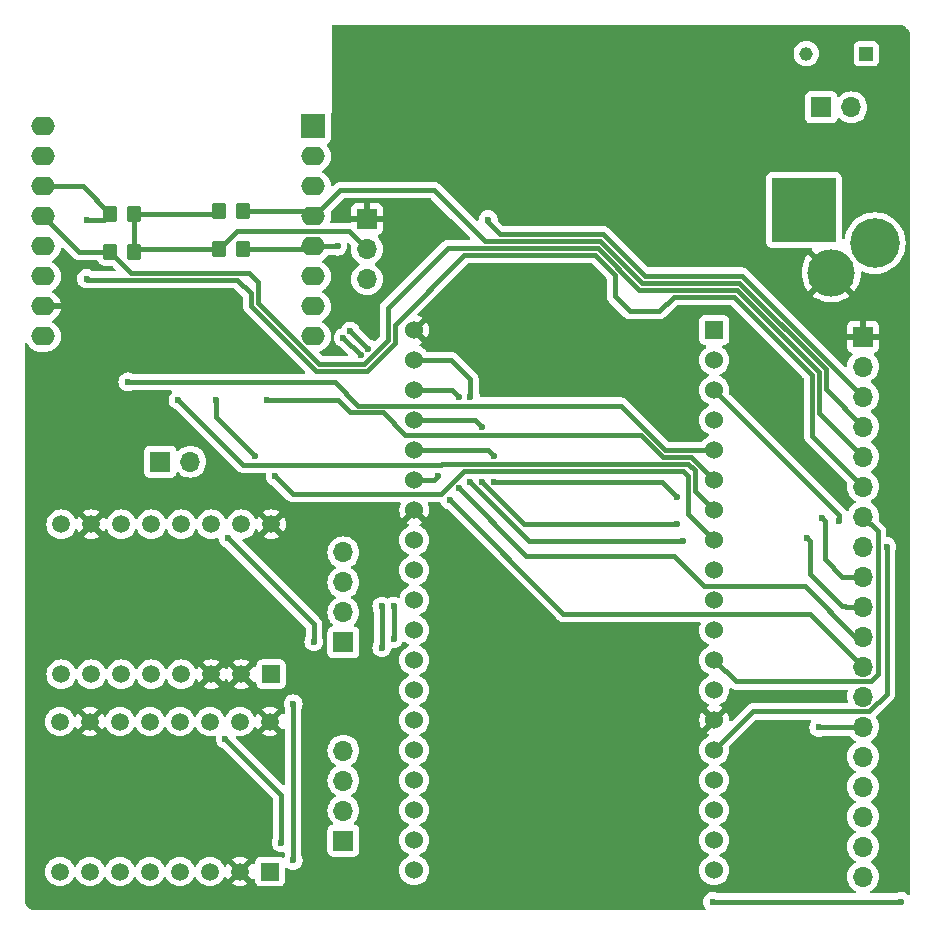
<source format=gbr>
%TF.GenerationSoftware,KiCad,Pcbnew,8.0.8*%
%TF.CreationDate,2025-02-20T11:32:28-05:00*%
%TF.ProjectId,Stardust,53746172-6475-4737-942e-6b696361645f,rev?*%
%TF.SameCoordinates,Original*%
%TF.FileFunction,Copper,L2,Bot*%
%TF.FilePolarity,Positive*%
%FSLAX46Y46*%
G04 Gerber Fmt 4.6, Leading zero omitted, Abs format (unit mm)*
G04 Created by KiCad (PCBNEW 8.0.8) date 2025-02-20 11:32:28*
%MOMM*%
%LPD*%
G01*
G04 APERTURE LIST*
G04 Aperture macros list*
%AMRoundRect*
0 Rectangle with rounded corners*
0 $1 Rounding radius*
0 $2 $3 $4 $5 $6 $7 $8 $9 X,Y pos of 4 corners*
0 Add a 4 corners polygon primitive as box body*
4,1,4,$2,$3,$4,$5,$6,$7,$8,$9,$2,$3,0*
0 Add four circle primitives for the rounded corners*
1,1,$1+$1,$2,$3*
1,1,$1+$1,$4,$5*
1,1,$1+$1,$6,$7*
1,1,$1+$1,$8,$9*
0 Add four rect primitives between the rounded corners*
20,1,$1+$1,$2,$3,$4,$5,0*
20,1,$1+$1,$4,$5,$6,$7,0*
20,1,$1+$1,$6,$7,$8,$9,0*
20,1,$1+$1,$8,$9,$2,$3,0*%
G04 Aperture macros list end*
%TA.AperFunction,ComponentPad*%
%ADD10R,1.700000X1.700000*%
%TD*%
%TA.AperFunction,ComponentPad*%
%ADD11O,1.700000X1.700000*%
%TD*%
%TA.AperFunction,ComponentPad*%
%ADD12R,1.150000X1.150000*%
%TD*%
%TA.AperFunction,ComponentPad*%
%ADD13C,1.150000*%
%TD*%
%TA.AperFunction,ComponentPad*%
%ADD14R,5.385000X5.385000*%
%TD*%
%TA.AperFunction,ComponentPad*%
%ADD15C,4.005000*%
%TD*%
%TA.AperFunction,ComponentPad*%
%ADD16C,4.200000*%
%TD*%
%TA.AperFunction,ComponentPad*%
%ADD17R,1.508000X1.508000*%
%TD*%
%TA.AperFunction,ComponentPad*%
%ADD18C,1.508000*%
%TD*%
%TA.AperFunction,ComponentPad*%
%ADD19R,1.530000X1.530000*%
%TD*%
%TA.AperFunction,ComponentPad*%
%ADD20C,1.530000*%
%TD*%
%TA.AperFunction,SMDPad,CuDef*%
%ADD21RoundRect,0.250000X-0.350000X-0.450000X0.350000X-0.450000X0.350000X0.450000X-0.350000X0.450000X0*%
%TD*%
%TA.AperFunction,SMDPad,CuDef*%
%ADD22RoundRect,0.250000X0.350000X0.450000X-0.350000X0.450000X-0.350000X-0.450000X0.350000X-0.450000X0*%
%TD*%
%TA.AperFunction,ComponentPad*%
%ADD23R,2.000000X2.000000*%
%TD*%
%TA.AperFunction,ComponentPad*%
%ADD24O,2.000000X1.600000*%
%TD*%
%TA.AperFunction,ViaPad*%
%ADD25C,0.600000*%
%TD*%
%TA.AperFunction,Conductor*%
%ADD26C,0.381000*%
%TD*%
G04 APERTURE END LIST*
D10*
%TO.P,J7,1,Pin_1*%
%TO.N,+5V*%
X135500000Y-88000000D03*
D11*
%TO.P,J7,2,Pin_2*%
%TO.N,Net-(J7-Pin_2)*%
X138040000Y-88000000D03*
%TD*%
D12*
%TO.P,U8,1,1*%
%TO.N,Net-(J1-Pad1)*%
X195275000Y-53450000D03*
D13*
%TO.P,U8,2,2*%
%TO.N,Net-(J3-Pin_1)*%
X190195000Y-53450000D03*
%TD*%
D10*
%TO.P,J3,1,Pin_1*%
%TO.N,Net-(J3-Pin_1)*%
X191460000Y-58000000D03*
D11*
%TO.P,J3,2,Pin_2*%
%TO.N,+12V*%
X194000000Y-58000000D03*
%TD*%
D14*
%TO.P,J1,1*%
%TO.N,Net-(J1-Pad1)*%
X190000000Y-66700000D03*
D15*
%TO.P,J1,2*%
%TO.N,GND*%
X192300000Y-72000000D03*
D16*
%TO.P,J1,3,switch*%
%TO.N,unconnected-(J1-switch-Pad3)*%
X196000000Y-69500000D03*
%TD*%
D17*
%TO.P,U2,1,~{EN}*%
%TO.N,/EN*%
X144890000Y-106000000D03*
D18*
%TO.P,U2,2,MS1*%
%TO.N,GND*%
X142350000Y-106000000D03*
%TO.P,U2,3,MS2*%
X139810000Y-106000000D03*
%TO.P,U2,4,PDN*%
%TO.N,/UART_RX*%
X137270000Y-106000000D03*
%TO.P,U2,5,PDN*%
%TO.N,unconnected-(U2-PDN-Pad5)*%
X134730000Y-106000000D03*
%TO.P,U2,6,CLK*%
%TO.N,unconnected-(U2-CLK-Pad6)*%
X132190000Y-106000000D03*
%TO.P,U2,7,STEP*%
%TO.N,/STEP_1*%
X129650000Y-106000000D03*
%TO.P,U2,8,DIR*%
%TO.N,/DIR_1*%
X127110000Y-106000000D03*
%TO.P,U2,9,GND*%
%TO.N,GND*%
X144890000Y-93300000D03*
%TO.P,U2,10,VDD*%
%TO.N,+3.3V*%
X142350000Y-93300000D03*
%TO.P,U2,11,B2*%
%TO.N,/B2_1*%
X139810000Y-93300000D03*
%TO.P,U2,12,B1*%
%TO.N,/B1_1*%
X137270000Y-93300000D03*
%TO.P,U2,13,A1*%
%TO.N,/A1_1*%
X134730000Y-93300000D03*
%TO.P,U2,14,A2*%
%TO.N,/A2_1*%
X132190000Y-93300000D03*
%TO.P,U2,15,GND*%
%TO.N,GND*%
X129650000Y-93300000D03*
%TO.P,U2,16,VM*%
%TO.N,+12V*%
X127110000Y-93300000D03*
%TD*%
D19*
%TO.P,U1,1,3V3*%
%TO.N,+3.3V*%
X182400000Y-76860000D03*
D20*
%TO.P,U1,2,EN*%
%TO.N,/ESP32_RST*%
X182400000Y-79400000D03*
%TO.P,U1,3,SENSOR_VP*%
%TO.N,/PEC*%
X182400000Y-81940000D03*
%TO.P,U1,4,SENSOR_VN*%
%TO.N,/UART_RX*%
X182400000Y-84480000D03*
%TO.P,U1,5,IO34*%
%TO.N,/RA-*%
X182400000Y-87020000D03*
%TO.P,U1,6,IO35*%
%TO.N,/RA+*%
X182400000Y-89560000D03*
%TO.P,U1,7,IO32*%
%TO.N,/DE-*%
X182400000Y-92100000D03*
%TO.P,U1,8,IO33*%
%TO.N,/DE+*%
X182400000Y-94640000D03*
%TO.P,U1,9,IO25*%
%TO.N,/AUX8*%
X182400000Y-97180000D03*
%TO.P,U1,10,IO26*%
%TO.N,/DIR2*%
X182400000Y-99720000D03*
%TO.P,U1,11,IO27*%
%TO.N,/STEP2*%
X182400000Y-102260000D03*
%TO.P,U1,12,IO14*%
%TO.N,/AUX3*%
X182400000Y-104800000D03*
%TO.P,U1,13,IO12*%
%TO.N,/STA*%
X182400000Y-107340000D03*
%TO.P,U1,14,GND1*%
%TO.N,GND*%
X182400000Y-109880000D03*
%TO.P,U1,15,IO13*%
%TO.N,/AUX4*%
X182400000Y-112420000D03*
%TO.P,U1,16,SD2*%
%TO.N,unconnected-(U1-SD2-Pad16)*%
X182400000Y-114960000D03*
%TO.P,U1,17,SD3*%
%TO.N,unconnected-(U1-SD3-Pad17)*%
X182400000Y-117500000D03*
%TO.P,U1,18,CMD*%
%TO.N,unconnected-(U1-CMD-Pad18)*%
X182400000Y-120040000D03*
%TO.P,U1,19,EXT_5V*%
%TO.N,+5V*%
X182400000Y-122580000D03*
%TO.P,U1,20,CLK*%
%TO.N,unconnected-(U1-CLK-Pad20)*%
X157000000Y-122580000D03*
%TO.P,U1,21,SD0*%
%TO.N,unconnected-(U1-SD0-Pad21)*%
X157000000Y-120040000D03*
%TO.P,U1,22,SD1*%
%TO.N,unconnected-(U1-SD1-Pad22)*%
X157000000Y-117500000D03*
%TO.P,U1,23,IO15*%
%TO.N,unconnected-(U1-IO15-Pad23)*%
X157000000Y-114960000D03*
%TO.P,U1,24,IO2*%
%TO.N,unconnected-(U1-IO2-Pad24)*%
X157000000Y-112420000D03*
%TO.P,U1,25,IO0*%
%TO.N,/DIR1*%
X157000000Y-109880000D03*
%TO.P,U1,26,IO4*%
%TO.N,/UART_TX*%
X157000000Y-107340000D03*
%TO.P,U1,27,IO16*%
%TO.N,/RX2*%
X157000000Y-104800000D03*
%TO.P,U1,28,IO17*%
%TO.N,/TX2*%
X157000000Y-102260000D03*
%TO.P,U1,29,IO5*%
%TO.N,/EN*%
X157000000Y-99720000D03*
%TO.P,U1,30,IO18*%
%TO.N,/STEP1*%
X157000000Y-97180000D03*
%TO.P,U1,31,IO19*%
%TO.N,unconnected-(U1-IO19-Pad31)*%
X157000000Y-94640000D03*
%TO.P,U1,32,GND2*%
%TO.N,GND*%
X157000000Y-92100000D03*
%TO.P,U1,33,IO21*%
%TO.N,/SDA*%
X157000000Y-89560000D03*
%TO.P,U1,34,RXD0*%
%TO.N,/TX0*%
X157000000Y-87020000D03*
%TO.P,U1,35,TXD0*%
%TO.N,/RX0*%
X157000000Y-84480000D03*
%TO.P,U1,36,IO22*%
%TO.N,/SCL*%
X157000000Y-81940000D03*
%TO.P,U1,37,IO23*%
%TO.N,/AUX7*%
X157000000Y-79400000D03*
%TO.P,U1,38,GND3*%
%TO.N,GND*%
X157000000Y-76860000D03*
%TD*%
D21*
%TO.P,R6,1*%
%TO.N,/EN2_B*%
X131250000Y-70250000D03*
%TO.P,R6,2*%
%TO.N,/PUL*%
X133250000Y-70250000D03*
%TD*%
D17*
%TO.P,U3,1,~{EN}*%
%TO.N,/EN*%
X144780000Y-122700000D03*
D18*
%TO.P,U3,2,MS1*%
%TO.N,GND*%
X142240000Y-122700000D03*
%TO.P,U3,3,MS2*%
%TO.N,+3.3V*%
X139700000Y-122700000D03*
%TO.P,U3,4,PDN*%
%TO.N,/UART_RX*%
X137160000Y-122700000D03*
%TO.P,U3,5,PDN*%
%TO.N,unconnected-(U3-PDN-Pad5)*%
X134620000Y-122700000D03*
%TO.P,U3,6,CLK*%
%TO.N,unconnected-(U3-CLK-Pad6)*%
X132080000Y-122700000D03*
%TO.P,U3,7,STEP*%
%TO.N,/STEP_2*%
X129540000Y-122700000D03*
%TO.P,U3,8,DIR*%
%TO.N,/DIR_2*%
X127000000Y-122700000D03*
%TO.P,U3,9,GND*%
%TO.N,GND*%
X144780000Y-110000000D03*
%TO.P,U3,10,VDD*%
%TO.N,+3.3V*%
X142240000Y-110000000D03*
%TO.P,U3,11,B2*%
%TO.N,/B2_2*%
X139700000Y-110000000D03*
%TO.P,U3,12,B1*%
%TO.N,/B1_2*%
X137160000Y-110000000D03*
%TO.P,U3,13,A1*%
%TO.N,/A1_2*%
X134620000Y-110000000D03*
%TO.P,U3,14,A2*%
%TO.N,/A2_2*%
X132080000Y-110000000D03*
%TO.P,U3,15,GND*%
%TO.N,GND*%
X129540000Y-110000000D03*
%TO.P,U3,16,VM*%
%TO.N,+12V*%
X127000000Y-110000000D03*
%TD*%
D22*
%TO.P,R5,1*%
%TO.N,/EN1_A*%
X142500000Y-66750000D03*
%TO.P,R5,2*%
%TO.N,/PUL*%
X140500000Y-66750000D03*
%TD*%
D10*
%TO.P,J5,1,Pin_1*%
%TO.N,/B2_2*%
X151000000Y-120080000D03*
D11*
%TO.P,J5,2,Pin_2*%
%TO.N,/A2_2*%
X151000000Y-117540000D03*
%TO.P,J5,3,Pin_3*%
%TO.N,/A1_2*%
X151000000Y-115000000D03*
%TO.P,J5,4,Pin_4*%
%TO.N,/B1_2*%
X151000000Y-112460000D03*
%TD*%
D22*
%TO.P,R4,1*%
%TO.N,/EN1_B*%
X142500000Y-70000000D03*
%TO.P,R4,2*%
%TO.N,/PUL*%
X140500000Y-70000000D03*
%TD*%
D21*
%TO.P,R7,1*%
%TO.N,/EN2_A*%
X131250000Y-67000000D03*
%TO.P,R7,2*%
%TO.N,/PUL*%
X133250000Y-67000000D03*
%TD*%
D10*
%TO.P,J6,1,Pin_1*%
%TO.N,GND*%
X153000000Y-67460000D03*
D11*
%TO.P,J6,2,Pin_2*%
%TO.N,/PUL*%
X153000000Y-70000000D03*
%TO.P,J6,3,Pin_3*%
%TO.N,+3.3V*%
X153000000Y-72540000D03*
%TD*%
D10*
%TO.P,J8,1,Pin_1*%
%TO.N,GND*%
X195000000Y-77420000D03*
D11*
%TO.P,J8,2,Pin_2*%
%TO.N,+5V*%
X195000000Y-79960000D03*
%TO.P,J8,3,Pin_3*%
%TO.N,/EN1_B*%
X195000000Y-82500000D03*
%TO.P,J8,4,Pin_4*%
%TO.N,/EN1_A*%
X195000000Y-85040000D03*
%TO.P,J8,5,Pin_5*%
%TO.N,/EN2_B*%
X195000000Y-87580000D03*
%TO.P,J8,6,Pin_6*%
%TO.N,/EN2_A*%
X195000000Y-90120000D03*
%TO.P,J8,7,Pin_7*%
%TO.N,/AUX3*%
X195000000Y-92660000D03*
%TO.P,J8,8,Pin_8*%
%TO.N,/AUX4*%
X195000000Y-95200000D03*
%TO.P,J8,9,Pin_9*%
%TO.N,/TX0*%
X195000000Y-97740000D03*
%TO.P,J8,10,Pin_10*%
%TO.N,/RX0*%
X195000000Y-100280000D03*
%TO.P,J8,11,Pin_11*%
%TO.N,/SCL*%
X195000000Y-102820000D03*
%TO.P,J8,12,Pin_12*%
%TO.N,/SDA*%
X195000000Y-105360000D03*
%TO.P,J8,13,Pin_13*%
%TO.N,/PEC*%
X195000000Y-107900000D03*
%TO.P,J8,14,Pin_14*%
%TO.N,/AUX7*%
X195000000Y-110440000D03*
%TO.P,J8,15,Pin_15*%
%TO.N,+3.3V*%
X195000000Y-112980000D03*
%TO.P,J8,16,Pin_16*%
X195000000Y-115520000D03*
%TO.P,J8,17,Pin_17*%
%TO.N,/LIMIT*%
X195000000Y-118060000D03*
%TO.P,J8,18,Pin_18*%
%TO.N,/AUX7*%
X195000000Y-120600000D03*
%TO.P,J8,19,Pin_19*%
%TO.N,/PPS*%
X195000000Y-123140000D03*
%TD*%
D10*
%TO.P,J4,1,Pin_1*%
%TO.N,/B2_1*%
X151000000Y-103300000D03*
D11*
%TO.P,J4,2,Pin_2*%
%TO.N,/A2_1*%
X151000000Y-100760000D03*
%TO.P,J4,3,Pin_3*%
%TO.N,/A1_1*%
X151000000Y-98220000D03*
%TO.P,J4,4,Pin_4*%
%TO.N,/B1_1*%
X151000000Y-95680000D03*
%TD*%
D23*
%TO.P,U4,1,~{RST}*%
%TO.N,unconnected-(U4-~{RST}-Pad1)*%
X148445000Y-59610000D03*
D24*
%TO.P,U4,2,A0*%
%TO.N,unconnected-(U4-A0-Pad2)*%
X148445000Y-62150000D03*
%TO.P,U4,3,D0*%
%TO.N,unconnected-(U4-D0-Pad3)*%
X148445000Y-64690000D03*
%TO.P,U4,4,SCK/D5*%
%TO.N,/EN1_A*%
X148445000Y-67230000D03*
%TO.P,U4,5,MISO/D6*%
%TO.N,/EN1_B*%
X148445000Y-69770000D03*
%TO.P,U4,6,MOSI/D7*%
%TO.N,/TX2*%
X148445000Y-72310000D03*
%TO.P,U4,7,CS/D8*%
%TO.N,/RX2*%
X148445000Y-74850000D03*
%TO.P,U4,8,3V3*%
%TO.N,unconnected-(U4-3V3-Pad8)*%
X148445000Y-77390000D03*
%TO.P,U4,9,5V*%
%TO.N,+5V*%
X125585000Y-77390000D03*
%TO.P,U4,10,GND*%
%TO.N,GND*%
X125585000Y-74850000D03*
%TO.P,U4,11,D4*%
%TO.N,unconnected-(U4-D4-Pad11)*%
X125585000Y-72310000D03*
%TO.P,U4,12,D3*%
%TO.N,unconnected-(U4-D3-Pad12)*%
X125585000Y-69770000D03*
%TO.P,U4,13,SDA/D2*%
%TO.N,/EN2_B*%
X125585000Y-67230000D03*
%TO.P,U4,14,SCL/D1*%
%TO.N,/EN2_A*%
X125585000Y-64690000D03*
%TO.P,U4,15,RX*%
%TO.N,unconnected-(U4-RX-Pad15)*%
X125585000Y-62150000D03*
%TO.P,U4,16,TX*%
%TO.N,unconnected-(U4-TX-Pad16)*%
X125585000Y-59610000D03*
%TD*%
D25*
%TO.N,GND*%
X170500000Y-72000000D03*
X165250000Y-81500000D03*
X176250000Y-121000000D03*
X165250000Y-67250000D03*
X171750000Y-102500000D03*
X187750000Y-79500000D03*
X161250000Y-95000000D03*
X170500000Y-67250000D03*
X135345000Y-73845000D03*
X172500000Y-76500000D03*
X188500000Y-124250000D03*
%TO.N,+12V*%
X182250000Y-125250000D03*
X198250000Y-125250000D03*
%TO.N,/DE+*%
X145250000Y-89250000D03*
X140250000Y-82750000D03*
X143500000Y-87500000D03*
%TO.N,/RA-*%
X132750000Y-81250000D03*
%TO.N,/DE-*%
X137000000Y-82750000D03*
%TO.N,/RA+*%
X144500000Y-82750000D03*
%TO.N,/EN*%
X146750000Y-121750000D03*
X146750000Y-108500000D03*
%TO.N,/EN1_B*%
X150500000Y-69750000D03*
X163250000Y-67500000D03*
%TO.N,/EN2_A*%
X129250000Y-72500000D03*
X129250000Y-67500000D03*
%TO.N,/B2_1*%
X148500000Y-103250000D03*
X141250000Y-94500000D03*
%TO.N,/B2_2*%
X141000000Y-111500000D03*
X145750000Y-120250000D03*
%TO.N,/RX2*%
X154250000Y-100250000D03*
X154250000Y-103750000D03*
X152500000Y-79000000D03*
X151000000Y-77500000D03*
%TO.N,/TX2*%
X155250000Y-103000000D03*
X153065687Y-78434313D03*
X155250000Y-100250000D03*
X151569361Y-76938011D03*
%TO.N,/RX0*%
X162750000Y-85059500D03*
X190250000Y-94500000D03*
X162750000Y-89750000D03*
X179250000Y-93250000D03*
%TO.N,/SDA*%
X159000000Y-89250000D03*
X160000000Y-91250000D03*
%TO.N,/PEC*%
X193000000Y-93000000D03*
%TO.N,/SCL*%
X160750000Y-82500000D03*
X160750000Y-90250000D03*
%TO.N,/TX0*%
X179250000Y-91000000D03*
X163750000Y-89750000D03*
X191500000Y-92750000D03*
X163750000Y-87491500D03*
%TO.N,/AUX4*%
X197000000Y-95200000D03*
%TO.N,/AUX7*%
X179750000Y-94750000D03*
X161750000Y-82559500D03*
X161750000Y-89750000D03*
X191250000Y-110500000D03*
%TD*%
D26*
%TO.N,GND*%
X125585000Y-74850000D02*
X133650000Y-74850000D01*
X133650000Y-74850000D02*
X134655000Y-73845000D01*
X134655000Y-73845000D02*
X135345000Y-73845000D01*
%TO.N,+12V*%
X182250000Y-125250000D02*
X198250000Y-125250000D01*
%TO.N,/DE+*%
X140250000Y-82750000D02*
X140250000Y-84250000D01*
X161237000Y-88763000D02*
X179763000Y-88763000D01*
X140250000Y-84250000D02*
X143500000Y-87500000D01*
X180178171Y-92418171D02*
X182400000Y-94640000D01*
X159215500Y-90715500D02*
X159250000Y-90750000D01*
X145250000Y-89250000D02*
X146715500Y-90715500D01*
X146715500Y-90715500D02*
X159215500Y-90715500D01*
X180178171Y-89178171D02*
X180178171Y-92418171D01*
X159250000Y-90750000D02*
X161237000Y-88763000D01*
X179763000Y-88763000D02*
X180178171Y-89178171D01*
%TO.N,/RA-*%
X152250000Y-83250000D02*
X174500000Y-83250000D01*
X174500000Y-83250000D02*
X178270000Y-87020000D01*
X178270000Y-87020000D02*
X182400000Y-87020000D01*
X132750000Y-81250000D02*
X150250000Y-81250000D01*
X150250000Y-81250000D02*
X152250000Y-83250000D01*
%TO.N,/DE-*%
X142500000Y-88250000D02*
X137000000Y-82750000D01*
X159318000Y-88182000D02*
X159250000Y-88250000D01*
X180759171Y-90459171D02*
X180759171Y-88740829D01*
X180759171Y-88740829D02*
X180200342Y-88182000D01*
X182400000Y-92100000D02*
X180759171Y-90459171D01*
X180200342Y-88182000D02*
X159318000Y-88182000D01*
X159250000Y-88250000D02*
X142500000Y-88250000D01*
%TO.N,/RA+*%
X178029342Y-87601000D02*
X180441000Y-87601000D01*
X150500000Y-82750000D02*
X151581000Y-83831000D01*
X176178342Y-85750000D02*
X178029342Y-87601000D01*
X144500000Y-82750000D02*
X150500000Y-82750000D01*
X180441000Y-87601000D02*
X182400000Y-89560000D01*
X156250000Y-85750000D02*
X176178342Y-85750000D01*
X154331000Y-83831000D02*
X156250000Y-85750000D01*
X151581000Y-83831000D02*
X154331000Y-83831000D01*
%TO.N,/EN*%
X146750000Y-108500000D02*
X146750000Y-121750000D01*
%TO.N,/PUL*%
X133250000Y-67000000D02*
X140250000Y-67000000D01*
X140250000Y-67000000D02*
X140500000Y-66750000D01*
X142000000Y-68500000D02*
X151500000Y-68500000D01*
X140500000Y-70000000D02*
X133500000Y-70000000D01*
X151500000Y-68500000D02*
X153000000Y-70000000D01*
X133500000Y-70000000D02*
X133250000Y-70250000D01*
X133250000Y-67000000D02*
X133250000Y-70250000D01*
X140500000Y-70000000D02*
X142000000Y-68500000D01*
%TO.N,/EN1_B*%
X176500000Y-72250000D02*
X173000000Y-68750000D01*
X148445000Y-69770000D02*
X150480000Y-69770000D01*
X150480000Y-69770000D02*
X150500000Y-69750000D01*
X163250000Y-67750000D02*
X164250000Y-68750000D01*
X163250000Y-67500000D02*
X163250000Y-67750000D01*
X148215000Y-70000000D02*
X148445000Y-69770000D01*
X173000000Y-68750000D02*
X164250000Y-68750000D01*
X142500000Y-70000000D02*
X148215000Y-70000000D01*
X195000000Y-82500000D02*
X184750000Y-72250000D01*
X176500000Y-72250000D02*
X184750000Y-72250000D01*
%TO.N,/EN1_A*%
X148445000Y-67230000D02*
X148520000Y-67230000D01*
X158678342Y-65000000D02*
X163009342Y-69331000D01*
X191839171Y-80160829D02*
X191839171Y-81879171D01*
X150750000Y-65000000D02*
X158678342Y-65000000D01*
X191839171Y-81879171D02*
X195000000Y-85040000D01*
X172759342Y-69331000D02*
X176259342Y-72831000D01*
X148520000Y-67230000D02*
X150750000Y-65000000D01*
X163009342Y-69331000D02*
X172759342Y-69331000D01*
X142500000Y-66750000D02*
X147965000Y-66750000D01*
X176259342Y-72831000D02*
X184509342Y-72831000D01*
X184509342Y-72831000D02*
X191839171Y-80160829D01*
X147965000Y-66750000D02*
X148445000Y-67230000D01*
%TO.N,/EN2_B*%
X133000000Y-72000000D02*
X131250000Y-70250000D01*
X159838000Y-69912000D02*
X154750000Y-75000000D01*
X184303342Y-73446658D02*
X176053342Y-73446658D01*
X154750000Y-75000000D02*
X154750000Y-77726515D01*
X143000000Y-72000000D02*
X133000000Y-72000000D01*
X195000000Y-87580000D02*
X191258171Y-83838171D01*
X176053342Y-73446658D02*
X172518684Y-69912000D01*
X191258171Y-83838171D02*
X191258171Y-80401487D01*
X143750000Y-72750000D02*
X143000000Y-72000000D01*
X172518684Y-69912000D02*
X159838000Y-69912000D01*
X152726515Y-79750000D02*
X148921379Y-79750000D01*
X191258171Y-80401487D02*
X184303342Y-73446658D01*
X128605000Y-70250000D02*
X125585000Y-67230000D01*
X143750000Y-74578621D02*
X143750000Y-72750000D01*
X131250000Y-70250000D02*
X128605000Y-70250000D01*
X154750000Y-77726515D02*
X152726515Y-79750000D01*
X148921379Y-79750000D02*
X143750000Y-74578621D01*
%TO.N,/EN2_A*%
X179000000Y-74027658D02*
X178972342Y-74027658D01*
X177750000Y-75250000D02*
X175250000Y-75250000D01*
X130750000Y-67500000D02*
X131250000Y-67000000D01*
X184062684Y-74027658D02*
X179000000Y-74027658D01*
X172278026Y-70493000D02*
X171250000Y-70493000D01*
X148680721Y-80331000D02*
X143169000Y-74819279D01*
X131250000Y-67000000D02*
X128940000Y-64690000D01*
X174000000Y-74000000D02*
X174000000Y-72214974D01*
X195000000Y-90120000D02*
X190677171Y-85797171D01*
X175250000Y-75250000D02*
X174000000Y-74000000D01*
X143169000Y-73750000D02*
X142000000Y-72581000D01*
X161250000Y-70500000D02*
X171243000Y-70500000D01*
X129250000Y-67500000D02*
X130750000Y-67500000D01*
X174000000Y-72214974D02*
X172278026Y-70493000D01*
X184062684Y-74027658D02*
X190677171Y-80642145D01*
X190677171Y-85797171D02*
X190677171Y-80642145D01*
X155331000Y-77967173D02*
X152967173Y-80331000D01*
X171250000Y-70493000D02*
X171243000Y-70500000D01*
X178972342Y-74027658D02*
X177750000Y-75250000D01*
X129331000Y-72581000D02*
X129250000Y-72500000D01*
X143169000Y-74819279D02*
X143169000Y-73750000D01*
X155331000Y-76419000D02*
X155331000Y-77967173D01*
X129331000Y-72581000D02*
X142000000Y-72581000D01*
X148680721Y-80331000D02*
X152967173Y-80331000D01*
X161250000Y-70500000D02*
X155331000Y-76419000D01*
X128940000Y-64690000D02*
X125585000Y-64690000D01*
%TO.N,/B2_1*%
X148500000Y-101750000D02*
X148500000Y-103250000D01*
X141250000Y-94500000D02*
X148500000Y-101750000D01*
%TO.N,/B2_2*%
X145750000Y-116250000D02*
X145750000Y-120250000D01*
X141000000Y-111500000D02*
X145750000Y-116250000D01*
%TO.N,/RX2*%
X152500000Y-79000000D02*
X151000000Y-77500000D01*
X154250000Y-103750000D02*
X154250000Y-100250000D01*
%TO.N,/TX2*%
X153065663Y-78434313D02*
X151569361Y-76938011D01*
X155250000Y-103000000D02*
X155250000Y-100250000D01*
X153065687Y-78434313D02*
X153065663Y-78434313D01*
%TO.N,/RX0*%
X190500000Y-94750000D02*
X190500000Y-97500000D01*
X193500000Y-100250000D02*
X193530000Y-100280000D01*
X162170500Y-84480000D02*
X162750000Y-85059500D01*
X157000000Y-84480000D02*
X162170500Y-84480000D01*
X193250000Y-100250000D02*
X193500000Y-100250000D01*
X190250000Y-94500000D02*
X190500000Y-94750000D01*
X193530000Y-100280000D02*
X195000000Y-100280000D01*
X190500000Y-97500000D02*
X193250000Y-100250000D01*
X166250000Y-93250000D02*
X179250000Y-93250000D01*
X162750000Y-89750000D02*
X166250000Y-93250000D01*
%TO.N,/SDA*%
X190515500Y-100875500D02*
X195000000Y-105360000D01*
X158690000Y-89560000D02*
X159000000Y-89250000D01*
X160000000Y-91250000D02*
X169625500Y-100875500D01*
X169625500Y-100875500D02*
X190515500Y-100875500D01*
X157000000Y-89560000D02*
X158690000Y-89560000D01*
%TO.N,/PEC*%
X182400000Y-81940000D02*
X193000000Y-92540000D01*
X193000000Y-92540000D02*
X193000000Y-93000000D01*
%TO.N,/SCL*%
X179000000Y-96000000D02*
X181564500Y-98564500D01*
X160190000Y-81940000D02*
X160750000Y-82500000D01*
X166500000Y-96000000D02*
X179000000Y-96000000D01*
X190064500Y-98564500D02*
X194320000Y-102820000D01*
X160750000Y-90250000D02*
X166500000Y-96000000D01*
X181564500Y-98564500D02*
X190064500Y-98564500D01*
X194320000Y-102820000D02*
X195000000Y-102820000D01*
X157000000Y-81940000D02*
X160190000Y-81940000D01*
%TO.N,/TX0*%
X178000000Y-89750000D02*
X179250000Y-91000000D01*
X193250000Y-97750000D02*
X193500000Y-97750000D01*
X157000000Y-87020000D02*
X163278500Y-87020000D01*
X191750000Y-96250000D02*
X193250000Y-97750000D01*
X193510000Y-97740000D02*
X195000000Y-97740000D01*
X191750000Y-93000000D02*
X191750000Y-96250000D01*
X193500000Y-97750000D02*
X193510000Y-97740000D01*
X163278500Y-87020000D02*
X163750000Y-87491500D01*
X163750000Y-89750000D02*
X178000000Y-89750000D01*
X191500000Y-92750000D02*
X191750000Y-93000000D01*
%TO.N,/AUX3*%
X196240500Y-106009500D02*
X196240500Y-93900500D01*
X182400000Y-104800000D02*
X184200500Y-106600500D01*
X184200500Y-106600500D02*
X195649500Y-106600500D01*
X196240500Y-93900500D02*
X195000000Y-92660000D01*
X195649500Y-106600500D02*
X196240500Y-106009500D01*
%TO.N,/AUX4*%
X185679500Y-109140500D02*
X182400000Y-112420000D01*
X197000000Y-95200000D02*
X197000000Y-107654332D01*
X197000000Y-107654332D02*
X195513832Y-109140500D01*
X195513832Y-109140500D02*
X185679500Y-109140500D01*
%TO.N,/AUX7*%
X161750000Y-89750000D02*
X166750000Y-94750000D01*
X194940000Y-110500000D02*
X195000000Y-110440000D01*
X166750000Y-94750000D02*
X179750000Y-94750000D01*
X161750000Y-81000000D02*
X161750000Y-82559500D01*
X191250000Y-110500000D02*
X194940000Y-110500000D01*
X160150000Y-79400000D02*
X161750000Y-81000000D01*
X157000000Y-79400000D02*
X160150000Y-79400000D01*
%TD*%
%TA.AperFunction,Conductor*%
%TO.N,GND*%
G36*
X145825995Y-110692443D02*
G01*
X145833426Y-110681832D01*
X145888003Y-110638207D01*
X145957502Y-110631015D01*
X146019856Y-110662538D01*
X146055269Y-110722768D01*
X146059000Y-110752956D01*
X146059000Y-115282416D01*
X146039315Y-115349455D01*
X145986511Y-115395210D01*
X145917353Y-115405154D01*
X145853797Y-115376129D01*
X145847319Y-115370097D01*
X141929143Y-111451921D01*
X141895658Y-111390598D01*
X141900642Y-111320906D01*
X141942514Y-111264973D01*
X142007978Y-111240556D01*
X142027623Y-111240711D01*
X142192156Y-111255106D01*
X142239998Y-111259292D01*
X142240000Y-111259292D01*
X142240002Y-111259292D01*
X142294668Y-111254509D01*
X142458674Y-111240161D01*
X142670703Y-111183347D01*
X142869646Y-111090579D01*
X143049457Y-110964674D01*
X143204674Y-110809457D01*
X143330579Y-110629646D01*
X143397893Y-110485288D01*
X143444065Y-110432849D01*
X143511258Y-110413697D01*
X143578139Y-110433912D01*
X143622657Y-110485288D01*
X143689854Y-110629392D01*
X143734003Y-110692443D01*
X144297037Y-110129409D01*
X144314075Y-110192993D01*
X144379901Y-110307007D01*
X144472993Y-110400099D01*
X144587007Y-110465925D01*
X144650590Y-110482962D01*
X144087555Y-111045996D01*
X144150601Y-111090142D01*
X144150605Y-111090144D01*
X144349466Y-111182874D01*
X144349475Y-111182878D01*
X144561407Y-111239664D01*
X144561417Y-111239666D01*
X144779999Y-111258790D01*
X144780001Y-111258790D01*
X144998582Y-111239666D01*
X144998592Y-111239664D01*
X145210524Y-111182878D01*
X145210533Y-111182874D01*
X145409392Y-111090145D01*
X145472443Y-111045995D01*
X144909410Y-110482962D01*
X144972993Y-110465925D01*
X145087007Y-110400099D01*
X145180099Y-110307007D01*
X145245925Y-110192993D01*
X145262962Y-110129409D01*
X145825995Y-110692443D01*
G37*
%TD.AperFunction*%
%TA.AperFunction,Conductor*%
G36*
X127229042Y-69871529D02*
G01*
X127280093Y-69902314D01*
X128164510Y-70786732D01*
X128164518Y-70786738D01*
X128263382Y-70852797D01*
X128263385Y-70852799D01*
X128277679Y-70862350D01*
X128277685Y-70862353D01*
X128277689Y-70862356D01*
X128277691Y-70862357D01*
X128277695Y-70862359D01*
X128403438Y-70914443D01*
X128403443Y-70914445D01*
X128403447Y-70914445D01*
X128403448Y-70914446D01*
X128536939Y-70941000D01*
X128536942Y-70941000D01*
X128536943Y-70941000D01*
X128673057Y-70941000D01*
X130099688Y-70941000D01*
X130166727Y-70960685D01*
X130211951Y-71012876D01*
X130212136Y-71012791D01*
X130212437Y-71013437D01*
X130212482Y-71013489D01*
X130212591Y-71013768D01*
X130215187Y-71019336D01*
X130231209Y-71045311D01*
X130307288Y-71168656D01*
X130431344Y-71292712D01*
X130580666Y-71384814D01*
X130747203Y-71439999D01*
X130849991Y-71450500D01*
X131421915Y-71450499D01*
X131488954Y-71470183D01*
X131509596Y-71486818D01*
X131691377Y-71668599D01*
X131701098Y-71678319D01*
X131734583Y-71739642D01*
X131729599Y-71809333D01*
X131687728Y-71865267D01*
X131622263Y-71889684D01*
X131613417Y-71890000D01*
X129819523Y-71890000D01*
X129753551Y-71870994D01*
X129599523Y-71774211D01*
X129429254Y-71714631D01*
X129429249Y-71714630D01*
X129250004Y-71694435D01*
X129249996Y-71694435D01*
X129070750Y-71714630D01*
X129070745Y-71714631D01*
X128900476Y-71774211D01*
X128747737Y-71870184D01*
X128620184Y-71997737D01*
X128524211Y-72150476D01*
X128464631Y-72320745D01*
X128464630Y-72320750D01*
X128444435Y-72499996D01*
X128444435Y-72500003D01*
X128464630Y-72679249D01*
X128464631Y-72679254D01*
X128524211Y-72849523D01*
X128570414Y-72923054D01*
X128620184Y-73002262D01*
X128747738Y-73129816D01*
X128766801Y-73141794D01*
X128887817Y-73217834D01*
X128900478Y-73225789D01*
X129036025Y-73273219D01*
X129070745Y-73285368D01*
X129070750Y-73285369D01*
X129249996Y-73305565D01*
X129250000Y-73305565D01*
X129250004Y-73305565D01*
X129353877Y-73293861D01*
X129429255Y-73285368D01*
X129447574Y-73278958D01*
X129488528Y-73272000D01*
X141662416Y-73272000D01*
X141729455Y-73291685D01*
X141750097Y-73308319D01*
X142441681Y-73999902D01*
X142475166Y-74061225D01*
X142478000Y-74087583D01*
X142478000Y-74887337D01*
X142478000Y-74887339D01*
X142477999Y-74887339D01*
X142504210Y-75019103D01*
X142504553Y-75020830D01*
X142504556Y-75020840D01*
X142556642Y-75146588D01*
X142556644Y-75146591D01*
X142632263Y-75259764D01*
X142632269Y-75259771D01*
X147719819Y-80347319D01*
X147753304Y-80408642D01*
X147748320Y-80478334D01*
X147706448Y-80534267D01*
X147640984Y-80558684D01*
X147632138Y-80559000D01*
X133190613Y-80559000D01*
X133124641Y-80539994D01*
X133099523Y-80524211D01*
X132929254Y-80464631D01*
X132929249Y-80464630D01*
X132750004Y-80444435D01*
X132749996Y-80444435D01*
X132570750Y-80464630D01*
X132570745Y-80464631D01*
X132400476Y-80524211D01*
X132247737Y-80620184D01*
X132120184Y-80747737D01*
X132024211Y-80900476D01*
X131964631Y-81070745D01*
X131964630Y-81070750D01*
X131944435Y-81249996D01*
X131944435Y-81250003D01*
X131964630Y-81429249D01*
X131964631Y-81429254D01*
X132024211Y-81599523D01*
X132059167Y-81655154D01*
X132120184Y-81752262D01*
X132247738Y-81879816D01*
X132338080Y-81936582D01*
X132382721Y-81964632D01*
X132400478Y-81975789D01*
X132531587Y-82021666D01*
X132570745Y-82035368D01*
X132570750Y-82035369D01*
X132749996Y-82055565D01*
X132750000Y-82055565D01*
X132750004Y-82055565D01*
X132929249Y-82035369D01*
X132929252Y-82035368D01*
X132929255Y-82035368D01*
X133099522Y-81975789D01*
X133123560Y-81960685D01*
X133124641Y-81960006D01*
X133190613Y-81941000D01*
X136377560Y-81941000D01*
X136444599Y-81960685D01*
X136490354Y-82013489D01*
X136500298Y-82082647D01*
X136471273Y-82146203D01*
X136465241Y-82152681D01*
X136370184Y-82247737D01*
X136274211Y-82400476D01*
X136214631Y-82570745D01*
X136214630Y-82570750D01*
X136194435Y-82749996D01*
X136194435Y-82750003D01*
X136214630Y-82929249D01*
X136214631Y-82929254D01*
X136274211Y-83099523D01*
X136370184Y-83252262D01*
X136497738Y-83379816D01*
X136497805Y-83379858D01*
X136625359Y-83460006D01*
X136650478Y-83475789D01*
X136774651Y-83519238D01*
X136821377Y-83548599D01*
X142059510Y-88786732D01*
X142059518Y-88786738D01*
X142155483Y-88850860D01*
X142155484Y-88850860D01*
X142172689Y-88862356D01*
X142172691Y-88862356D01*
X142172695Y-88862359D01*
X142275602Y-88904984D01*
X142298443Y-88914445D01*
X142298447Y-88914445D01*
X142298448Y-88914446D01*
X142431939Y-88941000D01*
X142431942Y-88941000D01*
X142431943Y-88941000D01*
X142568057Y-88941000D01*
X144340494Y-88941000D01*
X144407533Y-88960685D01*
X144453288Y-89013489D01*
X144463714Y-89078883D01*
X144444435Y-89249996D01*
X144444435Y-89250003D01*
X144464630Y-89429249D01*
X144464631Y-89429254D01*
X144524211Y-89599523D01*
X144565781Y-89665681D01*
X144620184Y-89752262D01*
X144747738Y-89879816D01*
X144900478Y-89975789D01*
X145024651Y-90019238D01*
X145071377Y-90048599D01*
X146178766Y-91155987D01*
X146248124Y-91225345D01*
X146275014Y-91252235D01*
X146388182Y-91327852D01*
X146388195Y-91327859D01*
X146440495Y-91349522D01*
X146513943Y-91379945D01*
X146513947Y-91379945D01*
X146513948Y-91379946D01*
X146647439Y-91406500D01*
X146647442Y-91406500D01*
X146647443Y-91406500D01*
X146783557Y-91406500D01*
X155732970Y-91406500D01*
X155800009Y-91426185D01*
X155845764Y-91478989D01*
X155855708Y-91548147D01*
X155845352Y-91582904D01*
X155806750Y-91665685D01*
X155806745Y-91665699D01*
X155749461Y-91879490D01*
X155749459Y-91879500D01*
X155730168Y-92099999D01*
X155730168Y-92100000D01*
X155749459Y-92320499D01*
X155749461Y-92320509D01*
X155806745Y-92534300D01*
X155806749Y-92534309D01*
X155900293Y-92734916D01*
X155900295Y-92734920D01*
X155946104Y-92800341D01*
X156508871Y-92237574D01*
X156524755Y-92296853D01*
X156591898Y-92413147D01*
X156686853Y-92508102D01*
X156803147Y-92575245D01*
X156862425Y-92591128D01*
X156299657Y-93153894D01*
X156365084Y-93199707D01*
X156488683Y-93257342D01*
X156541122Y-93303514D01*
X156560274Y-93370708D01*
X156540058Y-93437589D01*
X156488683Y-93482106D01*
X156364833Y-93539857D01*
X156183444Y-93666868D01*
X156026868Y-93823444D01*
X155899857Y-94004834D01*
X155899856Y-94004836D01*
X155806279Y-94205513D01*
X155806275Y-94205524D01*
X155748965Y-94419407D01*
X155748964Y-94419414D01*
X155729666Y-94639998D01*
X155729666Y-94640001D01*
X155748964Y-94860585D01*
X155748965Y-94860592D01*
X155806275Y-95074475D01*
X155806279Y-95074486D01*
X155876832Y-95225788D01*
X155899858Y-95275167D01*
X156026868Y-95456555D01*
X156183445Y-95613132D01*
X156364833Y-95740142D01*
X156406630Y-95759632D01*
X156488091Y-95797618D01*
X156540531Y-95843790D01*
X156559683Y-95910983D01*
X156539467Y-95977865D01*
X156488091Y-96022382D01*
X156364836Y-96079856D01*
X156364834Y-96079857D01*
X156183444Y-96206868D01*
X156026868Y-96363444D01*
X155899857Y-96544834D01*
X155899856Y-96544836D01*
X155806279Y-96745513D01*
X155806275Y-96745524D01*
X155748965Y-96959407D01*
X155748964Y-96959414D01*
X155729666Y-97179998D01*
X155729666Y-97180001D01*
X155748964Y-97400585D01*
X155748965Y-97400592D01*
X155806275Y-97614475D01*
X155806279Y-97614486D01*
X155879505Y-97771519D01*
X155899858Y-97815167D01*
X156026868Y-97996555D01*
X156183445Y-98153132D01*
X156364833Y-98280142D01*
X156426828Y-98309050D01*
X156488091Y-98337618D01*
X156540531Y-98383790D01*
X156559683Y-98450983D01*
X156539467Y-98517865D01*
X156488091Y-98562382D01*
X156364836Y-98619856D01*
X156364834Y-98619857D01*
X156183444Y-98746868D01*
X156026868Y-98903444D01*
X155899857Y-99084834D01*
X155899856Y-99084836D01*
X155806279Y-99285513D01*
X155806275Y-99285525D01*
X155764667Y-99440808D01*
X155728302Y-99500468D01*
X155665454Y-99530997D01*
X155603937Y-99525756D01*
X155429254Y-99464631D01*
X155429249Y-99464630D01*
X155250004Y-99444435D01*
X155249996Y-99444435D01*
X155070750Y-99464630D01*
X155070737Y-99464633D01*
X154900479Y-99524209D01*
X154815971Y-99577309D01*
X154748734Y-99596309D01*
X154684029Y-99577309D01*
X154599520Y-99524209D01*
X154429262Y-99464633D01*
X154429249Y-99464630D01*
X154250004Y-99444435D01*
X154249996Y-99444435D01*
X154070750Y-99464630D01*
X154070745Y-99464631D01*
X153900476Y-99524211D01*
X153747737Y-99620184D01*
X153620184Y-99747737D01*
X153524211Y-99900476D01*
X153464631Y-100070745D01*
X153464630Y-100070750D01*
X153444435Y-100249996D01*
X153444435Y-100250003D01*
X153464630Y-100429249D01*
X153464631Y-100429254D01*
X153524211Y-100599524D01*
X153539993Y-100624639D01*
X153559000Y-100690612D01*
X153559000Y-103309387D01*
X153539995Y-103375357D01*
X153524209Y-103400480D01*
X153464633Y-103570737D01*
X153464630Y-103570750D01*
X153444435Y-103749996D01*
X153444435Y-103750003D01*
X153464630Y-103929249D01*
X153464631Y-103929254D01*
X153524211Y-104099523D01*
X153586003Y-104197864D01*
X153620184Y-104252262D01*
X153747738Y-104379816D01*
X153900478Y-104475789D01*
X154070745Y-104535368D01*
X154070750Y-104535369D01*
X154249996Y-104555565D01*
X154250000Y-104555565D01*
X154250004Y-104555565D01*
X154429249Y-104535369D01*
X154429252Y-104535368D01*
X154429255Y-104535368D01*
X154599522Y-104475789D01*
X154752262Y-104379816D01*
X154879816Y-104252262D01*
X154975789Y-104099522D01*
X155035368Y-103929255D01*
X155037936Y-103906456D01*
X155065002Y-103842043D01*
X155122596Y-103802487D01*
X155175039Y-103797119D01*
X155212710Y-103801363D01*
X155249998Y-103805565D01*
X155250000Y-103805565D01*
X155250004Y-103805565D01*
X155429249Y-103785369D01*
X155429252Y-103785368D01*
X155429255Y-103785368D01*
X155599522Y-103725789D01*
X155752262Y-103629816D01*
X155879816Y-103502262D01*
X155975789Y-103349522D01*
X155995299Y-103293765D01*
X156036018Y-103236991D01*
X156100971Y-103211242D01*
X156169533Y-103224697D01*
X156183460Y-103233143D01*
X156364833Y-103360142D01*
X156397462Y-103375357D01*
X156488091Y-103417618D01*
X156540531Y-103463790D01*
X156559683Y-103530983D01*
X156539467Y-103597865D01*
X156488091Y-103642382D01*
X156364836Y-103699856D01*
X156364834Y-103699857D01*
X156183444Y-103826868D01*
X156026868Y-103983444D01*
X155899857Y-104164834D01*
X155899856Y-104164836D01*
X155806279Y-104365513D01*
X155806275Y-104365524D01*
X155748965Y-104579407D01*
X155748964Y-104579414D01*
X155729666Y-104799998D01*
X155729666Y-104800001D01*
X155748964Y-105020585D01*
X155748965Y-105020592D01*
X155806275Y-105234475D01*
X155806279Y-105234486D01*
X155869753Y-105370606D01*
X155899858Y-105435167D01*
X156026868Y-105616555D01*
X156183445Y-105773132D01*
X156364833Y-105900142D01*
X156426828Y-105929050D01*
X156488091Y-105957618D01*
X156540531Y-106003790D01*
X156559683Y-106070983D01*
X156539467Y-106137865D01*
X156488091Y-106182382D01*
X156364836Y-106239856D01*
X156364834Y-106239857D01*
X156183444Y-106366868D01*
X156026868Y-106523444D01*
X155899857Y-106704834D01*
X155899856Y-106704836D01*
X155806279Y-106905513D01*
X155806275Y-106905524D01*
X155748965Y-107119407D01*
X155748964Y-107119414D01*
X155729666Y-107339998D01*
X155729666Y-107340001D01*
X155748964Y-107560585D01*
X155748965Y-107560592D01*
X155806275Y-107774475D01*
X155806279Y-107774486D01*
X155844235Y-107855883D01*
X155899858Y-107975167D01*
X156026868Y-108156555D01*
X156183445Y-108313132D01*
X156364833Y-108440142D01*
X156426828Y-108469050D01*
X156488091Y-108497618D01*
X156540531Y-108543790D01*
X156559683Y-108610983D01*
X156539467Y-108677865D01*
X156488091Y-108722382D01*
X156364836Y-108779856D01*
X156364834Y-108779857D01*
X156183444Y-108906868D01*
X156026868Y-109063444D01*
X155899857Y-109244834D01*
X155899856Y-109244836D01*
X155806279Y-109445513D01*
X155806275Y-109445524D01*
X155748965Y-109659407D01*
X155748964Y-109659414D01*
X155729666Y-109879998D01*
X155729666Y-109880001D01*
X155748964Y-110100585D01*
X155748965Y-110100592D01*
X155806275Y-110314475D01*
X155806279Y-110314486D01*
X155892787Y-110500003D01*
X155899858Y-110515167D01*
X156026868Y-110696555D01*
X156183445Y-110853132D01*
X156364833Y-110980142D01*
X156412270Y-111002262D01*
X156488091Y-111037618D01*
X156540531Y-111083790D01*
X156559683Y-111150983D01*
X156539467Y-111217865D01*
X156488091Y-111262382D01*
X156364836Y-111319856D01*
X156364834Y-111319857D01*
X156183444Y-111446868D01*
X156026868Y-111603444D01*
X155899857Y-111784834D01*
X155899856Y-111784836D01*
X155806279Y-111985513D01*
X155806275Y-111985524D01*
X155748965Y-112199407D01*
X155748964Y-112199414D01*
X155729666Y-112419998D01*
X155729666Y-112420001D01*
X155748964Y-112640585D01*
X155748965Y-112640592D01*
X155806275Y-112854475D01*
X155806279Y-112854486D01*
X155864807Y-112979999D01*
X155899858Y-113055167D01*
X156026868Y-113236555D01*
X156183445Y-113393132D01*
X156364833Y-113520142D01*
X156426828Y-113549050D01*
X156488091Y-113577618D01*
X156540531Y-113623790D01*
X156559683Y-113690983D01*
X156539467Y-113757865D01*
X156488091Y-113802382D01*
X156364836Y-113859856D01*
X156364834Y-113859857D01*
X156183444Y-113986868D01*
X156026868Y-114143444D01*
X155899857Y-114324834D01*
X155899856Y-114324836D01*
X155806279Y-114525513D01*
X155806275Y-114525524D01*
X155748965Y-114739407D01*
X155748964Y-114739414D01*
X155729666Y-114959998D01*
X155729666Y-114960001D01*
X155748964Y-115180585D01*
X155748965Y-115180592D01*
X155806275Y-115394475D01*
X155806279Y-115394486D01*
X155899856Y-115595163D01*
X155899858Y-115595167D01*
X156026868Y-115776555D01*
X156183445Y-115933132D01*
X156364833Y-116060142D01*
X156426828Y-116089050D01*
X156488091Y-116117618D01*
X156540531Y-116163790D01*
X156559683Y-116230983D01*
X156539467Y-116297865D01*
X156488091Y-116342382D01*
X156364836Y-116399856D01*
X156364834Y-116399857D01*
X156183444Y-116526868D01*
X156026868Y-116683444D01*
X155899857Y-116864834D01*
X155899856Y-116864836D01*
X155806279Y-117065513D01*
X155806275Y-117065524D01*
X155748965Y-117279407D01*
X155748964Y-117279414D01*
X155729666Y-117499998D01*
X155729666Y-117500001D01*
X155748964Y-117720585D01*
X155748965Y-117720592D01*
X155806275Y-117934475D01*
X155806279Y-117934486D01*
X155864807Y-118059999D01*
X155899858Y-118135167D01*
X156026868Y-118316555D01*
X156183445Y-118473132D01*
X156364833Y-118600142D01*
X156426828Y-118629050D01*
X156488091Y-118657618D01*
X156540531Y-118703790D01*
X156559683Y-118770983D01*
X156539467Y-118837865D01*
X156488091Y-118882382D01*
X156364836Y-118939856D01*
X156364834Y-118939857D01*
X156183444Y-119066868D01*
X156026868Y-119223444D01*
X155899857Y-119404834D01*
X155899856Y-119404836D01*
X155806279Y-119605513D01*
X155806275Y-119605524D01*
X155748965Y-119819407D01*
X155748964Y-119819414D01*
X155729666Y-120039998D01*
X155729666Y-120040001D01*
X155748964Y-120260585D01*
X155748965Y-120260592D01*
X155806275Y-120474475D01*
X155806279Y-120474486D01*
X155864584Y-120599522D01*
X155899858Y-120675167D01*
X156026868Y-120856555D01*
X156183445Y-121013132D01*
X156364833Y-121140142D01*
X156426828Y-121169050D01*
X156488091Y-121197618D01*
X156540531Y-121243790D01*
X156559683Y-121310983D01*
X156539467Y-121377865D01*
X156488091Y-121422382D01*
X156364836Y-121479856D01*
X156364834Y-121479857D01*
X156183444Y-121606868D01*
X156026868Y-121763444D01*
X155899857Y-121944834D01*
X155899856Y-121944836D01*
X155806279Y-122145513D01*
X155806275Y-122145524D01*
X155748965Y-122359407D01*
X155748964Y-122359414D01*
X155729666Y-122579998D01*
X155729666Y-122580001D01*
X155748964Y-122800585D01*
X155748965Y-122800592D01*
X155806275Y-123014475D01*
X155806279Y-123014486D01*
X155899856Y-123215163D01*
X155899858Y-123215167D01*
X156026868Y-123396555D01*
X156183445Y-123553132D01*
X156364833Y-123680142D01*
X156485572Y-123736443D01*
X156565513Y-123773720D01*
X156565515Y-123773720D01*
X156565520Y-123773723D01*
X156779409Y-123831035D01*
X156936974Y-123844820D01*
X156999998Y-123850334D01*
X157000000Y-123850334D01*
X157000002Y-123850334D01*
X157055147Y-123845509D01*
X157220591Y-123831035D01*
X157434480Y-123773723D01*
X157635167Y-123680142D01*
X157816555Y-123553132D01*
X157973132Y-123396555D01*
X158100142Y-123215167D01*
X158193723Y-123014480D01*
X158251035Y-122800591D01*
X158270334Y-122580000D01*
X158251035Y-122359409D01*
X158193723Y-122145520D01*
X158172274Y-122099523D01*
X158100143Y-121944836D01*
X158100142Y-121944834D01*
X158100142Y-121944833D01*
X157973132Y-121763445D01*
X157816555Y-121606868D01*
X157635167Y-121479858D01*
X157593299Y-121460335D01*
X157511908Y-121422382D01*
X157459468Y-121376210D01*
X157440316Y-121309017D01*
X157460531Y-121242136D01*
X157511908Y-121197618D01*
X157635167Y-121140142D01*
X157816555Y-121013132D01*
X157973132Y-120856555D01*
X158100142Y-120675167D01*
X158193723Y-120474480D01*
X158251035Y-120260591D01*
X158270334Y-120040000D01*
X158251035Y-119819409D01*
X158193723Y-119605520D01*
X158100142Y-119404833D01*
X157973132Y-119223445D01*
X157816555Y-119066868D01*
X157635167Y-118939858D01*
X157511907Y-118882381D01*
X157459468Y-118836210D01*
X157440316Y-118769017D01*
X157460531Y-118702136D01*
X157511908Y-118657618D01*
X157635167Y-118600142D01*
X157816555Y-118473132D01*
X157973132Y-118316555D01*
X158100142Y-118135167D01*
X158193723Y-117934480D01*
X158251035Y-117720591D01*
X158270334Y-117500000D01*
X158251035Y-117279409D01*
X158193723Y-117065520D01*
X158100142Y-116864833D01*
X157973132Y-116683445D01*
X157816555Y-116526868D01*
X157635167Y-116399858D01*
X157511907Y-116342381D01*
X157459468Y-116296210D01*
X157440316Y-116229017D01*
X157460531Y-116162136D01*
X157511908Y-116117618D01*
X157635167Y-116060142D01*
X157816555Y-115933132D01*
X157973132Y-115776555D01*
X158100142Y-115595167D01*
X158193723Y-115394480D01*
X158251035Y-115180591D01*
X158270334Y-114960000D01*
X158251035Y-114739409D01*
X158193723Y-114525520D01*
X158100142Y-114324833D01*
X157973132Y-114143445D01*
X157816555Y-113986868D01*
X157635167Y-113859858D01*
X157511907Y-113802381D01*
X157459468Y-113756210D01*
X157440316Y-113689017D01*
X157460531Y-113622136D01*
X157511908Y-113577618D01*
X157635167Y-113520142D01*
X157816555Y-113393132D01*
X157973132Y-113236555D01*
X158100142Y-113055167D01*
X158193723Y-112854480D01*
X158251035Y-112640591D01*
X158270334Y-112420000D01*
X158251035Y-112199409D01*
X158193723Y-111985520D01*
X158100142Y-111784833D01*
X157973132Y-111603445D01*
X157816555Y-111446868D01*
X157635167Y-111319858D01*
X157511907Y-111262381D01*
X157459468Y-111216210D01*
X157440316Y-111149017D01*
X157460531Y-111082136D01*
X157511908Y-111037618D01*
X157512500Y-111037342D01*
X157635167Y-110980142D01*
X157816555Y-110853132D01*
X157973132Y-110696555D01*
X158100142Y-110515167D01*
X158193723Y-110314480D01*
X158251035Y-110100591D01*
X158270334Y-109880000D01*
X158251035Y-109659409D01*
X158193723Y-109445520D01*
X158100142Y-109244833D01*
X157973132Y-109063445D01*
X157816555Y-108906868D01*
X157635167Y-108779858D01*
X157593299Y-108760335D01*
X157511908Y-108722382D01*
X157459468Y-108676210D01*
X157440316Y-108609017D01*
X157460531Y-108542136D01*
X157511908Y-108497618D01*
X157635167Y-108440142D01*
X157816555Y-108313132D01*
X157973132Y-108156555D01*
X158100142Y-107975167D01*
X158193723Y-107774480D01*
X158251035Y-107560591D01*
X158270334Y-107340000D01*
X158268456Y-107318539D01*
X158262854Y-107254498D01*
X158251035Y-107119409D01*
X158193723Y-106905520D01*
X158173188Y-106861483D01*
X158148929Y-106809458D01*
X158100142Y-106704833D01*
X157973132Y-106523445D01*
X157816555Y-106366868D01*
X157635167Y-106239858D01*
X157589739Y-106218675D01*
X157511908Y-106182382D01*
X157459468Y-106136210D01*
X157440316Y-106069017D01*
X157460531Y-106002136D01*
X157511908Y-105957618D01*
X157562184Y-105934174D01*
X157635167Y-105900142D01*
X157816555Y-105773132D01*
X157973132Y-105616555D01*
X158100142Y-105435167D01*
X158193723Y-105234480D01*
X158251035Y-105020591D01*
X158270334Y-104800000D01*
X158251035Y-104579409D01*
X158193723Y-104365520D01*
X158100142Y-104164833D01*
X157973132Y-103983445D01*
X157816555Y-103826868D01*
X157635167Y-103699858D01*
X157511907Y-103642381D01*
X157459468Y-103596210D01*
X157440316Y-103529017D01*
X157460531Y-103462136D01*
X157511908Y-103417618D01*
X157635167Y-103360142D01*
X157816555Y-103233132D01*
X157973132Y-103076555D01*
X158100142Y-102895167D01*
X158193723Y-102694480D01*
X158251035Y-102480591D01*
X158270334Y-102260000D01*
X158251035Y-102039409D01*
X158193723Y-101825520D01*
X158100142Y-101624833D01*
X157973132Y-101443445D01*
X157816555Y-101286868D01*
X157635167Y-101159858D01*
X157511907Y-101102381D01*
X157459468Y-101056210D01*
X157440316Y-100989017D01*
X157460531Y-100922136D01*
X157511908Y-100877618D01*
X157635167Y-100820142D01*
X157816555Y-100693132D01*
X157973132Y-100536555D01*
X158100142Y-100355167D01*
X158193723Y-100154480D01*
X158251035Y-99940591D01*
X158270334Y-99720000D01*
X158251035Y-99499409D01*
X158193723Y-99285520D01*
X158100142Y-99084833D01*
X157973132Y-98903445D01*
X157816555Y-98746868D01*
X157635167Y-98619858D01*
X157511907Y-98562381D01*
X157459468Y-98516210D01*
X157440316Y-98449017D01*
X157460531Y-98382136D01*
X157511908Y-98337618D01*
X157552819Y-98318541D01*
X157635167Y-98280142D01*
X157816555Y-98153132D01*
X157973132Y-97996555D01*
X158100142Y-97815167D01*
X158193723Y-97614480D01*
X158251035Y-97400591D01*
X158270334Y-97180000D01*
X158251035Y-96959409D01*
X158193723Y-96745520D01*
X158168447Y-96691316D01*
X158103205Y-96551402D01*
X158100142Y-96544833D01*
X157973132Y-96363445D01*
X157816555Y-96206868D01*
X157635167Y-96079858D01*
X157511907Y-96022381D01*
X157459468Y-95976210D01*
X157440316Y-95909017D01*
X157460531Y-95842136D01*
X157511908Y-95797618D01*
X157635167Y-95740142D01*
X157816555Y-95613132D01*
X157973132Y-95456555D01*
X158100142Y-95275167D01*
X158193723Y-95074480D01*
X158251035Y-94860591D01*
X158270334Y-94640000D01*
X158251035Y-94419409D01*
X158193723Y-94205520D01*
X158100142Y-94004833D01*
X157973132Y-93823445D01*
X157816555Y-93666868D01*
X157635167Y-93539858D01*
X157628470Y-93536735D01*
X157511317Y-93482106D01*
X157458877Y-93435934D01*
X157439725Y-93368741D01*
X157459941Y-93301859D01*
X157511317Y-93257342D01*
X157634911Y-93199709D01*
X157634919Y-93199705D01*
X157700341Y-93153895D01*
X157137574Y-92591128D01*
X157196853Y-92575245D01*
X157313147Y-92508102D01*
X157408102Y-92413147D01*
X157475245Y-92296853D01*
X157491128Y-92237574D01*
X158053895Y-92800341D01*
X158099705Y-92734919D01*
X158099709Y-92734911D01*
X158193249Y-92534314D01*
X158193254Y-92534300D01*
X158250538Y-92320509D01*
X158250540Y-92320499D01*
X158269832Y-92100000D01*
X158269832Y-92099999D01*
X158250540Y-91879500D01*
X158250538Y-91879490D01*
X158193254Y-91665699D01*
X158193249Y-91665685D01*
X158154648Y-91582904D01*
X158144156Y-91513827D01*
X158172676Y-91450043D01*
X158231153Y-91411804D01*
X158267030Y-91406500D01*
X159004595Y-91406500D01*
X159042213Y-91413983D01*
X159042610Y-91412676D01*
X159048438Y-91414443D01*
X159048442Y-91414445D01*
X159070591Y-91418850D01*
X159070595Y-91418850D01*
X159070596Y-91418851D01*
X159152035Y-91435051D01*
X159213946Y-91467436D01*
X159244884Y-91515713D01*
X159274209Y-91599518D01*
X159274210Y-91599522D01*
X159353549Y-91725788D01*
X159370184Y-91752262D01*
X159497738Y-91879816D01*
X159534869Y-91903147D01*
X159632721Y-91964632D01*
X159650478Y-91975789D01*
X159774651Y-92019238D01*
X159821377Y-92048599D01*
X169088766Y-101315987D01*
X169137285Y-101364506D01*
X169185014Y-101412235D01*
X169298182Y-101487852D01*
X169298195Y-101487859D01*
X169423938Y-101539943D01*
X169423943Y-101539945D01*
X169423947Y-101539945D01*
X169423948Y-101539946D01*
X169557439Y-101566500D01*
X169557442Y-101566500D01*
X169557443Y-101566500D01*
X169693557Y-101566500D01*
X181132419Y-101566500D01*
X181199458Y-101586185D01*
X181245213Y-101638989D01*
X181255157Y-101708147D01*
X181244801Y-101742904D01*
X181206279Y-101825513D01*
X181206275Y-101825524D01*
X181148965Y-102039407D01*
X181148964Y-102039414D01*
X181129666Y-102259998D01*
X181129666Y-102260001D01*
X181148964Y-102480585D01*
X181148965Y-102480592D01*
X181206275Y-102694475D01*
X181206279Y-102694486D01*
X181299856Y-102895163D01*
X181299858Y-102895167D01*
X181426868Y-103076555D01*
X181583445Y-103233132D01*
X181764833Y-103360142D01*
X181797462Y-103375357D01*
X181888091Y-103417618D01*
X181940531Y-103463790D01*
X181959683Y-103530983D01*
X181939467Y-103597865D01*
X181888091Y-103642382D01*
X181764836Y-103699856D01*
X181764834Y-103699857D01*
X181583444Y-103826868D01*
X181426868Y-103983444D01*
X181299857Y-104164834D01*
X181299856Y-104164836D01*
X181206279Y-104365513D01*
X181206275Y-104365524D01*
X181148965Y-104579407D01*
X181148964Y-104579414D01*
X181129666Y-104799998D01*
X181129666Y-104800001D01*
X181148964Y-105020585D01*
X181148965Y-105020592D01*
X181206275Y-105234475D01*
X181206279Y-105234486D01*
X181269753Y-105370606D01*
X181299858Y-105435167D01*
X181426868Y-105616555D01*
X181583445Y-105773132D01*
X181764833Y-105900142D01*
X181826828Y-105929050D01*
X181888091Y-105957618D01*
X181940531Y-106003790D01*
X181959683Y-106070983D01*
X181939467Y-106137865D01*
X181888091Y-106182382D01*
X181764836Y-106239856D01*
X181764834Y-106239857D01*
X181583444Y-106366868D01*
X181426868Y-106523444D01*
X181299857Y-106704834D01*
X181299856Y-106704836D01*
X181206279Y-106905513D01*
X181206275Y-106905524D01*
X181148965Y-107119407D01*
X181148964Y-107119414D01*
X181129666Y-107339998D01*
X181129666Y-107340001D01*
X181148964Y-107560585D01*
X181148965Y-107560592D01*
X181206275Y-107774475D01*
X181206279Y-107774486D01*
X181244235Y-107855883D01*
X181299858Y-107975167D01*
X181426868Y-108156555D01*
X181583445Y-108313132D01*
X181764833Y-108440142D01*
X181888682Y-108497893D01*
X181941122Y-108544065D01*
X181960274Y-108611258D01*
X181940059Y-108678139D01*
X181888683Y-108722657D01*
X181765080Y-108780294D01*
X181699658Y-108826103D01*
X181699657Y-108826104D01*
X182262425Y-109388871D01*
X182203147Y-109404755D01*
X182086853Y-109471898D01*
X181991898Y-109566853D01*
X181924755Y-109683147D01*
X181908871Y-109742424D01*
X181346104Y-109179657D01*
X181346103Y-109179658D01*
X181300295Y-109245080D01*
X181206749Y-109445690D01*
X181206745Y-109445699D01*
X181149461Y-109659490D01*
X181149459Y-109659500D01*
X181130168Y-109879999D01*
X181130168Y-109880000D01*
X181149459Y-110100499D01*
X181149461Y-110100509D01*
X181206745Y-110314300D01*
X181206749Y-110314309D01*
X181300293Y-110514916D01*
X181300295Y-110514920D01*
X181346103Y-110580341D01*
X181346104Y-110580341D01*
X181908871Y-110017574D01*
X181924755Y-110076853D01*
X181991898Y-110193147D01*
X182086853Y-110288102D01*
X182203147Y-110355245D01*
X182262424Y-110371128D01*
X181699657Y-110933894D01*
X181765084Y-110979707D01*
X181888683Y-111037342D01*
X181941122Y-111083514D01*
X181960274Y-111150708D01*
X181940058Y-111217589D01*
X181888683Y-111262106D01*
X181764833Y-111319857D01*
X181583444Y-111446868D01*
X181426868Y-111603444D01*
X181299857Y-111784834D01*
X181299856Y-111784836D01*
X181206279Y-111985513D01*
X181206275Y-111985524D01*
X181148965Y-112199407D01*
X181148964Y-112199414D01*
X181129666Y-112419998D01*
X181129666Y-112420001D01*
X181148964Y-112640585D01*
X181148965Y-112640592D01*
X181206275Y-112854475D01*
X181206279Y-112854486D01*
X181264807Y-112979999D01*
X181299858Y-113055167D01*
X181426868Y-113236555D01*
X181583445Y-113393132D01*
X181764833Y-113520142D01*
X181826828Y-113549050D01*
X181888091Y-113577618D01*
X181940531Y-113623790D01*
X181959683Y-113690983D01*
X181939467Y-113757865D01*
X181888091Y-113802382D01*
X181764836Y-113859856D01*
X181764834Y-113859857D01*
X181583444Y-113986868D01*
X181426868Y-114143444D01*
X181299857Y-114324834D01*
X181299856Y-114324836D01*
X181206279Y-114525513D01*
X181206275Y-114525524D01*
X181148965Y-114739407D01*
X181148964Y-114739414D01*
X181129666Y-114959998D01*
X181129666Y-114960001D01*
X181148964Y-115180585D01*
X181148965Y-115180592D01*
X181206275Y-115394475D01*
X181206279Y-115394486D01*
X181299856Y-115595163D01*
X181299858Y-115595167D01*
X181426868Y-115776555D01*
X181583445Y-115933132D01*
X181764833Y-116060142D01*
X181826828Y-116089050D01*
X181888091Y-116117618D01*
X181940531Y-116163790D01*
X181959683Y-116230983D01*
X181939467Y-116297865D01*
X181888091Y-116342382D01*
X181764836Y-116399856D01*
X181764834Y-116399857D01*
X181583444Y-116526868D01*
X181426868Y-116683444D01*
X181299857Y-116864834D01*
X181299856Y-116864836D01*
X181206279Y-117065513D01*
X181206275Y-117065524D01*
X181148965Y-117279407D01*
X181148964Y-117279414D01*
X181129666Y-117499998D01*
X181129666Y-117500001D01*
X181148964Y-117720585D01*
X181148965Y-117720592D01*
X181206275Y-117934475D01*
X181206279Y-117934486D01*
X181264807Y-118059999D01*
X181299858Y-118135167D01*
X181426868Y-118316555D01*
X181583445Y-118473132D01*
X181764833Y-118600142D01*
X181826828Y-118629050D01*
X181888091Y-118657618D01*
X181940531Y-118703790D01*
X181959683Y-118770983D01*
X181939467Y-118837865D01*
X181888091Y-118882382D01*
X181764836Y-118939856D01*
X181764834Y-118939857D01*
X181583444Y-119066868D01*
X181426868Y-119223444D01*
X181299857Y-119404834D01*
X181299856Y-119404836D01*
X181206279Y-119605513D01*
X181206275Y-119605524D01*
X181148965Y-119819407D01*
X181148964Y-119819414D01*
X181129666Y-120039998D01*
X181129666Y-120040001D01*
X181148964Y-120260585D01*
X181148965Y-120260592D01*
X181206275Y-120474475D01*
X181206279Y-120474486D01*
X181264584Y-120599522D01*
X181299858Y-120675167D01*
X181426868Y-120856555D01*
X181583445Y-121013132D01*
X181764833Y-121140142D01*
X181826828Y-121169050D01*
X181888091Y-121197618D01*
X181940531Y-121243790D01*
X181959683Y-121310983D01*
X181939467Y-121377865D01*
X181888091Y-121422382D01*
X181764836Y-121479856D01*
X181764834Y-121479857D01*
X181583444Y-121606868D01*
X181426868Y-121763444D01*
X181299857Y-121944834D01*
X181299856Y-121944836D01*
X181206279Y-122145513D01*
X181206275Y-122145524D01*
X181148965Y-122359407D01*
X181148964Y-122359414D01*
X181129666Y-122579998D01*
X181129666Y-122580001D01*
X181148964Y-122800585D01*
X181148965Y-122800592D01*
X181206275Y-123014475D01*
X181206279Y-123014486D01*
X181299856Y-123215163D01*
X181299858Y-123215167D01*
X181426868Y-123396555D01*
X181583445Y-123553132D01*
X181764833Y-123680142D01*
X181885572Y-123736443D01*
X181965513Y-123773720D01*
X181965515Y-123773720D01*
X181965520Y-123773723D01*
X182179409Y-123831035D01*
X182336974Y-123844820D01*
X182399998Y-123850334D01*
X182400000Y-123850334D01*
X182400002Y-123850334D01*
X182455147Y-123845509D01*
X182620591Y-123831035D01*
X182834480Y-123773723D01*
X183035167Y-123680142D01*
X183216555Y-123553132D01*
X183373132Y-123396555D01*
X183500142Y-123215167D01*
X183593723Y-123014480D01*
X183651035Y-122800591D01*
X183670334Y-122580000D01*
X183651035Y-122359409D01*
X183593723Y-122145520D01*
X183572274Y-122099523D01*
X183500143Y-121944836D01*
X183500142Y-121944834D01*
X183500142Y-121944833D01*
X183373132Y-121763445D01*
X183216555Y-121606868D01*
X183035167Y-121479858D01*
X182993299Y-121460335D01*
X182911908Y-121422382D01*
X182859468Y-121376210D01*
X182840316Y-121309017D01*
X182860531Y-121242136D01*
X182911908Y-121197618D01*
X183035167Y-121140142D01*
X183216555Y-121013132D01*
X183373132Y-120856555D01*
X183500142Y-120675167D01*
X183593723Y-120474480D01*
X183651035Y-120260591D01*
X183670334Y-120040000D01*
X183651035Y-119819409D01*
X183593723Y-119605520D01*
X183500142Y-119404833D01*
X183373132Y-119223445D01*
X183216555Y-119066868D01*
X183035167Y-118939858D01*
X182911907Y-118882381D01*
X182859468Y-118836210D01*
X182840316Y-118769017D01*
X182860531Y-118702136D01*
X182911908Y-118657618D01*
X183035167Y-118600142D01*
X183216555Y-118473132D01*
X183373132Y-118316555D01*
X183500142Y-118135167D01*
X183593723Y-117934480D01*
X183651035Y-117720591D01*
X183670334Y-117500000D01*
X183651035Y-117279409D01*
X183593723Y-117065520D01*
X183500142Y-116864833D01*
X183373132Y-116683445D01*
X183216555Y-116526868D01*
X183035167Y-116399858D01*
X182911907Y-116342381D01*
X182859468Y-116296210D01*
X182840316Y-116229017D01*
X182860531Y-116162136D01*
X182911908Y-116117618D01*
X183035167Y-116060142D01*
X183216555Y-115933132D01*
X183373132Y-115776555D01*
X183500142Y-115595167D01*
X183593723Y-115394480D01*
X183651035Y-115180591D01*
X183670334Y-114960000D01*
X183651035Y-114739409D01*
X183593723Y-114525520D01*
X183500142Y-114324833D01*
X183373132Y-114143445D01*
X183216555Y-113986868D01*
X183035167Y-113859858D01*
X182911907Y-113802381D01*
X182859468Y-113756210D01*
X182840316Y-113689017D01*
X182860531Y-113622136D01*
X182911908Y-113577618D01*
X183035167Y-113520142D01*
X183216555Y-113393132D01*
X183373132Y-113236555D01*
X183500142Y-113055167D01*
X183593723Y-112854480D01*
X183651035Y-112640591D01*
X183670334Y-112420000D01*
X183651792Y-112208067D01*
X183665558Y-112139570D01*
X183687636Y-112109584D01*
X185929403Y-109867819D01*
X185990726Y-109834334D01*
X186017084Y-109831500D01*
X190500277Y-109831500D01*
X190567316Y-109851185D01*
X190613071Y-109903989D01*
X190623015Y-109973147D01*
X190605271Y-110021472D01*
X190524211Y-110150476D01*
X190464631Y-110320745D01*
X190464630Y-110320750D01*
X190444435Y-110499996D01*
X190444435Y-110500003D01*
X190464630Y-110679249D01*
X190464631Y-110679254D01*
X190524211Y-110849523D01*
X190596566Y-110964674D01*
X190620184Y-111002262D01*
X190747738Y-111129816D01*
X190781425Y-111150983D01*
X190887427Y-111217589D01*
X190900478Y-111225789D01*
X191070745Y-111285368D01*
X191070750Y-111285369D01*
X191249996Y-111305565D01*
X191250000Y-111305565D01*
X191250004Y-111305565D01*
X191429249Y-111285369D01*
X191429252Y-111285368D01*
X191429255Y-111285368D01*
X191599522Y-111225789D01*
X191623560Y-111210685D01*
X191624641Y-111210006D01*
X191690613Y-111191000D01*
X193812649Y-111191000D01*
X193879688Y-111210685D01*
X193914223Y-111243876D01*
X193961505Y-111311401D01*
X194128597Y-111478493D01*
X194128603Y-111478498D01*
X194314158Y-111608425D01*
X194357783Y-111663002D01*
X194364977Y-111732500D01*
X194333454Y-111794855D01*
X194314158Y-111811575D01*
X194128597Y-111941505D01*
X193961505Y-112108597D01*
X193825965Y-112302169D01*
X193825964Y-112302171D01*
X193726098Y-112516335D01*
X193726094Y-112516344D01*
X193664938Y-112744586D01*
X193664936Y-112744596D01*
X193644341Y-112979999D01*
X193644341Y-112980000D01*
X193664936Y-113215403D01*
X193664938Y-113215413D01*
X193726094Y-113443655D01*
X193726096Y-113443659D01*
X193726097Y-113443663D01*
X193805398Y-113613723D01*
X193825965Y-113657830D01*
X193825967Y-113657834D01*
X193961501Y-113851395D01*
X193961506Y-113851402D01*
X194128597Y-114018493D01*
X194128603Y-114018498D01*
X194314158Y-114148425D01*
X194357783Y-114203002D01*
X194364977Y-114272500D01*
X194333454Y-114334855D01*
X194314158Y-114351575D01*
X194128597Y-114481505D01*
X193961505Y-114648597D01*
X193825965Y-114842169D01*
X193825964Y-114842171D01*
X193726098Y-115056335D01*
X193726094Y-115056344D01*
X193664938Y-115284586D01*
X193664936Y-115284596D01*
X193644341Y-115519999D01*
X193644341Y-115520000D01*
X193664936Y-115755403D01*
X193664938Y-115755413D01*
X193726094Y-115983655D01*
X193726096Y-115983659D01*
X193726097Y-115983663D01*
X193805398Y-116153723D01*
X193825965Y-116197830D01*
X193825967Y-116197834D01*
X193961501Y-116391395D01*
X193961506Y-116391402D01*
X194128597Y-116558493D01*
X194128603Y-116558498D01*
X194314158Y-116688425D01*
X194357783Y-116743002D01*
X194364977Y-116812500D01*
X194333454Y-116874855D01*
X194314158Y-116891575D01*
X194128597Y-117021505D01*
X193961505Y-117188597D01*
X193825965Y-117382169D01*
X193825964Y-117382171D01*
X193726098Y-117596335D01*
X193726094Y-117596344D01*
X193664938Y-117824586D01*
X193664936Y-117824596D01*
X193644341Y-118059999D01*
X193644341Y-118060000D01*
X193664936Y-118295403D01*
X193664938Y-118295413D01*
X193726094Y-118523655D01*
X193726096Y-118523659D01*
X193726097Y-118523663D01*
X193822081Y-118729500D01*
X193825965Y-118737830D01*
X193825967Y-118737834D01*
X193961501Y-118931395D01*
X193961506Y-118931402D01*
X194128597Y-119098493D01*
X194128603Y-119098498D01*
X194314158Y-119228425D01*
X194357783Y-119283002D01*
X194364977Y-119352500D01*
X194333454Y-119414855D01*
X194314158Y-119431575D01*
X194128597Y-119561505D01*
X193961505Y-119728597D01*
X193825965Y-119922169D01*
X193825964Y-119922171D01*
X193726098Y-120136335D01*
X193726094Y-120136344D01*
X193664938Y-120364586D01*
X193664936Y-120364596D01*
X193644341Y-120599999D01*
X193644341Y-120600000D01*
X193664936Y-120835403D01*
X193664938Y-120835413D01*
X193726094Y-121063655D01*
X193726096Y-121063659D01*
X193726097Y-121063663D01*
X193805398Y-121233723D01*
X193825965Y-121277830D01*
X193825967Y-121277834D01*
X193927181Y-121422382D01*
X193959413Y-121468414D01*
X193961501Y-121471395D01*
X193961506Y-121471402D01*
X194128597Y-121638493D01*
X194128603Y-121638498D01*
X194314158Y-121768425D01*
X194357783Y-121823002D01*
X194364977Y-121892500D01*
X194333454Y-121954855D01*
X194314158Y-121971575D01*
X194128597Y-122101505D01*
X193961505Y-122268597D01*
X193825965Y-122462169D01*
X193825964Y-122462171D01*
X193726098Y-122676335D01*
X193726094Y-122676344D01*
X193664938Y-122904586D01*
X193664936Y-122904596D01*
X193644341Y-123139999D01*
X193644341Y-123140000D01*
X193664936Y-123375403D01*
X193664938Y-123375413D01*
X193726094Y-123603655D01*
X193726096Y-123603659D01*
X193726097Y-123603663D01*
X193769308Y-123696328D01*
X193825965Y-123817830D01*
X193825967Y-123817834D01*
X193911621Y-123940160D01*
X193961505Y-124011401D01*
X194128599Y-124178495D01*
X194225384Y-124246265D01*
X194322165Y-124314032D01*
X194322167Y-124314033D01*
X194322170Y-124314035D01*
X194340577Y-124322618D01*
X194393016Y-124368790D01*
X194412168Y-124435984D01*
X194391952Y-124502865D01*
X194338787Y-124548199D01*
X194288172Y-124559000D01*
X182690613Y-124559000D01*
X182624641Y-124539994D01*
X182599523Y-124524211D01*
X182429254Y-124464631D01*
X182429249Y-124464630D01*
X182250004Y-124444435D01*
X182249996Y-124444435D01*
X182070750Y-124464630D01*
X182070745Y-124464631D01*
X181900476Y-124524211D01*
X181747737Y-124620184D01*
X181620184Y-124747737D01*
X181524211Y-124900476D01*
X181464631Y-125070745D01*
X181464630Y-125070750D01*
X181444435Y-125249996D01*
X181444435Y-125250003D01*
X181464630Y-125429249D01*
X181464631Y-125429254D01*
X181524211Y-125599523D01*
X181620184Y-125752262D01*
X181655741Y-125787819D01*
X181689226Y-125849142D01*
X181684242Y-125918834D01*
X181642370Y-125974767D01*
X181576906Y-125999184D01*
X181568060Y-125999500D01*
X125005413Y-125999500D01*
X124994605Y-125999028D01*
X124837246Y-125985260D01*
X124815961Y-125981507D01*
X124668630Y-125942030D01*
X124648318Y-125934637D01*
X124510084Y-125870177D01*
X124491366Y-125859370D01*
X124366417Y-125771880D01*
X124349859Y-125757986D01*
X124242013Y-125650140D01*
X124228119Y-125633582D01*
X124140629Y-125508633D01*
X124129822Y-125489915D01*
X124065362Y-125351681D01*
X124057969Y-125331369D01*
X124018492Y-125184038D01*
X124014739Y-125162752D01*
X124000972Y-125005393D01*
X124000500Y-124994586D01*
X124000500Y-109999997D01*
X125740708Y-109999997D01*
X125740708Y-110000002D01*
X125757605Y-110193147D01*
X125759839Y-110218674D01*
X125816653Y-110430703D01*
X125816654Y-110430706D01*
X125816655Y-110430708D01*
X125909419Y-110629642D01*
X125909423Y-110629650D01*
X126035322Y-110809452D01*
X126035327Y-110809458D01*
X126190541Y-110964672D01*
X126190547Y-110964677D01*
X126370349Y-111090576D01*
X126370351Y-111090577D01*
X126370354Y-111090579D01*
X126569297Y-111183347D01*
X126781326Y-111240161D01*
X126937521Y-111253826D01*
X126999998Y-111259292D01*
X127000000Y-111259292D01*
X127000002Y-111259292D01*
X127054668Y-111254509D01*
X127218674Y-111240161D01*
X127430703Y-111183347D01*
X127629646Y-111090579D01*
X127809457Y-110964674D01*
X127964674Y-110809457D01*
X128090579Y-110629646D01*
X128157893Y-110485288D01*
X128204065Y-110432849D01*
X128271258Y-110413697D01*
X128338139Y-110433912D01*
X128382657Y-110485288D01*
X128449854Y-110629392D01*
X128494003Y-110692443D01*
X129057037Y-110129409D01*
X129074075Y-110192993D01*
X129139901Y-110307007D01*
X129232993Y-110400099D01*
X129347007Y-110465925D01*
X129410590Y-110482962D01*
X128847555Y-111045996D01*
X128910601Y-111090142D01*
X128910605Y-111090144D01*
X129109466Y-111182874D01*
X129109475Y-111182878D01*
X129321407Y-111239664D01*
X129321417Y-111239666D01*
X129539999Y-111258790D01*
X129540001Y-111258790D01*
X129758582Y-111239666D01*
X129758592Y-111239664D01*
X129970524Y-111182878D01*
X129970533Y-111182874D01*
X130169392Y-111090145D01*
X130232443Y-111045995D01*
X129669410Y-110482962D01*
X129732993Y-110465925D01*
X129847007Y-110400099D01*
X129940099Y-110307007D01*
X130005925Y-110192993D01*
X130022962Y-110129409D01*
X130585995Y-110692442D01*
X130630146Y-110629390D01*
X130697342Y-110485289D01*
X130743514Y-110432849D01*
X130810707Y-110413697D01*
X130877589Y-110433913D01*
X130922106Y-110485288D01*
X130989421Y-110629646D01*
X130989423Y-110629650D01*
X131115322Y-110809452D01*
X131115327Y-110809458D01*
X131270541Y-110964672D01*
X131270547Y-110964677D01*
X131450349Y-111090576D01*
X131450351Y-111090577D01*
X131450354Y-111090579D01*
X131649297Y-111183347D01*
X131861326Y-111240161D01*
X132017521Y-111253826D01*
X132079998Y-111259292D01*
X132080000Y-111259292D01*
X132080002Y-111259292D01*
X132134668Y-111254509D01*
X132298674Y-111240161D01*
X132510703Y-111183347D01*
X132709646Y-111090579D01*
X132889457Y-110964674D01*
X133044674Y-110809457D01*
X133170579Y-110629646D01*
X133237618Y-110485878D01*
X133283790Y-110433439D01*
X133350983Y-110414287D01*
X133417864Y-110434502D01*
X133462381Y-110485878D01*
X133468968Y-110500003D01*
X133529419Y-110629642D01*
X133529423Y-110629650D01*
X133655322Y-110809452D01*
X133655327Y-110809458D01*
X133810541Y-110964672D01*
X133810547Y-110964677D01*
X133990349Y-111090576D01*
X133990351Y-111090577D01*
X133990354Y-111090579D01*
X134189297Y-111183347D01*
X134401326Y-111240161D01*
X134557521Y-111253826D01*
X134619998Y-111259292D01*
X134620000Y-111259292D01*
X134620002Y-111259292D01*
X134674668Y-111254509D01*
X134838674Y-111240161D01*
X135050703Y-111183347D01*
X135249646Y-111090579D01*
X135429457Y-110964674D01*
X135584674Y-110809457D01*
X135710579Y-110629646D01*
X135777618Y-110485878D01*
X135823790Y-110433439D01*
X135890983Y-110414287D01*
X135957864Y-110434502D01*
X136002381Y-110485878D01*
X136008968Y-110500003D01*
X136069419Y-110629642D01*
X136069423Y-110629650D01*
X136195322Y-110809452D01*
X136195327Y-110809458D01*
X136350541Y-110964672D01*
X136350547Y-110964677D01*
X136530349Y-111090576D01*
X136530351Y-111090577D01*
X136530354Y-111090579D01*
X136729297Y-111183347D01*
X136941326Y-111240161D01*
X137097521Y-111253826D01*
X137159998Y-111259292D01*
X137160000Y-111259292D01*
X137160002Y-111259292D01*
X137214668Y-111254509D01*
X137378674Y-111240161D01*
X137590703Y-111183347D01*
X137789646Y-111090579D01*
X137969457Y-110964674D01*
X138124674Y-110809457D01*
X138250579Y-110629646D01*
X138317618Y-110485878D01*
X138363790Y-110433439D01*
X138430983Y-110414287D01*
X138497864Y-110434502D01*
X138542381Y-110485878D01*
X138548968Y-110500003D01*
X138609419Y-110629642D01*
X138609423Y-110629650D01*
X138735322Y-110809452D01*
X138735327Y-110809458D01*
X138890541Y-110964672D01*
X138890547Y-110964677D01*
X139070349Y-111090576D01*
X139070351Y-111090577D01*
X139070354Y-111090579D01*
X139269297Y-111183347D01*
X139481326Y-111240161D01*
X139637521Y-111253826D01*
X139699998Y-111259292D01*
X139700000Y-111259292D01*
X139700002Y-111259292D01*
X139754668Y-111254509D01*
X139918674Y-111240161D01*
X140057529Y-111202954D01*
X140127378Y-111204616D01*
X140185241Y-111243777D01*
X140212746Y-111308006D01*
X140212843Y-111336611D01*
X140194435Y-111499995D01*
X140194435Y-111500003D01*
X140214630Y-111679249D01*
X140214631Y-111679254D01*
X140274211Y-111849523D01*
X140332005Y-111941501D01*
X140370184Y-112002262D01*
X140497738Y-112129816D01*
X140541692Y-112157434D01*
X140608494Y-112199409D01*
X140650478Y-112225789D01*
X140774651Y-112269238D01*
X140821377Y-112298599D01*
X145022681Y-116499903D01*
X145056166Y-116561226D01*
X145059000Y-116587584D01*
X145059000Y-119809387D01*
X145039995Y-119875357D01*
X145024209Y-119900480D01*
X144964633Y-120070737D01*
X144964630Y-120070750D01*
X144944435Y-120249996D01*
X144944435Y-120250003D01*
X144964630Y-120429249D01*
X144964631Y-120429254D01*
X145024211Y-120599523D01*
X145071742Y-120675167D01*
X145120184Y-120752262D01*
X145247738Y-120879816D01*
X145400478Y-120975789D01*
X145507198Y-121013132D01*
X145570745Y-121035368D01*
X145570750Y-121035369D01*
X145749996Y-121055565D01*
X145750000Y-121055565D01*
X145750003Y-121055565D01*
X145910484Y-121037483D01*
X145921116Y-121036285D01*
X145989938Y-121048339D01*
X146041318Y-121095688D01*
X146059000Y-121159505D01*
X146059000Y-121309387D01*
X146039995Y-121375357D01*
X146024210Y-121400479D01*
X146000438Y-121468414D01*
X145959716Y-121525189D01*
X145894763Y-121550936D01*
X145826201Y-121537479D01*
X145809085Y-121526724D01*
X145796261Y-121517124D01*
X145776331Y-121502204D01*
X145776328Y-121502202D01*
X145641482Y-121451908D01*
X145641483Y-121451908D01*
X145581883Y-121445501D01*
X145581881Y-121445500D01*
X145581873Y-121445500D01*
X145581864Y-121445500D01*
X143978129Y-121445500D01*
X143978123Y-121445501D01*
X143918516Y-121451908D01*
X143783671Y-121502202D01*
X143783664Y-121502206D01*
X143668455Y-121588452D01*
X143668452Y-121588455D01*
X143582206Y-121703664D01*
X143582202Y-121703671D01*
X143531908Y-121838517D01*
X143525501Y-121898116D01*
X143525500Y-121898135D01*
X143525500Y-121956324D01*
X143505815Y-122023363D01*
X143453011Y-122069118D01*
X143383853Y-122079062D01*
X143320297Y-122050037D01*
X143299926Y-122027449D01*
X143285996Y-122007555D01*
X142722962Y-122570589D01*
X142705925Y-122507007D01*
X142640099Y-122392993D01*
X142547007Y-122299901D01*
X142432993Y-122234075D01*
X142369409Y-122217037D01*
X142932443Y-121654003D01*
X142869392Y-121609854D01*
X142670533Y-121517125D01*
X142670524Y-121517121D01*
X142458592Y-121460335D01*
X142458582Y-121460333D01*
X142240001Y-121441210D01*
X142239999Y-121441210D01*
X142021417Y-121460333D01*
X142021407Y-121460335D01*
X141809475Y-121517121D01*
X141809466Y-121517124D01*
X141610606Y-121609855D01*
X141610604Y-121609856D01*
X141547556Y-121654003D01*
X141547555Y-121654003D01*
X142110590Y-122217037D01*
X142047007Y-122234075D01*
X141932993Y-122299901D01*
X141839901Y-122392993D01*
X141774075Y-122507007D01*
X141757037Y-122570590D01*
X141194003Y-122007555D01*
X141194003Y-122007556D01*
X141149857Y-122070603D01*
X141082657Y-122214712D01*
X141036484Y-122267151D01*
X140969290Y-122286302D01*
X140902409Y-122266086D01*
X140857893Y-122214710D01*
X140805103Y-122101501D01*
X140790579Y-122070354D01*
X140790577Y-122070351D01*
X140790576Y-122070349D01*
X140664677Y-121890547D01*
X140664672Y-121890541D01*
X140509458Y-121735327D01*
X140509452Y-121735322D01*
X140329650Y-121609423D01*
X140329642Y-121609419D01*
X140130708Y-121516655D01*
X140130706Y-121516654D01*
X140130703Y-121516653D01*
X139961827Y-121471402D01*
X139918675Y-121459839D01*
X139918668Y-121459838D01*
X139700002Y-121440708D01*
X139699998Y-121440708D01*
X139481331Y-121459838D01*
X139481324Y-121459839D01*
X139406615Y-121479858D01*
X139269297Y-121516653D01*
X139269295Y-121516653D01*
X139269291Y-121516655D01*
X139070357Y-121609419D01*
X139070349Y-121609423D01*
X138890547Y-121735322D01*
X138890541Y-121735327D01*
X138735327Y-121890541D01*
X138735322Y-121890547D01*
X138609423Y-122070349D01*
X138609419Y-122070357D01*
X138542382Y-122214120D01*
X138496210Y-122266560D01*
X138429017Y-122285712D01*
X138362135Y-122265496D01*
X138317618Y-122214120D01*
X138265103Y-122101501D01*
X138250579Y-122070354D01*
X138250577Y-122070351D01*
X138250576Y-122070349D01*
X138124677Y-121890547D01*
X138124672Y-121890541D01*
X137969458Y-121735327D01*
X137969452Y-121735322D01*
X137789650Y-121609423D01*
X137789642Y-121609419D01*
X137590708Y-121516655D01*
X137590706Y-121516654D01*
X137590703Y-121516653D01*
X137421827Y-121471402D01*
X137378675Y-121459839D01*
X137378668Y-121459838D01*
X137160002Y-121440708D01*
X137159998Y-121440708D01*
X136941331Y-121459838D01*
X136941324Y-121459839D01*
X136866615Y-121479858D01*
X136729297Y-121516653D01*
X136729295Y-121516653D01*
X136729291Y-121516655D01*
X136530357Y-121609419D01*
X136530349Y-121609423D01*
X136350547Y-121735322D01*
X136350541Y-121735327D01*
X136195327Y-121890541D01*
X136195322Y-121890547D01*
X136069423Y-122070349D01*
X136069419Y-122070357D01*
X136002382Y-122214120D01*
X135956210Y-122266560D01*
X135889017Y-122285712D01*
X135822135Y-122265496D01*
X135777618Y-122214120D01*
X135725103Y-122101501D01*
X135710579Y-122070354D01*
X135710577Y-122070351D01*
X135710576Y-122070349D01*
X135584677Y-121890547D01*
X135584672Y-121890541D01*
X135429458Y-121735327D01*
X135429452Y-121735322D01*
X135249650Y-121609423D01*
X135249642Y-121609419D01*
X135050708Y-121516655D01*
X135050706Y-121516654D01*
X135050703Y-121516653D01*
X134881827Y-121471402D01*
X134838675Y-121459839D01*
X134838668Y-121459838D01*
X134620002Y-121440708D01*
X134619998Y-121440708D01*
X134401331Y-121459838D01*
X134401324Y-121459839D01*
X134326615Y-121479858D01*
X134189297Y-121516653D01*
X134189295Y-121516653D01*
X134189291Y-121516655D01*
X133990357Y-121609419D01*
X133990349Y-121609423D01*
X133810547Y-121735322D01*
X133810541Y-121735327D01*
X133655327Y-121890541D01*
X133655322Y-121890547D01*
X133529423Y-122070349D01*
X133529419Y-122070357D01*
X133462382Y-122214120D01*
X133416210Y-122266560D01*
X133349017Y-122285712D01*
X133282135Y-122265496D01*
X133237618Y-122214120D01*
X133185103Y-122101501D01*
X133170579Y-122070354D01*
X133170577Y-122070351D01*
X133170576Y-122070349D01*
X133044677Y-121890547D01*
X133044672Y-121890541D01*
X132889458Y-121735327D01*
X132889452Y-121735322D01*
X132709650Y-121609423D01*
X132709642Y-121609419D01*
X132510708Y-121516655D01*
X132510706Y-121516654D01*
X132510703Y-121516653D01*
X132341827Y-121471402D01*
X132298675Y-121459839D01*
X132298668Y-121459838D01*
X132080002Y-121440708D01*
X132079998Y-121440708D01*
X131861331Y-121459838D01*
X131861324Y-121459839D01*
X131786615Y-121479858D01*
X131649297Y-121516653D01*
X131649295Y-121516653D01*
X131649291Y-121516655D01*
X131450357Y-121609419D01*
X131450349Y-121609423D01*
X131270547Y-121735322D01*
X131270541Y-121735327D01*
X131115327Y-121890541D01*
X131115322Y-121890547D01*
X130989423Y-122070349D01*
X130989419Y-122070357D01*
X130922382Y-122214120D01*
X130876210Y-122266560D01*
X130809017Y-122285712D01*
X130742135Y-122265496D01*
X130697618Y-122214120D01*
X130645103Y-122101501D01*
X130630579Y-122070354D01*
X130630577Y-122070351D01*
X130630576Y-122070349D01*
X130504677Y-121890547D01*
X130504672Y-121890541D01*
X130349458Y-121735327D01*
X130349452Y-121735322D01*
X130169650Y-121609423D01*
X130169642Y-121609419D01*
X129970708Y-121516655D01*
X129970706Y-121516654D01*
X129970703Y-121516653D01*
X129801827Y-121471402D01*
X129758675Y-121459839D01*
X129758668Y-121459838D01*
X129540002Y-121440708D01*
X129539998Y-121440708D01*
X129321331Y-121459838D01*
X129321324Y-121459839D01*
X129246615Y-121479858D01*
X129109297Y-121516653D01*
X129109295Y-121516653D01*
X129109291Y-121516655D01*
X128910357Y-121609419D01*
X128910349Y-121609423D01*
X128730547Y-121735322D01*
X128730541Y-121735327D01*
X128575327Y-121890541D01*
X128575322Y-121890547D01*
X128449423Y-122070349D01*
X128449419Y-122070357D01*
X128382382Y-122214120D01*
X128336210Y-122266560D01*
X128269017Y-122285712D01*
X128202135Y-122265496D01*
X128157618Y-122214120D01*
X128105103Y-122101501D01*
X128090579Y-122070354D01*
X128090577Y-122070351D01*
X128090576Y-122070349D01*
X127964677Y-121890547D01*
X127964672Y-121890541D01*
X127809458Y-121735327D01*
X127809452Y-121735322D01*
X127629650Y-121609423D01*
X127629642Y-121609419D01*
X127430708Y-121516655D01*
X127430706Y-121516654D01*
X127430703Y-121516653D01*
X127261827Y-121471402D01*
X127218675Y-121459839D01*
X127218668Y-121459838D01*
X127000002Y-121440708D01*
X126999998Y-121440708D01*
X126781331Y-121459838D01*
X126781324Y-121459839D01*
X126706615Y-121479858D01*
X126569297Y-121516653D01*
X126569295Y-121516653D01*
X126569291Y-121516655D01*
X126370357Y-121609419D01*
X126370349Y-121609423D01*
X126190547Y-121735322D01*
X126190541Y-121735327D01*
X126035327Y-121890541D01*
X126035322Y-121890547D01*
X125909423Y-122070349D01*
X125909419Y-122070357D01*
X125816655Y-122269291D01*
X125816653Y-122269295D01*
X125816653Y-122269297D01*
X125808453Y-122299901D01*
X125759839Y-122481324D01*
X125759838Y-122481331D01*
X125740708Y-122699997D01*
X125740708Y-122700000D01*
X125759839Y-122918674D01*
X125816653Y-123130703D01*
X125816654Y-123130706D01*
X125816655Y-123130708D01*
X125909419Y-123329642D01*
X125909423Y-123329650D01*
X126035322Y-123509452D01*
X126035327Y-123509458D01*
X126190541Y-123664672D01*
X126190547Y-123664677D01*
X126370349Y-123790576D01*
X126370351Y-123790577D01*
X126370354Y-123790579D01*
X126569297Y-123883347D01*
X126781326Y-123940161D01*
X126937521Y-123953826D01*
X126999998Y-123959292D01*
X127000000Y-123959292D01*
X127000002Y-123959292D01*
X127054797Y-123954498D01*
X127218674Y-123940161D01*
X127430703Y-123883347D01*
X127629646Y-123790579D01*
X127809457Y-123664674D01*
X127964674Y-123509457D01*
X128090579Y-123329646D01*
X128157618Y-123185878D01*
X128203790Y-123133439D01*
X128270983Y-123114287D01*
X128337864Y-123134502D01*
X128382381Y-123185878D01*
X128396037Y-123215163D01*
X128449419Y-123329642D01*
X128449423Y-123329650D01*
X128575322Y-123509452D01*
X128575327Y-123509458D01*
X128730541Y-123664672D01*
X128730547Y-123664677D01*
X128910349Y-123790576D01*
X128910351Y-123790577D01*
X128910354Y-123790579D01*
X129109297Y-123883347D01*
X129321326Y-123940161D01*
X129477521Y-123953826D01*
X129539998Y-123959292D01*
X129540000Y-123959292D01*
X129540002Y-123959292D01*
X129594797Y-123954498D01*
X129758674Y-123940161D01*
X129970703Y-123883347D01*
X130169646Y-123790579D01*
X130349457Y-123664674D01*
X130504674Y-123509457D01*
X130630579Y-123329646D01*
X130697618Y-123185878D01*
X130743790Y-123133439D01*
X130810983Y-123114287D01*
X130877864Y-123134502D01*
X130922381Y-123185878D01*
X130936037Y-123215163D01*
X130989419Y-123329642D01*
X130989423Y-123329650D01*
X131115322Y-123509452D01*
X131115327Y-123509458D01*
X131270541Y-123664672D01*
X131270547Y-123664677D01*
X131450349Y-123790576D01*
X131450351Y-123790577D01*
X131450354Y-123790579D01*
X131649297Y-123883347D01*
X131861326Y-123940161D01*
X132017521Y-123953826D01*
X132079998Y-123959292D01*
X132080000Y-123959292D01*
X132080002Y-123959292D01*
X132134797Y-123954498D01*
X132298674Y-123940161D01*
X132510703Y-123883347D01*
X132709646Y-123790579D01*
X132889457Y-123664674D01*
X133044674Y-123509457D01*
X133170579Y-123329646D01*
X133237618Y-123185878D01*
X133283790Y-123133439D01*
X133350983Y-123114287D01*
X133417864Y-123134502D01*
X133462381Y-123185878D01*
X133476037Y-123215163D01*
X133529419Y-123329642D01*
X133529423Y-123329650D01*
X133655322Y-123509452D01*
X133655327Y-123509458D01*
X133810541Y-123664672D01*
X133810547Y-123664677D01*
X133990349Y-123790576D01*
X133990351Y-123790577D01*
X133990354Y-123790579D01*
X134189297Y-123883347D01*
X134401326Y-123940161D01*
X134557521Y-123953826D01*
X134619998Y-123959292D01*
X134620000Y-123959292D01*
X134620002Y-123959292D01*
X134674797Y-123954498D01*
X134838674Y-123940161D01*
X135050703Y-123883347D01*
X135249646Y-123790579D01*
X135429457Y-123664674D01*
X135584674Y-123509457D01*
X135710579Y-123329646D01*
X135777618Y-123185878D01*
X135823790Y-123133439D01*
X135890983Y-123114287D01*
X135957864Y-123134502D01*
X136002381Y-123185878D01*
X136016037Y-123215163D01*
X136069419Y-123329642D01*
X136069423Y-123329650D01*
X136195322Y-123509452D01*
X136195327Y-123509458D01*
X136350541Y-123664672D01*
X136350547Y-123664677D01*
X136530349Y-123790576D01*
X136530351Y-123790577D01*
X136530354Y-123790579D01*
X136729297Y-123883347D01*
X136941326Y-123940161D01*
X137097521Y-123953826D01*
X137159998Y-123959292D01*
X137160000Y-123959292D01*
X137160002Y-123959292D01*
X137214797Y-123954498D01*
X137378674Y-123940161D01*
X137590703Y-123883347D01*
X137789646Y-123790579D01*
X137969457Y-123664674D01*
X138124674Y-123509457D01*
X138250579Y-123329646D01*
X138317618Y-123185878D01*
X138363790Y-123133439D01*
X138430983Y-123114287D01*
X138497864Y-123134502D01*
X138542381Y-123185878D01*
X138556037Y-123215163D01*
X138609419Y-123329642D01*
X138609423Y-123329650D01*
X138735322Y-123509452D01*
X138735327Y-123509458D01*
X138890541Y-123664672D01*
X138890547Y-123664677D01*
X139070349Y-123790576D01*
X139070351Y-123790577D01*
X139070354Y-123790579D01*
X139269297Y-123883347D01*
X139481326Y-123940161D01*
X139637521Y-123953826D01*
X139699998Y-123959292D01*
X139700000Y-123959292D01*
X139700002Y-123959292D01*
X139754797Y-123954498D01*
X139918674Y-123940161D01*
X140130703Y-123883347D01*
X140329646Y-123790579D01*
X140509457Y-123664674D01*
X140664674Y-123509457D01*
X140790579Y-123329646D01*
X140857893Y-123185288D01*
X140904065Y-123132849D01*
X140971258Y-123113697D01*
X141038139Y-123133912D01*
X141082657Y-123185288D01*
X141149854Y-123329392D01*
X141194003Y-123392443D01*
X141757037Y-122829409D01*
X141774075Y-122892993D01*
X141839901Y-123007007D01*
X141932993Y-123100099D01*
X142047007Y-123165925D01*
X142110590Y-123182962D01*
X141547555Y-123745996D01*
X141610601Y-123790142D01*
X141610605Y-123790144D01*
X141809466Y-123882874D01*
X141809475Y-123882878D01*
X142021407Y-123939664D01*
X142021417Y-123939666D01*
X142239999Y-123958790D01*
X142240001Y-123958790D01*
X142458582Y-123939666D01*
X142458592Y-123939664D01*
X142670524Y-123882878D01*
X142670533Y-123882874D01*
X142869392Y-123790145D01*
X142932443Y-123745995D01*
X142369410Y-123182962D01*
X142432993Y-123165925D01*
X142547007Y-123100099D01*
X142640099Y-123007007D01*
X142705925Y-122892993D01*
X142722962Y-122829409D01*
X143285995Y-123392442D01*
X143299925Y-123372548D01*
X143354502Y-123328924D01*
X143424001Y-123321731D01*
X143486355Y-123353253D01*
X143521769Y-123413483D01*
X143525500Y-123443670D01*
X143525500Y-123501869D01*
X143525501Y-123501876D01*
X143531908Y-123561483D01*
X143582202Y-123696328D01*
X143582206Y-123696335D01*
X143668452Y-123811544D01*
X143668455Y-123811547D01*
X143783664Y-123897793D01*
X143783671Y-123897797D01*
X143918517Y-123948091D01*
X143918516Y-123948091D01*
X143925444Y-123948835D01*
X143978127Y-123954500D01*
X145581872Y-123954499D01*
X145641483Y-123948091D01*
X145776331Y-123897796D01*
X145891546Y-123811546D01*
X145977796Y-123696331D01*
X146028091Y-123561483D01*
X146034500Y-123501873D01*
X146034499Y-122465938D01*
X146054183Y-122398900D01*
X146106987Y-122353145D01*
X146176146Y-122343201D01*
X146239702Y-122372226D01*
X146246180Y-122378258D01*
X146247738Y-122379816D01*
X146400478Y-122475789D01*
X146489694Y-122507007D01*
X146570745Y-122535368D01*
X146570750Y-122535369D01*
X146749996Y-122555565D01*
X146750000Y-122555565D01*
X146750004Y-122555565D01*
X146929249Y-122535369D01*
X146929252Y-122535368D01*
X146929255Y-122535368D01*
X147099522Y-122475789D01*
X147252262Y-122379816D01*
X147379816Y-122252262D01*
X147475789Y-122099522D01*
X147535368Y-121929255D01*
X147536749Y-121916998D01*
X147555565Y-121750003D01*
X147555565Y-121749996D01*
X147535369Y-121570750D01*
X147535366Y-121570737D01*
X147475790Y-121400480D01*
X147460005Y-121375357D01*
X147441000Y-121309387D01*
X147441000Y-112459999D01*
X149644341Y-112459999D01*
X149644341Y-112460000D01*
X149664936Y-112695403D01*
X149664938Y-112695413D01*
X149726094Y-112923655D01*
X149726096Y-112923659D01*
X149726097Y-112923663D01*
X149825965Y-113137830D01*
X149825967Y-113137834D01*
X149961501Y-113331395D01*
X149961506Y-113331402D01*
X150128597Y-113498493D01*
X150128603Y-113498498D01*
X150314158Y-113628425D01*
X150357783Y-113683002D01*
X150364977Y-113752500D01*
X150333454Y-113814855D01*
X150314158Y-113831575D01*
X150128597Y-113961505D01*
X149961505Y-114128597D01*
X149825965Y-114322169D01*
X149825964Y-114322171D01*
X149726098Y-114536335D01*
X149726094Y-114536344D01*
X149664938Y-114764586D01*
X149664936Y-114764596D01*
X149644341Y-114999999D01*
X149644341Y-115000000D01*
X149664936Y-115235403D01*
X149664938Y-115235413D01*
X149726094Y-115463655D01*
X149726096Y-115463659D01*
X149726097Y-115463663D01*
X149825965Y-115677830D01*
X149825967Y-115677834D01*
X149961501Y-115871395D01*
X149961506Y-115871402D01*
X150128597Y-116038493D01*
X150128603Y-116038498D01*
X150314158Y-116168425D01*
X150357783Y-116223002D01*
X150364977Y-116292500D01*
X150333454Y-116354855D01*
X150314158Y-116371575D01*
X150128597Y-116501505D01*
X149961505Y-116668597D01*
X149825965Y-116862169D01*
X149825964Y-116862171D01*
X149726098Y-117076335D01*
X149726094Y-117076344D01*
X149664938Y-117304586D01*
X149664936Y-117304596D01*
X149644341Y-117539999D01*
X149644341Y-117540000D01*
X149664936Y-117775403D01*
X149664938Y-117775413D01*
X149726094Y-118003655D01*
X149726096Y-118003659D01*
X149726097Y-118003663D01*
X149825965Y-118217830D01*
X149825967Y-118217834D01*
X149880289Y-118295413D01*
X149961501Y-118411396D01*
X149961506Y-118411402D01*
X150083430Y-118533326D01*
X150116915Y-118594649D01*
X150111931Y-118664341D01*
X150070059Y-118720274D01*
X150039083Y-118737189D01*
X149907669Y-118786203D01*
X149907664Y-118786206D01*
X149792455Y-118872452D01*
X149792452Y-118872455D01*
X149706206Y-118987664D01*
X149706202Y-118987671D01*
X149655908Y-119122517D01*
X149649501Y-119182116D01*
X149649501Y-119182123D01*
X149649500Y-119182135D01*
X149649500Y-120977870D01*
X149649501Y-120977876D01*
X149655908Y-121037483D01*
X149706202Y-121172328D01*
X149706206Y-121172335D01*
X149792452Y-121287544D01*
X149792455Y-121287547D01*
X149907664Y-121373793D01*
X149907671Y-121373797D01*
X150042517Y-121424091D01*
X150042516Y-121424091D01*
X150049444Y-121424835D01*
X150102127Y-121430500D01*
X151897872Y-121430499D01*
X151957483Y-121424091D01*
X152092331Y-121373796D01*
X152207546Y-121287546D01*
X152293796Y-121172331D01*
X152344091Y-121037483D01*
X152350500Y-120977873D01*
X152350499Y-119182128D01*
X152344091Y-119122517D01*
X152335131Y-119098495D01*
X152293797Y-118987671D01*
X152293793Y-118987664D01*
X152207547Y-118872455D01*
X152207544Y-118872452D01*
X152092335Y-118786206D01*
X152092328Y-118786202D01*
X151960917Y-118737189D01*
X151904983Y-118695318D01*
X151880566Y-118629853D01*
X151895418Y-118561580D01*
X151916563Y-118533332D01*
X152038495Y-118411401D01*
X152174035Y-118217830D01*
X152273903Y-118003663D01*
X152335063Y-117775408D01*
X152355659Y-117540000D01*
X152335063Y-117304592D01*
X152273903Y-117076337D01*
X152174035Y-116862171D01*
X152139256Y-116812500D01*
X152038494Y-116668597D01*
X151871402Y-116501506D01*
X151871396Y-116501501D01*
X151685842Y-116371575D01*
X151642217Y-116316998D01*
X151635023Y-116247500D01*
X151666546Y-116185145D01*
X151685842Y-116168425D01*
X151840484Y-116060143D01*
X151871401Y-116038495D01*
X152038495Y-115871401D01*
X152174035Y-115677830D01*
X152273903Y-115463663D01*
X152335063Y-115235408D01*
X152355659Y-115000000D01*
X152335063Y-114764592D01*
X152273903Y-114536337D01*
X152174035Y-114322171D01*
X152139256Y-114272500D01*
X152038494Y-114128597D01*
X151871402Y-113961506D01*
X151871396Y-113961501D01*
X151685842Y-113831575D01*
X151642217Y-113776998D01*
X151635023Y-113707500D01*
X151666546Y-113645145D01*
X151685842Y-113628425D01*
X151840484Y-113520143D01*
X151871401Y-113498495D01*
X152038495Y-113331401D01*
X152174035Y-113137830D01*
X152273903Y-112923663D01*
X152335063Y-112695408D01*
X152355659Y-112460000D01*
X152335063Y-112224592D01*
X152273903Y-111996337D01*
X152174035Y-111782171D01*
X152139256Y-111732500D01*
X152038494Y-111588597D01*
X151871402Y-111421506D01*
X151871395Y-111421501D01*
X151677834Y-111285967D01*
X151677830Y-111285965D01*
X151676550Y-111285368D01*
X151463663Y-111186097D01*
X151463659Y-111186096D01*
X151463655Y-111186094D01*
X151235413Y-111124938D01*
X151235403Y-111124936D01*
X151000001Y-111104341D01*
X150999999Y-111104341D01*
X150764596Y-111124936D01*
X150764586Y-111124938D01*
X150536344Y-111186094D01*
X150536335Y-111186098D01*
X150322171Y-111285964D01*
X150322169Y-111285965D01*
X150128597Y-111421505D01*
X149961505Y-111588597D01*
X149825965Y-111782169D01*
X149825964Y-111782171D01*
X149726098Y-111996335D01*
X149726094Y-111996344D01*
X149664938Y-112224586D01*
X149664936Y-112224596D01*
X149644341Y-112459999D01*
X147441000Y-112459999D01*
X147441000Y-108940612D01*
X147460007Y-108874639D01*
X147475788Y-108849524D01*
X147483983Y-108826104D01*
X147535368Y-108679255D01*
X147535525Y-108677865D01*
X147555565Y-108500003D01*
X147555565Y-108499996D01*
X147535369Y-108320750D01*
X147535368Y-108320745D01*
X147475788Y-108150476D01*
X147379815Y-107997737D01*
X147252262Y-107870184D01*
X147099523Y-107774211D01*
X146929254Y-107714631D01*
X146929249Y-107714630D01*
X146750004Y-107694435D01*
X146749996Y-107694435D01*
X146570750Y-107714630D01*
X146570745Y-107714631D01*
X146400476Y-107774211D01*
X146247737Y-107870184D01*
X146120184Y-107997737D01*
X146024211Y-108150476D01*
X145964631Y-108320745D01*
X145964630Y-108320750D01*
X145944435Y-108499996D01*
X145944435Y-108500003D01*
X145964630Y-108679249D01*
X145964631Y-108679254D01*
X146024211Y-108849524D01*
X146039993Y-108874639D01*
X146059000Y-108940612D01*
X146059000Y-109247042D01*
X146039315Y-109314081D01*
X145986511Y-109359836D01*
X145917353Y-109369780D01*
X145853797Y-109340755D01*
X145833426Y-109318166D01*
X145825996Y-109307555D01*
X145262962Y-109870589D01*
X145245925Y-109807007D01*
X145180099Y-109692993D01*
X145087007Y-109599901D01*
X144972993Y-109534075D01*
X144909409Y-109517037D01*
X145472443Y-108954003D01*
X145409392Y-108909854D01*
X145210533Y-108817125D01*
X145210524Y-108817121D01*
X144998592Y-108760335D01*
X144998582Y-108760333D01*
X144780001Y-108741210D01*
X144779999Y-108741210D01*
X144561417Y-108760333D01*
X144561407Y-108760335D01*
X144349475Y-108817121D01*
X144349466Y-108817124D01*
X144150606Y-108909855D01*
X144150604Y-108909856D01*
X144087556Y-108954003D01*
X144087555Y-108954003D01*
X144650590Y-109517037D01*
X144587007Y-109534075D01*
X144472993Y-109599901D01*
X144379901Y-109692993D01*
X144314075Y-109807007D01*
X144297037Y-109870590D01*
X143734003Y-109307555D01*
X143734003Y-109307556D01*
X143689857Y-109370603D01*
X143622657Y-109514712D01*
X143576484Y-109567151D01*
X143509290Y-109586302D01*
X143442409Y-109566086D01*
X143397893Y-109514710D01*
X143365713Y-109445699D01*
X143330579Y-109370354D01*
X143330577Y-109370351D01*
X143330576Y-109370349D01*
X143204677Y-109190547D01*
X143204672Y-109190541D01*
X143049458Y-109035327D01*
X143049452Y-109035322D01*
X142869650Y-108909423D01*
X142869642Y-108909419D01*
X142670708Y-108816655D01*
X142670706Y-108816654D01*
X142670703Y-108816653D01*
X142519885Y-108776240D01*
X142458675Y-108759839D01*
X142458668Y-108759838D01*
X142240002Y-108740708D01*
X142239998Y-108740708D01*
X142021331Y-108759838D01*
X142021324Y-108759839D01*
X141898902Y-108792642D01*
X141809297Y-108816653D01*
X141809295Y-108816653D01*
X141809291Y-108816655D01*
X141610357Y-108909419D01*
X141610349Y-108909423D01*
X141430547Y-109035322D01*
X141430541Y-109035327D01*
X141275327Y-109190541D01*
X141275322Y-109190547D01*
X141149423Y-109370349D01*
X141149419Y-109370357D01*
X141082382Y-109514120D01*
X141036210Y-109566560D01*
X140969017Y-109585712D01*
X140902135Y-109565496D01*
X140857618Y-109514120D01*
X140825713Y-109445699D01*
X140790579Y-109370354D01*
X140790577Y-109370351D01*
X140790576Y-109370349D01*
X140664677Y-109190547D01*
X140664672Y-109190541D01*
X140509458Y-109035327D01*
X140509452Y-109035322D01*
X140329650Y-108909423D01*
X140329642Y-108909419D01*
X140130708Y-108816655D01*
X140130706Y-108816654D01*
X140130703Y-108816653D01*
X139979885Y-108776240D01*
X139918675Y-108759839D01*
X139918668Y-108759838D01*
X139700002Y-108740708D01*
X139699998Y-108740708D01*
X139481331Y-108759838D01*
X139481324Y-108759839D01*
X139358902Y-108792642D01*
X139269297Y-108816653D01*
X139269295Y-108816653D01*
X139269291Y-108816655D01*
X139070357Y-108909419D01*
X139070349Y-108909423D01*
X138890547Y-109035322D01*
X138890541Y-109035327D01*
X138735327Y-109190541D01*
X138735322Y-109190547D01*
X138609423Y-109370349D01*
X138609419Y-109370357D01*
X138542382Y-109514120D01*
X138496210Y-109566560D01*
X138429017Y-109585712D01*
X138362135Y-109565496D01*
X138317618Y-109514120D01*
X138285713Y-109445699D01*
X138250579Y-109370354D01*
X138250577Y-109370351D01*
X138250576Y-109370349D01*
X138124677Y-109190547D01*
X138124672Y-109190541D01*
X137969458Y-109035327D01*
X137969452Y-109035322D01*
X137789650Y-108909423D01*
X137789642Y-108909419D01*
X137590708Y-108816655D01*
X137590706Y-108816654D01*
X137590703Y-108816653D01*
X137439885Y-108776240D01*
X137378675Y-108759839D01*
X137378668Y-108759838D01*
X137160002Y-108740708D01*
X137159998Y-108740708D01*
X136941331Y-108759838D01*
X136941324Y-108759839D01*
X136818902Y-108792642D01*
X136729297Y-108816653D01*
X136729295Y-108816653D01*
X136729291Y-108816655D01*
X136530357Y-108909419D01*
X136530349Y-108909423D01*
X136350547Y-109035322D01*
X136350541Y-109035327D01*
X136195327Y-109190541D01*
X136195322Y-109190547D01*
X136069423Y-109370349D01*
X136069419Y-109370357D01*
X136002382Y-109514120D01*
X135956210Y-109566560D01*
X135889017Y-109585712D01*
X135822135Y-109565496D01*
X135777618Y-109514120D01*
X135745713Y-109445699D01*
X135710579Y-109370354D01*
X135710577Y-109370351D01*
X135710576Y-109370349D01*
X135584677Y-109190547D01*
X135584672Y-109190541D01*
X135429458Y-109035327D01*
X135429452Y-109035322D01*
X135249650Y-108909423D01*
X135249642Y-108909419D01*
X135050708Y-108816655D01*
X135050706Y-108816654D01*
X135050703Y-108816653D01*
X134899885Y-108776240D01*
X134838675Y-108759839D01*
X134838668Y-108759838D01*
X134620002Y-108740708D01*
X134619998Y-108740708D01*
X134401331Y-108759838D01*
X134401324Y-108759839D01*
X134278902Y-108792642D01*
X134189297Y-108816653D01*
X134189295Y-108816653D01*
X134189291Y-108816655D01*
X133990357Y-108909419D01*
X133990349Y-108909423D01*
X133810547Y-109035322D01*
X133810541Y-109035327D01*
X133655327Y-109190541D01*
X133655322Y-109190547D01*
X133529423Y-109370349D01*
X133529419Y-109370357D01*
X133462382Y-109514120D01*
X133416210Y-109566560D01*
X133349017Y-109585712D01*
X133282135Y-109565496D01*
X133237618Y-109514120D01*
X133205713Y-109445699D01*
X133170579Y-109370354D01*
X133170577Y-109370351D01*
X133170576Y-109370349D01*
X133044677Y-109190547D01*
X133044672Y-109190541D01*
X132889458Y-109035327D01*
X132889452Y-109035322D01*
X132709650Y-108909423D01*
X132709642Y-108909419D01*
X132510708Y-108816655D01*
X132510706Y-108816654D01*
X132510703Y-108816653D01*
X132359885Y-108776240D01*
X132298675Y-108759839D01*
X132298668Y-108759838D01*
X132080002Y-108740708D01*
X132079998Y-108740708D01*
X131861331Y-108759838D01*
X131861324Y-108759839D01*
X131738902Y-108792642D01*
X131649297Y-108816653D01*
X131649295Y-108816653D01*
X131649291Y-108816655D01*
X131450357Y-108909419D01*
X131450349Y-108909423D01*
X131270547Y-109035322D01*
X131270541Y-109035327D01*
X131115327Y-109190541D01*
X131115322Y-109190547D01*
X130989423Y-109370349D01*
X130989421Y-109370353D01*
X130922106Y-109514711D01*
X130875933Y-109567150D01*
X130808740Y-109586302D01*
X130741859Y-109566086D01*
X130697342Y-109514711D01*
X130630144Y-109370605D01*
X130630142Y-109370601D01*
X130585996Y-109307555D01*
X130022962Y-109870589D01*
X130005925Y-109807007D01*
X129940099Y-109692993D01*
X129847007Y-109599901D01*
X129732993Y-109534075D01*
X129669409Y-109517037D01*
X130232443Y-108954003D01*
X130169392Y-108909854D01*
X129970533Y-108817125D01*
X129970524Y-108817121D01*
X129758592Y-108760335D01*
X129758582Y-108760333D01*
X129540001Y-108741210D01*
X129539999Y-108741210D01*
X129321417Y-108760333D01*
X129321407Y-108760335D01*
X129109475Y-108817121D01*
X129109466Y-108817124D01*
X128910606Y-108909855D01*
X128910604Y-108909856D01*
X128847556Y-108954003D01*
X128847555Y-108954003D01*
X129410590Y-109517037D01*
X129347007Y-109534075D01*
X129232993Y-109599901D01*
X129139901Y-109692993D01*
X129074075Y-109807007D01*
X129057037Y-109870590D01*
X128494003Y-109307555D01*
X128494003Y-109307556D01*
X128449857Y-109370603D01*
X128382657Y-109514712D01*
X128336484Y-109567151D01*
X128269290Y-109586302D01*
X128202409Y-109566086D01*
X128157893Y-109514710D01*
X128125713Y-109445699D01*
X128090579Y-109370354D01*
X128090577Y-109370351D01*
X128090576Y-109370349D01*
X127964677Y-109190547D01*
X127964672Y-109190541D01*
X127809458Y-109035327D01*
X127809452Y-109035322D01*
X127629650Y-108909423D01*
X127629642Y-108909419D01*
X127430708Y-108816655D01*
X127430706Y-108816654D01*
X127430703Y-108816653D01*
X127279885Y-108776240D01*
X127218675Y-108759839D01*
X127218668Y-108759838D01*
X127000002Y-108740708D01*
X126999998Y-108740708D01*
X126781331Y-108759838D01*
X126781324Y-108759839D01*
X126658902Y-108792642D01*
X126569297Y-108816653D01*
X126569295Y-108816653D01*
X126569291Y-108816655D01*
X126370357Y-108909419D01*
X126370349Y-108909423D01*
X126190547Y-109035322D01*
X126190541Y-109035327D01*
X126035327Y-109190541D01*
X126035322Y-109190547D01*
X125909423Y-109370349D01*
X125909419Y-109370357D01*
X125816655Y-109569291D01*
X125816653Y-109569295D01*
X125816653Y-109569297D01*
X125808453Y-109599901D01*
X125759839Y-109781324D01*
X125759838Y-109781331D01*
X125740708Y-109999997D01*
X124000500Y-109999997D01*
X124000500Y-105999997D01*
X125850708Y-105999997D01*
X125850708Y-106000002D01*
X125862624Y-106136210D01*
X125869839Y-106218674D01*
X125926653Y-106430703D01*
X125926654Y-106430706D01*
X125926655Y-106430708D01*
X126019419Y-106629642D01*
X126019423Y-106629650D01*
X126145322Y-106809452D01*
X126145327Y-106809458D01*
X126300541Y-106964672D01*
X126300547Y-106964677D01*
X126480349Y-107090576D01*
X126480351Y-107090577D01*
X126480354Y-107090579D01*
X126679297Y-107183347D01*
X126891326Y-107240161D01*
X127047521Y-107253826D01*
X127109998Y-107259292D01*
X127110000Y-107259292D01*
X127110002Y-107259292D01*
X127164797Y-107254498D01*
X127328674Y-107240161D01*
X127540703Y-107183347D01*
X127739646Y-107090579D01*
X127919457Y-106964674D01*
X128074674Y-106809457D01*
X128200579Y-106629646D01*
X128267618Y-106485878D01*
X128313790Y-106433439D01*
X128380983Y-106414287D01*
X128447864Y-106434502D01*
X128492381Y-106485878D01*
X128509899Y-106523444D01*
X128559419Y-106629642D01*
X128559423Y-106629650D01*
X128685322Y-106809452D01*
X128685327Y-106809458D01*
X128840541Y-106964672D01*
X128840547Y-106964677D01*
X129020349Y-107090576D01*
X129020351Y-107090577D01*
X129020354Y-107090579D01*
X129219297Y-107183347D01*
X129431326Y-107240161D01*
X129587521Y-107253826D01*
X129649998Y-107259292D01*
X129650000Y-107259292D01*
X129650002Y-107259292D01*
X129704797Y-107254498D01*
X129868674Y-107240161D01*
X130080703Y-107183347D01*
X130279646Y-107090579D01*
X130459457Y-106964674D01*
X130614674Y-106809457D01*
X130740579Y-106629646D01*
X130807618Y-106485878D01*
X130853790Y-106433439D01*
X130920983Y-106414287D01*
X130987864Y-106434502D01*
X131032381Y-106485878D01*
X131049899Y-106523444D01*
X131099419Y-106629642D01*
X131099423Y-106629650D01*
X131225322Y-106809452D01*
X131225327Y-106809458D01*
X131380541Y-106964672D01*
X131380547Y-106964677D01*
X131560349Y-107090576D01*
X131560351Y-107090577D01*
X131560354Y-107090579D01*
X131759297Y-107183347D01*
X131971326Y-107240161D01*
X132127521Y-107253826D01*
X132189998Y-107259292D01*
X132190000Y-107259292D01*
X132190002Y-107259292D01*
X132244797Y-107254498D01*
X132408674Y-107240161D01*
X132620703Y-107183347D01*
X132819646Y-107090579D01*
X132999457Y-106964674D01*
X133154674Y-106809457D01*
X133280579Y-106629646D01*
X133347618Y-106485878D01*
X133393790Y-106433439D01*
X133460983Y-106414287D01*
X133527864Y-106434502D01*
X133572381Y-106485878D01*
X133589899Y-106523444D01*
X133639419Y-106629642D01*
X133639423Y-106629650D01*
X133765322Y-106809452D01*
X133765327Y-106809458D01*
X133920541Y-106964672D01*
X133920547Y-106964677D01*
X134100349Y-107090576D01*
X134100351Y-107090577D01*
X134100354Y-107090579D01*
X134299297Y-107183347D01*
X134511326Y-107240161D01*
X134667521Y-107253826D01*
X134729998Y-107259292D01*
X134730000Y-107259292D01*
X134730002Y-107259292D01*
X134784797Y-107254498D01*
X134948674Y-107240161D01*
X135160703Y-107183347D01*
X135359646Y-107090579D01*
X135539457Y-106964674D01*
X135694674Y-106809457D01*
X135820579Y-106629646D01*
X135887618Y-106485878D01*
X135933790Y-106433439D01*
X136000983Y-106414287D01*
X136067864Y-106434502D01*
X136112381Y-106485878D01*
X136129899Y-106523444D01*
X136179419Y-106629642D01*
X136179423Y-106629650D01*
X136305322Y-106809452D01*
X136305327Y-106809458D01*
X136460541Y-106964672D01*
X136460547Y-106964677D01*
X136640349Y-107090576D01*
X136640351Y-107090577D01*
X136640354Y-107090579D01*
X136839297Y-107183347D01*
X137051326Y-107240161D01*
X137207521Y-107253826D01*
X137269998Y-107259292D01*
X137270000Y-107259292D01*
X137270002Y-107259292D01*
X137324797Y-107254498D01*
X137488674Y-107240161D01*
X137700703Y-107183347D01*
X137899646Y-107090579D01*
X138079457Y-106964674D01*
X138234674Y-106809457D01*
X138360579Y-106629646D01*
X138427893Y-106485288D01*
X138474065Y-106432849D01*
X138541258Y-106413697D01*
X138608139Y-106433912D01*
X138652657Y-106485288D01*
X138719854Y-106629392D01*
X138764003Y-106692443D01*
X139327037Y-106129409D01*
X139344075Y-106192993D01*
X139409901Y-106307007D01*
X139502993Y-106400099D01*
X139617007Y-106465925D01*
X139680590Y-106482962D01*
X139117555Y-107045996D01*
X139180601Y-107090142D01*
X139180605Y-107090144D01*
X139379466Y-107182874D01*
X139379475Y-107182878D01*
X139591407Y-107239664D01*
X139591417Y-107239666D01*
X139809999Y-107258790D01*
X139810001Y-107258790D01*
X140028582Y-107239666D01*
X140028592Y-107239664D01*
X140240524Y-107182878D01*
X140240533Y-107182874D01*
X140439392Y-107090145D01*
X140502443Y-107045995D01*
X139939410Y-106482962D01*
X140002993Y-106465925D01*
X140117007Y-106400099D01*
X140210099Y-106307007D01*
X140275925Y-106192993D01*
X140292962Y-106129409D01*
X140855995Y-106692442D01*
X140900145Y-106629392D01*
X140967618Y-106484697D01*
X141013790Y-106432258D01*
X141080984Y-106413106D01*
X141147865Y-106433322D01*
X141192382Y-106484697D01*
X141259854Y-106629392D01*
X141304003Y-106692443D01*
X141867037Y-106129409D01*
X141884075Y-106192993D01*
X141949901Y-106307007D01*
X142042993Y-106400099D01*
X142157007Y-106465925D01*
X142220590Y-106482962D01*
X141657555Y-107045996D01*
X141720601Y-107090142D01*
X141720605Y-107090144D01*
X141919466Y-107182874D01*
X141919475Y-107182878D01*
X142131407Y-107239664D01*
X142131417Y-107239666D01*
X142349999Y-107258790D01*
X142350001Y-107258790D01*
X142568582Y-107239666D01*
X142568592Y-107239664D01*
X142780524Y-107182878D01*
X142780533Y-107182874D01*
X142979392Y-107090145D01*
X143042443Y-107045995D01*
X142479410Y-106482962D01*
X142542993Y-106465925D01*
X142657007Y-106400099D01*
X142750099Y-106307007D01*
X142815925Y-106192993D01*
X142832962Y-106129409D01*
X143395995Y-106692442D01*
X143409925Y-106672548D01*
X143464502Y-106628924D01*
X143534001Y-106621731D01*
X143596355Y-106653253D01*
X143631769Y-106713483D01*
X143635500Y-106743670D01*
X143635500Y-106801869D01*
X143635501Y-106801876D01*
X143641908Y-106861483D01*
X143692202Y-106996328D01*
X143692206Y-106996335D01*
X143778452Y-107111544D01*
X143778455Y-107111547D01*
X143893664Y-107197793D01*
X143893671Y-107197797D01*
X144028517Y-107248091D01*
X144028516Y-107248091D01*
X144035444Y-107248835D01*
X144088127Y-107254500D01*
X145691872Y-107254499D01*
X145751483Y-107248091D01*
X145886331Y-107197796D01*
X146001546Y-107111546D01*
X146087796Y-106996331D01*
X146138091Y-106861483D01*
X146144500Y-106801873D01*
X146144499Y-105198128D01*
X146138091Y-105138517D01*
X146132897Y-105124592D01*
X146087797Y-105003671D01*
X146087793Y-105003664D01*
X146001547Y-104888455D01*
X146001544Y-104888452D01*
X145886335Y-104802206D01*
X145886328Y-104802202D01*
X145751482Y-104751908D01*
X145751483Y-104751908D01*
X145691883Y-104745501D01*
X145691881Y-104745500D01*
X145691873Y-104745500D01*
X145691864Y-104745500D01*
X144088129Y-104745500D01*
X144088123Y-104745501D01*
X144028516Y-104751908D01*
X143893671Y-104802202D01*
X143893664Y-104802206D01*
X143778455Y-104888452D01*
X143778452Y-104888455D01*
X143692206Y-105003664D01*
X143692202Y-105003671D01*
X143641908Y-105138517D01*
X143636315Y-105190543D01*
X143635501Y-105198123D01*
X143635500Y-105198135D01*
X143635500Y-105256324D01*
X143615815Y-105323363D01*
X143563011Y-105369118D01*
X143493853Y-105379062D01*
X143430297Y-105350037D01*
X143409926Y-105327449D01*
X143395996Y-105307555D01*
X142832962Y-105870589D01*
X142815925Y-105807007D01*
X142750099Y-105692993D01*
X142657007Y-105599901D01*
X142542993Y-105534075D01*
X142479409Y-105517037D01*
X143042443Y-104954003D01*
X142979392Y-104909854D01*
X142780533Y-104817125D01*
X142780524Y-104817121D01*
X142568592Y-104760335D01*
X142568582Y-104760333D01*
X142350001Y-104741210D01*
X142349999Y-104741210D01*
X142131417Y-104760333D01*
X142131407Y-104760335D01*
X141919475Y-104817121D01*
X141919466Y-104817124D01*
X141720606Y-104909855D01*
X141720604Y-104909856D01*
X141657556Y-104954003D01*
X141657555Y-104954003D01*
X142220590Y-105517037D01*
X142157007Y-105534075D01*
X142042993Y-105599901D01*
X141949901Y-105692993D01*
X141884075Y-105807007D01*
X141867037Y-105870590D01*
X141304003Y-105307555D01*
X141304003Y-105307556D01*
X141259856Y-105370604D01*
X141259855Y-105370606D01*
X141192382Y-105515302D01*
X141146209Y-105567741D01*
X141079016Y-105586893D01*
X141012135Y-105566677D01*
X140967618Y-105515302D01*
X140900144Y-105370605D01*
X140900142Y-105370601D01*
X140855996Y-105307555D01*
X140292962Y-105870589D01*
X140275925Y-105807007D01*
X140210099Y-105692993D01*
X140117007Y-105599901D01*
X140002993Y-105534075D01*
X139939409Y-105517037D01*
X140502443Y-104954003D01*
X140439392Y-104909854D01*
X140240533Y-104817125D01*
X140240524Y-104817121D01*
X140028592Y-104760335D01*
X140028582Y-104760333D01*
X139810001Y-104741210D01*
X139809999Y-104741210D01*
X139591417Y-104760333D01*
X139591407Y-104760335D01*
X139379475Y-104817121D01*
X139379466Y-104817124D01*
X139180606Y-104909855D01*
X139180604Y-104909856D01*
X139117556Y-104954003D01*
X139117555Y-104954003D01*
X139680590Y-105517037D01*
X139617007Y-105534075D01*
X139502993Y-105599901D01*
X139409901Y-105692993D01*
X139344075Y-105807007D01*
X139327037Y-105870590D01*
X138764003Y-105307555D01*
X138764003Y-105307556D01*
X138719857Y-105370603D01*
X138652657Y-105514712D01*
X138606484Y-105567151D01*
X138539290Y-105586302D01*
X138472409Y-105566086D01*
X138427893Y-105514710D01*
X138408682Y-105473513D01*
X138360579Y-105370354D01*
X138360577Y-105370351D01*
X138360576Y-105370349D01*
X138234677Y-105190547D01*
X138234672Y-105190541D01*
X138079458Y-105035327D01*
X138079452Y-105035322D01*
X137899650Y-104909423D01*
X137899642Y-104909419D01*
X137700708Y-104816655D01*
X137700706Y-104816654D01*
X137700703Y-104816653D01*
X137549885Y-104776240D01*
X137488675Y-104759839D01*
X137488668Y-104759838D01*
X137270002Y-104740708D01*
X137269998Y-104740708D01*
X137051331Y-104759838D01*
X137051324Y-104759839D01*
X136928902Y-104792642D01*
X136839297Y-104816653D01*
X136839295Y-104816653D01*
X136839291Y-104816655D01*
X136640357Y-104909419D01*
X136640349Y-104909423D01*
X136460547Y-105035322D01*
X136460541Y-105035327D01*
X136305327Y-105190541D01*
X136305322Y-105190547D01*
X136179423Y-105370349D01*
X136179419Y-105370357D01*
X136112382Y-105514120D01*
X136066210Y-105566560D01*
X135999017Y-105585712D01*
X135932135Y-105565496D01*
X135887618Y-105514120D01*
X135860032Y-105454963D01*
X135820579Y-105370354D01*
X135820577Y-105370351D01*
X135820576Y-105370349D01*
X135694677Y-105190547D01*
X135694672Y-105190541D01*
X135539458Y-105035327D01*
X135539452Y-105035322D01*
X135359650Y-104909423D01*
X135359642Y-104909419D01*
X135160708Y-104816655D01*
X135160706Y-104816654D01*
X135160703Y-104816653D01*
X135009885Y-104776240D01*
X134948675Y-104759839D01*
X134948668Y-104759838D01*
X134730002Y-104740708D01*
X134729998Y-104740708D01*
X134511331Y-104759838D01*
X134511324Y-104759839D01*
X134388902Y-104792642D01*
X134299297Y-104816653D01*
X134299295Y-104816653D01*
X134299291Y-104816655D01*
X134100357Y-104909419D01*
X134100349Y-104909423D01*
X133920547Y-105035322D01*
X133920541Y-105035327D01*
X133765327Y-105190541D01*
X133765322Y-105190547D01*
X133639423Y-105370349D01*
X133639419Y-105370357D01*
X133572382Y-105514120D01*
X133526210Y-105566560D01*
X133459017Y-105585712D01*
X133392135Y-105565496D01*
X133347618Y-105514120D01*
X133320032Y-105454963D01*
X133280579Y-105370354D01*
X133280577Y-105370351D01*
X133280576Y-105370349D01*
X133154677Y-105190547D01*
X133154672Y-105190541D01*
X132999458Y-105035327D01*
X132999452Y-105035322D01*
X132819650Y-104909423D01*
X132819642Y-104909419D01*
X132620708Y-104816655D01*
X132620706Y-104816654D01*
X132620703Y-104816653D01*
X132469885Y-104776240D01*
X132408675Y-104759839D01*
X132408668Y-104759838D01*
X132190002Y-104740708D01*
X132189998Y-104740708D01*
X131971331Y-104759838D01*
X131971324Y-104759839D01*
X131848902Y-104792642D01*
X131759297Y-104816653D01*
X131759295Y-104816653D01*
X131759291Y-104816655D01*
X131560357Y-104909419D01*
X131560349Y-104909423D01*
X131380547Y-105035322D01*
X131380541Y-105035327D01*
X131225327Y-105190541D01*
X131225322Y-105190547D01*
X131099423Y-105370349D01*
X131099419Y-105370357D01*
X131032382Y-105514120D01*
X130986210Y-105566560D01*
X130919017Y-105585712D01*
X130852135Y-105565496D01*
X130807618Y-105514120D01*
X130780032Y-105454963D01*
X130740579Y-105370354D01*
X130740577Y-105370351D01*
X130740576Y-105370349D01*
X130614677Y-105190547D01*
X130614672Y-105190541D01*
X130459458Y-105035327D01*
X130459452Y-105035322D01*
X130279650Y-104909423D01*
X130279642Y-104909419D01*
X130080708Y-104816655D01*
X130080706Y-104816654D01*
X130080703Y-104816653D01*
X129929885Y-104776240D01*
X129868675Y-104759839D01*
X129868668Y-104759838D01*
X129650002Y-104740708D01*
X129649998Y-104740708D01*
X129431331Y-104759838D01*
X129431324Y-104759839D01*
X129308902Y-104792642D01*
X129219297Y-104816653D01*
X129219295Y-104816653D01*
X129219291Y-104816655D01*
X129020357Y-104909419D01*
X129020349Y-104909423D01*
X128840547Y-105035322D01*
X128840541Y-105035327D01*
X128685327Y-105190541D01*
X128685322Y-105190547D01*
X128559423Y-105370349D01*
X128559419Y-105370357D01*
X128492382Y-105514120D01*
X128446210Y-105566560D01*
X128379017Y-105585712D01*
X128312135Y-105565496D01*
X128267618Y-105514120D01*
X128240032Y-105454963D01*
X128200579Y-105370354D01*
X128200577Y-105370351D01*
X128200576Y-105370349D01*
X128074677Y-105190547D01*
X128074672Y-105190541D01*
X127919458Y-105035327D01*
X127919452Y-105035322D01*
X127739650Y-104909423D01*
X127739642Y-104909419D01*
X127540708Y-104816655D01*
X127540706Y-104816654D01*
X127540703Y-104816653D01*
X127389885Y-104776240D01*
X127328675Y-104759839D01*
X127328668Y-104759838D01*
X127110002Y-104740708D01*
X127109998Y-104740708D01*
X126891331Y-104759838D01*
X126891324Y-104759839D01*
X126768902Y-104792642D01*
X126679297Y-104816653D01*
X126679295Y-104816653D01*
X126679291Y-104816655D01*
X126480357Y-104909419D01*
X126480349Y-104909423D01*
X126300547Y-105035322D01*
X126300541Y-105035327D01*
X126145327Y-105190541D01*
X126145322Y-105190547D01*
X126019423Y-105370349D01*
X126019419Y-105370357D01*
X125926655Y-105569291D01*
X125926653Y-105569295D01*
X125926653Y-105569297D01*
X125919655Y-105595413D01*
X125869839Y-105781324D01*
X125869838Y-105781331D01*
X125850708Y-105999997D01*
X124000500Y-105999997D01*
X124000500Y-93299997D01*
X125850708Y-93299997D01*
X125850708Y-93300002D01*
X125869838Y-93518668D01*
X125869839Y-93518675D01*
X125884447Y-93573191D01*
X125926653Y-93730703D01*
X125926654Y-93730706D01*
X125926655Y-93730708D01*
X126019419Y-93929642D01*
X126019423Y-93929650D01*
X126145322Y-94109452D01*
X126145327Y-94109458D01*
X126300541Y-94264672D01*
X126300547Y-94264677D01*
X126480349Y-94390576D01*
X126480351Y-94390577D01*
X126480354Y-94390579D01*
X126679297Y-94483347D01*
X126891326Y-94540161D01*
X127047521Y-94553826D01*
X127109998Y-94559292D01*
X127110000Y-94559292D01*
X127110002Y-94559292D01*
X127164668Y-94554509D01*
X127328674Y-94540161D01*
X127540703Y-94483347D01*
X127739646Y-94390579D01*
X127919457Y-94264674D01*
X128074674Y-94109457D01*
X128200579Y-93929646D01*
X128267893Y-93785288D01*
X128314065Y-93732849D01*
X128381258Y-93713697D01*
X128448139Y-93733912D01*
X128492657Y-93785288D01*
X128559854Y-93929392D01*
X128604003Y-93992443D01*
X129167037Y-93429409D01*
X129184075Y-93492993D01*
X129249901Y-93607007D01*
X129342993Y-93700099D01*
X129457007Y-93765925D01*
X129520590Y-93782962D01*
X128957555Y-94345996D01*
X129020601Y-94390142D01*
X129020605Y-94390144D01*
X129219466Y-94482874D01*
X129219475Y-94482878D01*
X129431407Y-94539664D01*
X129431417Y-94539666D01*
X129649999Y-94558790D01*
X129650001Y-94558790D01*
X129868582Y-94539666D01*
X129868592Y-94539664D01*
X130080524Y-94482878D01*
X130080533Y-94482874D01*
X130279392Y-94390145D01*
X130342443Y-94345995D01*
X129779410Y-93782962D01*
X129842993Y-93765925D01*
X129957007Y-93700099D01*
X130050099Y-93607007D01*
X130115925Y-93492993D01*
X130132962Y-93429409D01*
X130695995Y-93992442D01*
X130740146Y-93929390D01*
X130807342Y-93785289D01*
X130853514Y-93732849D01*
X130920707Y-93713697D01*
X130987589Y-93733913D01*
X131032106Y-93785288D01*
X131099421Y-93929646D01*
X131099423Y-93929650D01*
X131225322Y-94109452D01*
X131225327Y-94109458D01*
X131380541Y-94264672D01*
X131380547Y-94264677D01*
X131560349Y-94390576D01*
X131560351Y-94390577D01*
X131560354Y-94390579D01*
X131759297Y-94483347D01*
X131971326Y-94540161D01*
X132127521Y-94553826D01*
X132189998Y-94559292D01*
X132190000Y-94559292D01*
X132190002Y-94559292D01*
X132244668Y-94554509D01*
X132408674Y-94540161D01*
X132620703Y-94483347D01*
X132819646Y-94390579D01*
X132999457Y-94264674D01*
X133154674Y-94109457D01*
X133280579Y-93929646D01*
X133347618Y-93785878D01*
X133393790Y-93733439D01*
X133460983Y-93714287D01*
X133527864Y-93734502D01*
X133572381Y-93785878D01*
X133587605Y-93818526D01*
X133639419Y-93929642D01*
X133639423Y-93929650D01*
X133765322Y-94109452D01*
X133765327Y-94109458D01*
X133920541Y-94264672D01*
X133920547Y-94264677D01*
X134100349Y-94390576D01*
X134100351Y-94390577D01*
X134100354Y-94390579D01*
X134299297Y-94483347D01*
X134511326Y-94540161D01*
X134667521Y-94553826D01*
X134729998Y-94559292D01*
X134730000Y-94559292D01*
X134730002Y-94559292D01*
X134784668Y-94554509D01*
X134948674Y-94540161D01*
X135160703Y-94483347D01*
X135359646Y-94390579D01*
X135539457Y-94264674D01*
X135694674Y-94109457D01*
X135820579Y-93929646D01*
X135887618Y-93785878D01*
X135933790Y-93733439D01*
X136000983Y-93714287D01*
X136067864Y-93734502D01*
X136112381Y-93785878D01*
X136127605Y-93818526D01*
X136179419Y-93929642D01*
X136179423Y-93929650D01*
X136305322Y-94109452D01*
X136305327Y-94109458D01*
X136460541Y-94264672D01*
X136460547Y-94264677D01*
X136640349Y-94390576D01*
X136640351Y-94390577D01*
X136640354Y-94390579D01*
X136839297Y-94483347D01*
X137051326Y-94540161D01*
X137207521Y-94553826D01*
X137269998Y-94559292D01*
X137270000Y-94559292D01*
X137270002Y-94559292D01*
X137324668Y-94554509D01*
X137488674Y-94540161D01*
X137700703Y-94483347D01*
X137899646Y-94390579D01*
X138079457Y-94264674D01*
X138234674Y-94109457D01*
X138360579Y-93929646D01*
X138427618Y-93785878D01*
X138473790Y-93733439D01*
X138540983Y-93714287D01*
X138607864Y-93734502D01*
X138652381Y-93785878D01*
X138667605Y-93818526D01*
X138719419Y-93929642D01*
X138719423Y-93929650D01*
X138845322Y-94109452D01*
X138845327Y-94109458D01*
X139000541Y-94264672D01*
X139000547Y-94264677D01*
X139180349Y-94390576D01*
X139180351Y-94390577D01*
X139180354Y-94390579D01*
X139379297Y-94483347D01*
X139591326Y-94540161D01*
X139747521Y-94553826D01*
X139809998Y-94559292D01*
X139810000Y-94559292D01*
X139810002Y-94559292D01*
X139864668Y-94554509D01*
X140028674Y-94540161D01*
X140240703Y-94483347D01*
X140276167Y-94466809D01*
X140345243Y-94456317D01*
X140409027Y-94484836D01*
X140447268Y-94543312D01*
X140451792Y-94565307D01*
X140464630Y-94679250D01*
X140464631Y-94679254D01*
X140524211Y-94849523D01*
X140596514Y-94964592D01*
X140620184Y-95002262D01*
X140747738Y-95129816D01*
X140900478Y-95225789D01*
X141024651Y-95269238D01*
X141071377Y-95298599D01*
X147772681Y-101999903D01*
X147806166Y-102061226D01*
X147809000Y-102087584D01*
X147809000Y-102809387D01*
X147789995Y-102875357D01*
X147774209Y-102900480D01*
X147714633Y-103070737D01*
X147714630Y-103070750D01*
X147694435Y-103249996D01*
X147694435Y-103250003D01*
X147714630Y-103429249D01*
X147714631Y-103429254D01*
X147774211Y-103599523D01*
X147837255Y-103699856D01*
X147870184Y-103752262D01*
X147997738Y-103879816D01*
X148150478Y-103975789D01*
X148172355Y-103983444D01*
X148320745Y-104035368D01*
X148320750Y-104035369D01*
X148499996Y-104055565D01*
X148500000Y-104055565D01*
X148500004Y-104055565D01*
X148679249Y-104035369D01*
X148679252Y-104035368D01*
X148679255Y-104035368D01*
X148849522Y-103975789D01*
X149002262Y-103879816D01*
X149129816Y-103752262D01*
X149225789Y-103599522D01*
X149285368Y-103429255D01*
X149288610Y-103400480D01*
X149305565Y-103250003D01*
X149305565Y-103249996D01*
X149285369Y-103070750D01*
X149285366Y-103070737D01*
X149225790Y-102900480D01*
X149210005Y-102875357D01*
X149191000Y-102809387D01*
X149191000Y-101681939D01*
X149164446Y-101548448D01*
X149164445Y-101548447D01*
X149164445Y-101548443D01*
X149164443Y-101548438D01*
X149112359Y-101422695D01*
X149112355Y-101422688D01*
X149073480Y-101364507D01*
X149036735Y-101309513D01*
X149036733Y-101309511D01*
X149036731Y-101309508D01*
X149036730Y-101309507D01*
X143407221Y-95679999D01*
X149644341Y-95679999D01*
X149644341Y-95680000D01*
X149664936Y-95915403D01*
X149664938Y-95915413D01*
X149726094Y-96143655D01*
X149726096Y-96143659D01*
X149726097Y-96143663D01*
X149825965Y-96357830D01*
X149825967Y-96357834D01*
X149961501Y-96551395D01*
X149961506Y-96551402D01*
X150128597Y-96718493D01*
X150128603Y-96718498D01*
X150314158Y-96848425D01*
X150357783Y-96903002D01*
X150364977Y-96972500D01*
X150333454Y-97034855D01*
X150314158Y-97051575D01*
X150128597Y-97181505D01*
X149961505Y-97348597D01*
X149825965Y-97542169D01*
X149825964Y-97542171D01*
X149726098Y-97756335D01*
X149726094Y-97756344D01*
X149664938Y-97984586D01*
X149664936Y-97984596D01*
X149644341Y-98219999D01*
X149644341Y-98220000D01*
X149664936Y-98455403D01*
X149664938Y-98455413D01*
X149726094Y-98683655D01*
X149726096Y-98683659D01*
X149726097Y-98683663D01*
X149825965Y-98897830D01*
X149825967Y-98897834D01*
X149961501Y-99091395D01*
X149961506Y-99091402D01*
X150128597Y-99258493D01*
X150128603Y-99258498D01*
X150314158Y-99388425D01*
X150357783Y-99443002D01*
X150364977Y-99512500D01*
X150333454Y-99574855D01*
X150314158Y-99591575D01*
X150128597Y-99721505D01*
X149961505Y-99888597D01*
X149825965Y-100082169D01*
X149825964Y-100082171D01*
X149726098Y-100296335D01*
X149726094Y-100296344D01*
X149664938Y-100524586D01*
X149664936Y-100524596D01*
X149644341Y-100759999D01*
X149644341Y-100760000D01*
X149664936Y-100995403D01*
X149664938Y-100995413D01*
X149726094Y-101223655D01*
X149726096Y-101223659D01*
X149726097Y-101223663D01*
X149791774Y-101364507D01*
X149825965Y-101437830D01*
X149825967Y-101437834D01*
X149904507Y-101550000D01*
X149961501Y-101631396D01*
X149961506Y-101631402D01*
X150083430Y-101753326D01*
X150116915Y-101814649D01*
X150111931Y-101884341D01*
X150070059Y-101940274D01*
X150039083Y-101957189D01*
X149907669Y-102006203D01*
X149907664Y-102006206D01*
X149792455Y-102092452D01*
X149792452Y-102092455D01*
X149706206Y-102207664D01*
X149706202Y-102207671D01*
X149655908Y-102342517D01*
X149649501Y-102402116D01*
X149649501Y-102402123D01*
X149649500Y-102402135D01*
X149649500Y-104197870D01*
X149649501Y-104197876D01*
X149655908Y-104257483D01*
X149706202Y-104392328D01*
X149706206Y-104392335D01*
X149792452Y-104507544D01*
X149792455Y-104507547D01*
X149907664Y-104593793D01*
X149907671Y-104593797D01*
X150042517Y-104644091D01*
X150042516Y-104644091D01*
X150049444Y-104644835D01*
X150102127Y-104650500D01*
X151897872Y-104650499D01*
X151957483Y-104644091D01*
X152092331Y-104593796D01*
X152207546Y-104507546D01*
X152293796Y-104392331D01*
X152344091Y-104257483D01*
X152350500Y-104197873D01*
X152350499Y-102402128D01*
X152344091Y-102342517D01*
X152313313Y-102259998D01*
X152293797Y-102207671D01*
X152293793Y-102207664D01*
X152207547Y-102092455D01*
X152207544Y-102092452D01*
X152092335Y-102006206D01*
X152092328Y-102006202D01*
X151960917Y-101957189D01*
X151904983Y-101915318D01*
X151880566Y-101849853D01*
X151895418Y-101781580D01*
X151916563Y-101753332D01*
X152038495Y-101631401D01*
X152174035Y-101437830D01*
X152273903Y-101223663D01*
X152335063Y-100995408D01*
X152355659Y-100760000D01*
X152335063Y-100524592D01*
X152273903Y-100296337D01*
X152174035Y-100082171D01*
X152166035Y-100070745D01*
X152038494Y-99888597D01*
X151871402Y-99721506D01*
X151871396Y-99721501D01*
X151685842Y-99591575D01*
X151642217Y-99536998D01*
X151635023Y-99467500D01*
X151666546Y-99405145D01*
X151685842Y-99388425D01*
X151708026Y-99372891D01*
X151871401Y-99258495D01*
X152038495Y-99091401D01*
X152174035Y-98897830D01*
X152273903Y-98683663D01*
X152335063Y-98455408D01*
X152355659Y-98220000D01*
X152335063Y-97984592D01*
X152273903Y-97756337D01*
X152174035Y-97542171D01*
X152038495Y-97348599D01*
X152038494Y-97348597D01*
X151871402Y-97181506D01*
X151871396Y-97181501D01*
X151685842Y-97051575D01*
X151642217Y-96996998D01*
X151635023Y-96927500D01*
X151666546Y-96865145D01*
X151685842Y-96848425D01*
X151832798Y-96745525D01*
X151871401Y-96718495D01*
X152038495Y-96551401D01*
X152174035Y-96357830D01*
X152273903Y-96143663D01*
X152335063Y-95915408D01*
X152355659Y-95680000D01*
X152335063Y-95444592D01*
X152273903Y-95216337D01*
X152174035Y-95002171D01*
X152122979Y-94929254D01*
X152038494Y-94808597D01*
X151871402Y-94641506D01*
X151871395Y-94641501D01*
X151869251Y-94640000D01*
X151832521Y-94614281D01*
X151677834Y-94505967D01*
X151677830Y-94505965D01*
X151632519Y-94484836D01*
X151463663Y-94406097D01*
X151463659Y-94406096D01*
X151463655Y-94406094D01*
X151235413Y-94344938D01*
X151235403Y-94344936D01*
X151000001Y-94324341D01*
X150999999Y-94324341D01*
X150764596Y-94344936D01*
X150764586Y-94344938D01*
X150536344Y-94406094D01*
X150536335Y-94406098D01*
X150322171Y-94505964D01*
X150322169Y-94505965D01*
X150128597Y-94641505D01*
X149961505Y-94808597D01*
X149825965Y-95002169D01*
X149825964Y-95002171D01*
X149726098Y-95216335D01*
X149726094Y-95216344D01*
X149664938Y-95444586D01*
X149664936Y-95444596D01*
X149644341Y-95679999D01*
X143407221Y-95679999D01*
X142479654Y-94752432D01*
X142446169Y-94691109D01*
X142451153Y-94621417D01*
X142493025Y-94565484D01*
X142556531Y-94541223D01*
X142568674Y-94540161D01*
X142780703Y-94483347D01*
X142979646Y-94390579D01*
X143159457Y-94264674D01*
X143314674Y-94109457D01*
X143440579Y-93929646D01*
X143507893Y-93785288D01*
X143554065Y-93732849D01*
X143621258Y-93713697D01*
X143688139Y-93733912D01*
X143732657Y-93785288D01*
X143799854Y-93929392D01*
X143844003Y-93992443D01*
X144407037Y-93429409D01*
X144424075Y-93492993D01*
X144489901Y-93607007D01*
X144582993Y-93700099D01*
X144697007Y-93765925D01*
X144760590Y-93782962D01*
X144197555Y-94345996D01*
X144260601Y-94390142D01*
X144260605Y-94390144D01*
X144459466Y-94482874D01*
X144459475Y-94482878D01*
X144671407Y-94539664D01*
X144671417Y-94539666D01*
X144889999Y-94558790D01*
X144890001Y-94558790D01*
X145108582Y-94539666D01*
X145108592Y-94539664D01*
X145320524Y-94482878D01*
X145320533Y-94482874D01*
X145519392Y-94390145D01*
X145582443Y-94345995D01*
X145019410Y-93782962D01*
X145082993Y-93765925D01*
X145197007Y-93700099D01*
X145290099Y-93607007D01*
X145355925Y-93492993D01*
X145372962Y-93429409D01*
X145935995Y-93992442D01*
X145980145Y-93929392D01*
X146072874Y-93730533D01*
X146072878Y-93730524D01*
X146129664Y-93518592D01*
X146129666Y-93518582D01*
X146148790Y-93300000D01*
X146148790Y-93299999D01*
X146129666Y-93081417D01*
X146129664Y-93081407D01*
X146072878Y-92869475D01*
X146072874Y-92869466D01*
X145980144Y-92670605D01*
X145980142Y-92670601D01*
X145935996Y-92607555D01*
X145372962Y-93170589D01*
X145355925Y-93107007D01*
X145290099Y-92992993D01*
X145197007Y-92899901D01*
X145082993Y-92834075D01*
X145019409Y-92817037D01*
X145582443Y-92254003D01*
X145519392Y-92209854D01*
X145320533Y-92117125D01*
X145320524Y-92117121D01*
X145108592Y-92060335D01*
X145108582Y-92060333D01*
X144890001Y-92041210D01*
X144889999Y-92041210D01*
X144671417Y-92060333D01*
X144671407Y-92060335D01*
X144459475Y-92117121D01*
X144459466Y-92117124D01*
X144260606Y-92209855D01*
X144260604Y-92209856D01*
X144197556Y-92254003D01*
X144197555Y-92254003D01*
X144760590Y-92817037D01*
X144697007Y-92834075D01*
X144582993Y-92899901D01*
X144489901Y-92992993D01*
X144424075Y-93107007D01*
X144407037Y-93170590D01*
X143844003Y-92607555D01*
X143844003Y-92607556D01*
X143799857Y-92670603D01*
X143732657Y-92814712D01*
X143686484Y-92867151D01*
X143619290Y-92886302D01*
X143552409Y-92866086D01*
X143507893Y-92814710D01*
X143477716Y-92749996D01*
X143440579Y-92670354D01*
X143440577Y-92670351D01*
X143440576Y-92670349D01*
X143314677Y-92490547D01*
X143314672Y-92490541D01*
X143159458Y-92335327D01*
X143159452Y-92335322D01*
X142979650Y-92209423D01*
X142979642Y-92209419D01*
X142780708Y-92116655D01*
X142780706Y-92116654D01*
X142780703Y-92116653D01*
X142629885Y-92076240D01*
X142568675Y-92059839D01*
X142568668Y-92059838D01*
X142350002Y-92040708D01*
X142349998Y-92040708D01*
X142131331Y-92059838D01*
X142131324Y-92059839D01*
X142008902Y-92092642D01*
X141919297Y-92116653D01*
X141919295Y-92116653D01*
X141919291Y-92116655D01*
X141720357Y-92209419D01*
X141720349Y-92209423D01*
X141540547Y-92335322D01*
X141540541Y-92335327D01*
X141385327Y-92490541D01*
X141385322Y-92490547D01*
X141259423Y-92670349D01*
X141259419Y-92670357D01*
X141192382Y-92814120D01*
X141146210Y-92866560D01*
X141079017Y-92885712D01*
X141012135Y-92865496D01*
X140967618Y-92814120D01*
X140937716Y-92749996D01*
X140900579Y-92670354D01*
X140900577Y-92670351D01*
X140900576Y-92670349D01*
X140774677Y-92490547D01*
X140774672Y-92490541D01*
X140619458Y-92335327D01*
X140619452Y-92335322D01*
X140439650Y-92209423D01*
X140439642Y-92209419D01*
X140240708Y-92116655D01*
X140240706Y-92116654D01*
X140240703Y-92116653D01*
X140089885Y-92076240D01*
X140028675Y-92059839D01*
X140028668Y-92059838D01*
X139810002Y-92040708D01*
X139809998Y-92040708D01*
X139591331Y-92059838D01*
X139591324Y-92059839D01*
X139468902Y-92092642D01*
X139379297Y-92116653D01*
X139379295Y-92116653D01*
X139379291Y-92116655D01*
X139180357Y-92209419D01*
X139180349Y-92209423D01*
X139000547Y-92335322D01*
X139000541Y-92335327D01*
X138845327Y-92490541D01*
X138845322Y-92490547D01*
X138719423Y-92670349D01*
X138719419Y-92670357D01*
X138652382Y-92814120D01*
X138606210Y-92866560D01*
X138539017Y-92885712D01*
X138472135Y-92865496D01*
X138427618Y-92814120D01*
X138397716Y-92749996D01*
X138360579Y-92670354D01*
X138360577Y-92670351D01*
X138360576Y-92670349D01*
X138234677Y-92490547D01*
X138234672Y-92490541D01*
X138079458Y-92335327D01*
X138079452Y-92335322D01*
X137899650Y-92209423D01*
X137899642Y-92209419D01*
X137700708Y-92116655D01*
X137700706Y-92116654D01*
X137700703Y-92116653D01*
X137549885Y-92076240D01*
X137488675Y-92059839D01*
X137488668Y-92059838D01*
X137270002Y-92040708D01*
X137269998Y-92040708D01*
X137051331Y-92059838D01*
X137051324Y-92059839D01*
X136928902Y-92092642D01*
X136839297Y-92116653D01*
X136839295Y-92116653D01*
X136839291Y-92116655D01*
X136640357Y-92209419D01*
X136640349Y-92209423D01*
X136460547Y-92335322D01*
X136460541Y-92335327D01*
X136305327Y-92490541D01*
X136305322Y-92490547D01*
X136179423Y-92670349D01*
X136179419Y-92670357D01*
X136112382Y-92814120D01*
X136066210Y-92866560D01*
X135999017Y-92885712D01*
X135932135Y-92865496D01*
X135887618Y-92814120D01*
X135857716Y-92749996D01*
X135820579Y-92670354D01*
X135820577Y-92670351D01*
X135820576Y-92670349D01*
X135694677Y-92490547D01*
X135694672Y-92490541D01*
X135539458Y-92335327D01*
X135539452Y-92335322D01*
X135359650Y-92209423D01*
X135359642Y-92209419D01*
X135160708Y-92116655D01*
X135160706Y-92116654D01*
X135160703Y-92116653D01*
X135009885Y-92076240D01*
X134948675Y-92059839D01*
X134948668Y-92059838D01*
X134730002Y-92040708D01*
X134729998Y-92040708D01*
X134511331Y-92059838D01*
X134511324Y-92059839D01*
X134388902Y-92092642D01*
X134299297Y-92116653D01*
X134299295Y-92116653D01*
X134299291Y-92116655D01*
X134100357Y-92209419D01*
X134100349Y-92209423D01*
X133920547Y-92335322D01*
X133920541Y-92335327D01*
X133765327Y-92490541D01*
X133765322Y-92490547D01*
X133639423Y-92670349D01*
X133639419Y-92670357D01*
X133572382Y-92814120D01*
X133526210Y-92866560D01*
X133459017Y-92885712D01*
X133392135Y-92865496D01*
X133347618Y-92814120D01*
X133317716Y-92749996D01*
X133280579Y-92670354D01*
X133280577Y-92670351D01*
X133280576Y-92670349D01*
X133154677Y-92490547D01*
X133154672Y-92490541D01*
X132999458Y-92335327D01*
X132999452Y-92335322D01*
X132819650Y-92209423D01*
X132819642Y-92209419D01*
X132620708Y-92116655D01*
X132620706Y-92116654D01*
X132620703Y-92116653D01*
X132469885Y-92076240D01*
X132408675Y-92059839D01*
X132408668Y-92059838D01*
X132190002Y-92040708D01*
X132189998Y-92040708D01*
X131971331Y-92059838D01*
X131971324Y-92059839D01*
X131848902Y-92092642D01*
X131759297Y-92116653D01*
X131759295Y-92116653D01*
X131759291Y-92116655D01*
X131560357Y-92209419D01*
X131560349Y-92209423D01*
X131380547Y-92335322D01*
X131380541Y-92335327D01*
X131225327Y-92490541D01*
X131225322Y-92490547D01*
X131099423Y-92670349D01*
X131099421Y-92670353D01*
X131032106Y-92814711D01*
X130985933Y-92867150D01*
X130918740Y-92886302D01*
X130851859Y-92866086D01*
X130807342Y-92814711D01*
X130740144Y-92670605D01*
X130740142Y-92670601D01*
X130695996Y-92607555D01*
X130132962Y-93170589D01*
X130115925Y-93107007D01*
X130050099Y-92992993D01*
X129957007Y-92899901D01*
X129842993Y-92834075D01*
X129779409Y-92817037D01*
X130342443Y-92254003D01*
X130279392Y-92209854D01*
X130080533Y-92117125D01*
X130080524Y-92117121D01*
X129868592Y-92060335D01*
X129868582Y-92060333D01*
X129650001Y-92041210D01*
X129649999Y-92041210D01*
X129431417Y-92060333D01*
X129431407Y-92060335D01*
X129219475Y-92117121D01*
X129219466Y-92117124D01*
X129020606Y-92209855D01*
X129020604Y-92209856D01*
X128957556Y-92254003D01*
X128957555Y-92254003D01*
X129520590Y-92817037D01*
X129457007Y-92834075D01*
X129342993Y-92899901D01*
X129249901Y-92992993D01*
X129184075Y-93107007D01*
X129167037Y-93170590D01*
X128604003Y-92607555D01*
X128604003Y-92607556D01*
X128559857Y-92670603D01*
X128492657Y-92814712D01*
X128446484Y-92867151D01*
X128379290Y-92886302D01*
X128312409Y-92866086D01*
X128267893Y-92814710D01*
X128237716Y-92749996D01*
X128200579Y-92670354D01*
X128200577Y-92670351D01*
X128200576Y-92670349D01*
X128074677Y-92490547D01*
X128074672Y-92490541D01*
X127919458Y-92335327D01*
X127919452Y-92335322D01*
X127739650Y-92209423D01*
X127739642Y-92209419D01*
X127540708Y-92116655D01*
X127540706Y-92116654D01*
X127540703Y-92116653D01*
X127389885Y-92076240D01*
X127328675Y-92059839D01*
X127328668Y-92059838D01*
X127110002Y-92040708D01*
X127109998Y-92040708D01*
X126891331Y-92059838D01*
X126891324Y-92059839D01*
X126768902Y-92092642D01*
X126679297Y-92116653D01*
X126679295Y-92116653D01*
X126679291Y-92116655D01*
X126480357Y-92209419D01*
X126480349Y-92209423D01*
X126300547Y-92335322D01*
X126300541Y-92335327D01*
X126145327Y-92490541D01*
X126145322Y-92490547D01*
X126019423Y-92670349D01*
X126019419Y-92670357D01*
X125926655Y-92869291D01*
X125926653Y-92869295D01*
X125926653Y-92869297D01*
X125918453Y-92899901D01*
X125869839Y-93081324D01*
X125869838Y-93081331D01*
X125850708Y-93299997D01*
X124000500Y-93299997D01*
X124000500Y-87102135D01*
X134149500Y-87102135D01*
X134149500Y-88897870D01*
X134149501Y-88897876D01*
X134155908Y-88957483D01*
X134206202Y-89092328D01*
X134206206Y-89092335D01*
X134292452Y-89207544D01*
X134292455Y-89207547D01*
X134407664Y-89293793D01*
X134407671Y-89293797D01*
X134542517Y-89344091D01*
X134542516Y-89344091D01*
X134549444Y-89344835D01*
X134602127Y-89350500D01*
X136397872Y-89350499D01*
X136457483Y-89344091D01*
X136592331Y-89293796D01*
X136707546Y-89207546D01*
X136793796Y-89092331D01*
X136842810Y-88960916D01*
X136884681Y-88904984D01*
X136950145Y-88880566D01*
X137018418Y-88895417D01*
X137046673Y-88916569D01*
X137168599Y-89038495D01*
X137265384Y-89106265D01*
X137362165Y-89174032D01*
X137362167Y-89174033D01*
X137362170Y-89174035D01*
X137576337Y-89273903D01*
X137804592Y-89335063D01*
X137981034Y-89350500D01*
X138039999Y-89355659D01*
X138040000Y-89355659D01*
X138040001Y-89355659D01*
X138098966Y-89350500D01*
X138275408Y-89335063D01*
X138503663Y-89273903D01*
X138717830Y-89174035D01*
X138911401Y-89038495D01*
X139078495Y-88871401D01*
X139214035Y-88677830D01*
X139313903Y-88463663D01*
X139375063Y-88235408D01*
X139395659Y-88000000D01*
X139375063Y-87764592D01*
X139323089Y-87570619D01*
X139313905Y-87536344D01*
X139313904Y-87536343D01*
X139313903Y-87536337D01*
X139214035Y-87322171D01*
X139207089Y-87312250D01*
X139078494Y-87128597D01*
X138911402Y-86961506D01*
X138911395Y-86961501D01*
X138717834Y-86825967D01*
X138717830Y-86825965D01*
X138660891Y-86799414D01*
X138503663Y-86726097D01*
X138503659Y-86726096D01*
X138503655Y-86726094D01*
X138275413Y-86664938D01*
X138275403Y-86664936D01*
X138040001Y-86644341D01*
X138039999Y-86644341D01*
X137804596Y-86664936D01*
X137804586Y-86664938D01*
X137576344Y-86726094D01*
X137576335Y-86726098D01*
X137362171Y-86825964D01*
X137362169Y-86825965D01*
X137168600Y-86961503D01*
X137046673Y-87083430D01*
X136985350Y-87116914D01*
X136915658Y-87111930D01*
X136859725Y-87070058D01*
X136842810Y-87039081D01*
X136793797Y-86907671D01*
X136793793Y-86907664D01*
X136707547Y-86792455D01*
X136707544Y-86792452D01*
X136592335Y-86706206D01*
X136592328Y-86706202D01*
X136457482Y-86655908D01*
X136457483Y-86655908D01*
X136397883Y-86649501D01*
X136397881Y-86649500D01*
X136397873Y-86649500D01*
X136397864Y-86649500D01*
X134602129Y-86649500D01*
X134602123Y-86649501D01*
X134542516Y-86655908D01*
X134407671Y-86706202D01*
X134407664Y-86706206D01*
X134292455Y-86792452D01*
X134292452Y-86792455D01*
X134206206Y-86907664D01*
X134206202Y-86907671D01*
X134155908Y-87042517D01*
X134149501Y-87102116D01*
X134149500Y-87102135D01*
X124000500Y-87102135D01*
X124000500Y-78053859D01*
X124020185Y-77986820D01*
X124072989Y-77941065D01*
X124142147Y-77931121D01*
X124205703Y-77960146D01*
X124234983Y-77997562D01*
X124263668Y-78053859D01*
X124272715Y-78071614D01*
X124393028Y-78237213D01*
X124537786Y-78381971D01*
X124656861Y-78468482D01*
X124703390Y-78502287D01*
X124816187Y-78559760D01*
X124885776Y-78595218D01*
X124885778Y-78595218D01*
X124885781Y-78595220D01*
X124977241Y-78624937D01*
X125080465Y-78658477D01*
X125181557Y-78674488D01*
X125282648Y-78690500D01*
X125282649Y-78690500D01*
X125887351Y-78690500D01*
X125887352Y-78690500D01*
X126089534Y-78658477D01*
X126284219Y-78595220D01*
X126466610Y-78502287D01*
X126596854Y-78407660D01*
X126632213Y-78381971D01*
X126632215Y-78381968D01*
X126632219Y-78381966D01*
X126776966Y-78237219D01*
X126776968Y-78237215D01*
X126776971Y-78237213D01*
X126839970Y-78150501D01*
X126897287Y-78071610D01*
X126990220Y-77889219D01*
X127053477Y-77694534D01*
X127085500Y-77492352D01*
X127085500Y-77287648D01*
X127053477Y-77085466D01*
X127051866Y-77080509D01*
X127009168Y-76949096D01*
X126990220Y-76890781D01*
X126990218Y-76890778D01*
X126990218Y-76890776D01*
X126940325Y-76792857D01*
X126897287Y-76708390D01*
X126867046Y-76666766D01*
X126776971Y-76542786D01*
X126632213Y-76398028D01*
X126466611Y-76277713D01*
X126373369Y-76230203D01*
X126322574Y-76182229D01*
X126305779Y-76114407D01*
X126328317Y-76048273D01*
X126373371Y-76009234D01*
X126466347Y-75961861D01*
X126631894Y-75841582D01*
X126631895Y-75841582D01*
X126776582Y-75696895D01*
X126776582Y-75696894D01*
X126896859Y-75531349D01*
X126989755Y-75349029D01*
X127052990Y-75154413D01*
X127061609Y-75100000D01*
X125960278Y-75100000D01*
X126004333Y-75023694D01*
X126035000Y-74909244D01*
X126035000Y-74790756D01*
X126004333Y-74676306D01*
X125960278Y-74600000D01*
X127061609Y-74600000D01*
X127052990Y-74545586D01*
X126989755Y-74350970D01*
X126896859Y-74168650D01*
X126776582Y-74003105D01*
X126776582Y-74003104D01*
X126631895Y-73858417D01*
X126466349Y-73738140D01*
X126373370Y-73690765D01*
X126322574Y-73642790D01*
X126305779Y-73574969D01*
X126328316Y-73508835D01*
X126373370Y-73469795D01*
X126373920Y-73469515D01*
X126466610Y-73422287D01*
X126551103Y-73360900D01*
X126632213Y-73301971D01*
X126632215Y-73301968D01*
X126632219Y-73301966D01*
X126776966Y-73157219D01*
X126776968Y-73157215D01*
X126776971Y-73157213D01*
X126846482Y-73061538D01*
X126897287Y-72991610D01*
X126990220Y-72809219D01*
X127053477Y-72614534D01*
X127085500Y-72412352D01*
X127085500Y-72207648D01*
X127064702Y-72076335D01*
X127053477Y-72005465D01*
X127009521Y-71870184D01*
X126990220Y-71810781D01*
X126990218Y-71810778D01*
X126990218Y-71810776D01*
X126953973Y-71739642D01*
X126897287Y-71628390D01*
X126866166Y-71585555D01*
X126776971Y-71462786D01*
X126632213Y-71318028D01*
X126466614Y-71197715D01*
X126451470Y-71189999D01*
X126373917Y-71150483D01*
X126323123Y-71102511D01*
X126306328Y-71034690D01*
X126328865Y-70968555D01*
X126373917Y-70929516D01*
X126466610Y-70882287D01*
X126507203Y-70852795D01*
X126632213Y-70761971D01*
X126632215Y-70761968D01*
X126632219Y-70761966D01*
X126776966Y-70617219D01*
X126776968Y-70617215D01*
X126776971Y-70617213D01*
X126853327Y-70512116D01*
X126897287Y-70451610D01*
X126990220Y-70269219D01*
X127053477Y-70074534D01*
X127069939Y-69970596D01*
X127099868Y-69907463D01*
X127159179Y-69870531D01*
X127229042Y-69871529D01*
G37*
%TD.AperFunction*%
%TA.AperFunction,Conductor*%
G36*
X198005394Y-51000972D02*
G01*
X198035721Y-51003625D01*
X198162755Y-51014739D01*
X198184035Y-51018491D01*
X198301188Y-51049882D01*
X198331369Y-51057969D01*
X198351681Y-51065362D01*
X198489915Y-51129822D01*
X198508633Y-51140629D01*
X198633582Y-51228119D01*
X198650140Y-51242013D01*
X198757986Y-51349859D01*
X198771880Y-51366417D01*
X198859370Y-51491366D01*
X198870177Y-51510084D01*
X198934637Y-51648318D01*
X198942030Y-51668630D01*
X198981507Y-51815961D01*
X198985260Y-51837246D01*
X198999028Y-51994605D01*
X198999500Y-52005413D01*
X198999500Y-124568060D01*
X198979815Y-124635099D01*
X198927011Y-124680854D01*
X198857853Y-124690798D01*
X198794297Y-124661773D01*
X198787819Y-124655741D01*
X198752262Y-124620184D01*
X198599523Y-124524211D01*
X198429254Y-124464631D01*
X198429249Y-124464630D01*
X198250004Y-124444435D01*
X198249996Y-124444435D01*
X198070750Y-124464630D01*
X198070745Y-124464631D01*
X197900476Y-124524211D01*
X197875359Y-124539994D01*
X197809387Y-124559000D01*
X195711828Y-124559000D01*
X195644789Y-124539315D01*
X195599034Y-124486511D01*
X195589090Y-124417353D01*
X195618115Y-124353797D01*
X195659421Y-124322618D01*
X195677830Y-124314035D01*
X195871401Y-124178495D01*
X196038495Y-124011401D01*
X196174035Y-123817830D01*
X196273903Y-123603663D01*
X196335063Y-123375408D01*
X196355659Y-123140000D01*
X196335063Y-122904592D01*
X196273903Y-122676337D01*
X196174035Y-122462171D01*
X196129733Y-122398900D01*
X196038494Y-122268597D01*
X195871402Y-122101506D01*
X195871396Y-122101501D01*
X195685842Y-121971575D01*
X195642217Y-121916998D01*
X195635023Y-121847500D01*
X195666546Y-121785145D01*
X195685842Y-121768425D01*
X195712151Y-121750003D01*
X195871401Y-121638495D01*
X196038495Y-121471401D01*
X196174035Y-121277830D01*
X196273903Y-121063663D01*
X196335063Y-120835408D01*
X196355659Y-120600000D01*
X196335063Y-120364592D01*
X196273903Y-120136337D01*
X196174035Y-119922171D01*
X196158846Y-119900478D01*
X196038494Y-119728597D01*
X195871402Y-119561506D01*
X195871396Y-119561501D01*
X195685842Y-119431575D01*
X195642217Y-119376998D01*
X195635023Y-119307500D01*
X195666546Y-119245145D01*
X195685842Y-119228425D01*
X195751978Y-119182116D01*
X195871401Y-119098495D01*
X196038495Y-118931401D01*
X196174035Y-118737830D01*
X196273903Y-118523663D01*
X196335063Y-118295408D01*
X196355659Y-118060000D01*
X196335063Y-117824592D01*
X196273903Y-117596337D01*
X196174035Y-117382171D01*
X196102080Y-117279407D01*
X196038494Y-117188597D01*
X195871402Y-117021506D01*
X195871396Y-117021501D01*
X195685842Y-116891575D01*
X195642217Y-116836998D01*
X195635023Y-116767500D01*
X195666546Y-116705145D01*
X195685842Y-116688425D01*
X195714159Y-116668597D01*
X195871401Y-116558495D01*
X196038495Y-116391401D01*
X196174035Y-116197830D01*
X196273903Y-115983663D01*
X196335063Y-115755408D01*
X196355659Y-115520000D01*
X196335063Y-115284592D01*
X196273903Y-115056337D01*
X196174035Y-114842171D01*
X196102080Y-114739407D01*
X196038494Y-114648597D01*
X195871402Y-114481506D01*
X195871396Y-114481501D01*
X195685842Y-114351575D01*
X195642217Y-114296998D01*
X195635023Y-114227500D01*
X195666546Y-114165145D01*
X195685842Y-114148425D01*
X195714159Y-114128597D01*
X195871401Y-114018495D01*
X196038495Y-113851401D01*
X196174035Y-113657830D01*
X196273903Y-113443663D01*
X196335063Y-113215408D01*
X196355659Y-112980000D01*
X196335063Y-112744592D01*
X196273903Y-112516337D01*
X196174035Y-112302171D01*
X196150976Y-112269238D01*
X196038494Y-112108597D01*
X195871402Y-111941506D01*
X195871396Y-111941501D01*
X195685842Y-111811575D01*
X195642217Y-111756998D01*
X195635023Y-111687500D01*
X195666546Y-111625145D01*
X195685842Y-111608425D01*
X195840684Y-111500003D01*
X195871401Y-111478495D01*
X196038495Y-111311401D01*
X196174035Y-111117830D01*
X196273903Y-110903663D01*
X196335063Y-110675408D01*
X196355659Y-110440000D01*
X196355126Y-110433913D01*
X196336295Y-110218674D01*
X196335063Y-110204592D01*
X196273903Y-109976337D01*
X196174035Y-109762171D01*
X196174034Y-109762169D01*
X196108247Y-109668215D01*
X196085920Y-109602009D01*
X196102930Y-109534242D01*
X196122137Y-109509415D01*
X197536735Y-108094818D01*
X197612356Y-107981643D01*
X197615039Y-107975167D01*
X197624158Y-107953149D01*
X197664445Y-107855889D01*
X197680637Y-107774486D01*
X197691000Y-107722391D01*
X197691000Y-95640612D01*
X197710007Y-95574639D01*
X197725788Y-95549524D01*
X197725789Y-95549522D01*
X197785368Y-95379255D01*
X197797096Y-95275165D01*
X197805565Y-95200003D01*
X197805565Y-95199996D01*
X197785369Y-95020750D01*
X197785368Y-95020745D01*
X197725789Y-94850478D01*
X197725188Y-94849522D01*
X197686582Y-94788080D01*
X197629816Y-94697738D01*
X197502262Y-94570184D01*
X197494500Y-94565307D01*
X197349523Y-94474211D01*
X197179254Y-94414631D01*
X197179250Y-94414630D01*
X197041616Y-94399123D01*
X196977202Y-94372056D01*
X196937647Y-94314461D01*
X196931500Y-94275903D01*
X196931500Y-93832439D01*
X196904946Y-93698948D01*
X196904945Y-93698947D01*
X196904945Y-93698943D01*
X196904761Y-93698498D01*
X196852858Y-93573193D01*
X196852857Y-93573191D01*
X196852781Y-93573078D01*
X196828498Y-93536735D01*
X196828498Y-93536734D01*
X196828496Y-93536733D01*
X196777235Y-93460014D01*
X196777232Y-93460010D01*
X196359812Y-93042591D01*
X196326327Y-92981268D01*
X196327718Y-92922815D01*
X196335063Y-92895408D01*
X196355659Y-92660000D01*
X196335063Y-92424592D01*
X196287675Y-92247737D01*
X196273905Y-92196344D01*
X196273904Y-92196343D01*
X196273903Y-92196337D01*
X196174035Y-91982171D01*
X196169567Y-91975789D01*
X196038494Y-91788597D01*
X195871402Y-91621506D01*
X195871396Y-91621501D01*
X195685842Y-91491575D01*
X195642217Y-91436998D01*
X195635023Y-91367500D01*
X195666546Y-91305145D01*
X195685842Y-91288425D01*
X195708026Y-91272891D01*
X195871401Y-91158495D01*
X196038495Y-90991401D01*
X196174035Y-90797830D01*
X196273903Y-90583663D01*
X196335063Y-90355408D01*
X196355659Y-90120000D01*
X196335063Y-89884592D01*
X196273903Y-89656337D01*
X196174035Y-89442171D01*
X196164992Y-89429255D01*
X196038494Y-89248597D01*
X195871402Y-89081506D01*
X195871396Y-89081501D01*
X195685842Y-88951575D01*
X195642217Y-88896998D01*
X195635023Y-88827500D01*
X195666546Y-88765145D01*
X195685842Y-88748425D01*
X195786662Y-88677830D01*
X195871401Y-88618495D01*
X196038495Y-88451401D01*
X196174035Y-88257830D01*
X196273903Y-88043663D01*
X196335063Y-87815408D01*
X196355659Y-87580000D01*
X196335063Y-87344592D01*
X196273903Y-87116337D01*
X196174035Y-86902171D01*
X196120676Y-86825965D01*
X196038494Y-86708597D01*
X195871402Y-86541506D01*
X195871396Y-86541501D01*
X195685842Y-86411575D01*
X195642217Y-86356998D01*
X195635023Y-86287500D01*
X195666546Y-86225145D01*
X195685842Y-86208425D01*
X195805723Y-86124483D01*
X195871401Y-86078495D01*
X196038495Y-85911401D01*
X196174035Y-85717830D01*
X196273903Y-85503663D01*
X196335063Y-85275408D01*
X196355659Y-85040000D01*
X196335063Y-84804592D01*
X196273903Y-84576337D01*
X196174035Y-84362171D01*
X196155140Y-84335185D01*
X196038494Y-84168597D01*
X195871402Y-84001506D01*
X195871396Y-84001501D01*
X195685842Y-83871575D01*
X195642217Y-83816998D01*
X195635023Y-83747500D01*
X195666546Y-83685145D01*
X195685842Y-83668425D01*
X195708026Y-83652891D01*
X195871401Y-83538495D01*
X196038495Y-83371401D01*
X196174035Y-83177830D01*
X196273903Y-82963663D01*
X196335063Y-82735408D01*
X196355659Y-82500000D01*
X196335063Y-82264592D01*
X196286312Y-82082647D01*
X196273905Y-82036344D01*
X196273904Y-82036343D01*
X196273903Y-82036337D01*
X196174035Y-81822171D01*
X196130525Y-81760031D01*
X196038494Y-81628597D01*
X195871402Y-81461506D01*
X195871396Y-81461501D01*
X195685842Y-81331575D01*
X195642217Y-81276998D01*
X195635023Y-81207500D01*
X195666546Y-81145145D01*
X195685842Y-81128425D01*
X195708026Y-81112891D01*
X195871401Y-80998495D01*
X196038495Y-80831401D01*
X196174035Y-80637830D01*
X196273903Y-80423663D01*
X196335063Y-80195408D01*
X196355659Y-79960000D01*
X196335063Y-79724592D01*
X196273903Y-79496337D01*
X196174035Y-79282171D01*
X196102079Y-79179407D01*
X196038496Y-79088600D01*
X195984163Y-79034267D01*
X195916179Y-78966283D01*
X195882696Y-78904963D01*
X195887680Y-78835271D01*
X195929551Y-78779337D01*
X195960529Y-78762422D01*
X196092086Y-78713354D01*
X196092093Y-78713350D01*
X196207187Y-78627190D01*
X196207190Y-78627187D01*
X196293350Y-78512093D01*
X196293354Y-78512086D01*
X196343596Y-78377379D01*
X196343598Y-78377372D01*
X196349999Y-78317844D01*
X196350000Y-78317827D01*
X196350000Y-77670000D01*
X195433012Y-77670000D01*
X195465925Y-77612993D01*
X195500000Y-77485826D01*
X195500000Y-77354174D01*
X195465925Y-77227007D01*
X195433012Y-77170000D01*
X196350000Y-77170000D01*
X196350000Y-76522172D01*
X196349999Y-76522155D01*
X196343598Y-76462627D01*
X196343596Y-76462620D01*
X196293354Y-76327913D01*
X196293350Y-76327906D01*
X196207190Y-76212812D01*
X196207187Y-76212809D01*
X196092093Y-76126649D01*
X196092086Y-76126645D01*
X195957379Y-76076403D01*
X195957372Y-76076401D01*
X195897844Y-76070000D01*
X195250000Y-76070000D01*
X195250000Y-76986988D01*
X195192993Y-76954075D01*
X195065826Y-76920000D01*
X194934174Y-76920000D01*
X194807007Y-76954075D01*
X194750000Y-76986988D01*
X194750000Y-76070000D01*
X194102155Y-76070000D01*
X194042627Y-76076401D01*
X194042620Y-76076403D01*
X193907913Y-76126645D01*
X193907906Y-76126649D01*
X193792812Y-76212809D01*
X193792809Y-76212812D01*
X193706649Y-76327906D01*
X193706645Y-76327913D01*
X193656403Y-76462620D01*
X193656401Y-76462627D01*
X193650000Y-76522155D01*
X193650000Y-77170000D01*
X194566988Y-77170000D01*
X194534075Y-77227007D01*
X194500000Y-77354174D01*
X194500000Y-77485826D01*
X194534075Y-77612993D01*
X194566988Y-77670000D01*
X193650000Y-77670000D01*
X193650000Y-78317844D01*
X193656401Y-78377372D01*
X193656403Y-78377379D01*
X193706645Y-78512086D01*
X193706649Y-78512093D01*
X193792809Y-78627187D01*
X193792812Y-78627190D01*
X193907906Y-78713350D01*
X193907913Y-78713354D01*
X194039470Y-78762421D01*
X194095403Y-78804292D01*
X194119821Y-78869756D01*
X194104970Y-78938029D01*
X194083819Y-78966284D01*
X193961503Y-79088600D01*
X193825965Y-79282169D01*
X193825964Y-79282171D01*
X193726098Y-79496335D01*
X193726094Y-79496344D01*
X193664938Y-79724586D01*
X193664936Y-79724596D01*
X193650854Y-79885550D01*
X193625401Y-79950619D01*
X193568810Y-79991597D01*
X193499048Y-79995475D01*
X193439645Y-79962423D01*
X185190492Y-71713269D01*
X185190485Y-71713263D01*
X185077312Y-71637644D01*
X185077309Y-71637642D01*
X184951561Y-71585556D01*
X184951551Y-71585553D01*
X184818060Y-71559000D01*
X184818058Y-71559000D01*
X176837584Y-71559000D01*
X176770545Y-71539315D01*
X176749903Y-71522681D01*
X173440492Y-68213269D01*
X173440485Y-68213263D01*
X173327312Y-68137644D01*
X173327309Y-68137642D01*
X173201561Y-68085556D01*
X173201557Y-68085555D01*
X173199355Y-68085117D01*
X173160112Y-68077311D01*
X173160111Y-68077310D01*
X173160110Y-68077310D01*
X173068060Y-68059000D01*
X173068058Y-68059000D01*
X164587583Y-68059000D01*
X164520544Y-68039315D01*
X164499902Y-68022681D01*
X164089856Y-67612635D01*
X164056371Y-67551312D01*
X164054318Y-67511063D01*
X164055143Y-67503749D01*
X164055565Y-67500000D01*
X164052020Y-67468534D01*
X164035369Y-67320750D01*
X164035368Y-67320745D01*
X164016564Y-67267007D01*
X163975789Y-67150478D01*
X163879816Y-66997738D01*
X163752262Y-66870184D01*
X163599523Y-66774211D01*
X163429254Y-66714631D01*
X163429249Y-66714630D01*
X163250004Y-66694435D01*
X163249996Y-66694435D01*
X163070750Y-66714630D01*
X163070745Y-66714631D01*
X162900476Y-66774211D01*
X162747737Y-66870184D01*
X162620184Y-66997737D01*
X162524211Y-67150476D01*
X162464631Y-67320745D01*
X162464630Y-67320750D01*
X162444012Y-67503749D01*
X162416946Y-67568163D01*
X162359351Y-67607719D01*
X162289514Y-67609856D01*
X162233111Y-67577547D01*
X159118834Y-64463269D01*
X159118827Y-64463263D01*
X159005654Y-64387644D01*
X159005651Y-64387642D01*
X158879903Y-64335556D01*
X158879893Y-64335553D01*
X158746402Y-64309000D01*
X158746400Y-64309000D01*
X150681942Y-64309000D01*
X150681940Y-64309000D01*
X150548448Y-64335553D01*
X150548438Y-64335556D01*
X150422690Y-64387642D01*
X150422687Y-64387644D01*
X150309514Y-64463263D01*
X150150347Y-64622430D01*
X150089024Y-64655914D01*
X150019332Y-64650930D01*
X149963399Y-64609058D01*
X149940194Y-64554148D01*
X149913477Y-64385466D01*
X149850220Y-64190781D01*
X149850218Y-64190778D01*
X149850218Y-64190776D01*
X149795015Y-64082435D01*
X149757287Y-64008390D01*
X149721865Y-63959635D01*
X186807000Y-63959635D01*
X186807000Y-69440370D01*
X186807001Y-69440376D01*
X186813408Y-69499983D01*
X186863702Y-69634828D01*
X186863706Y-69634835D01*
X186949952Y-69750044D01*
X186949955Y-69750047D01*
X187065164Y-69836293D01*
X187065171Y-69836297D01*
X187200017Y-69886591D01*
X187200016Y-69886591D01*
X187206944Y-69887335D01*
X187259627Y-69893000D01*
X190592154Y-69892999D01*
X190659192Y-69912684D01*
X190704947Y-69965488D01*
X190715771Y-70026727D01*
X190713181Y-70059629D01*
X191549020Y-70895468D01*
X191430306Y-70981719D01*
X191281719Y-71130306D01*
X191195468Y-71249020D01*
X190362510Y-70416062D01*
X190271432Y-70526158D01*
X190271430Y-70526161D01*
X190102708Y-70792025D01*
X190102705Y-70792031D01*
X189968636Y-71076940D01*
X189968634Y-71076945D01*
X189871329Y-71376418D01*
X189812323Y-71685736D01*
X189812322Y-71685743D01*
X189792552Y-71999994D01*
X189792552Y-72000005D01*
X189812322Y-72314256D01*
X189812323Y-72314263D01*
X189871329Y-72623581D01*
X189968634Y-72923054D01*
X189968636Y-72923059D01*
X190102705Y-73207968D01*
X190102708Y-73207974D01*
X190271428Y-73473836D01*
X190362510Y-73583935D01*
X191195467Y-72750978D01*
X191281719Y-72869694D01*
X191430306Y-73018281D01*
X191549020Y-73104531D01*
X190713181Y-73940369D01*
X190713182Y-73940371D01*
X190956430Y-74117100D01*
X190956448Y-74117112D01*
X191232381Y-74268807D01*
X191232389Y-74268811D01*
X191525152Y-74384724D01*
X191525155Y-74384725D01*
X191830147Y-74463033D01*
X191830160Y-74463035D01*
X192142544Y-74502499D01*
X192142558Y-74502500D01*
X192457442Y-74502500D01*
X192457455Y-74502499D01*
X192769839Y-74463035D01*
X192769852Y-74463033D01*
X193074844Y-74384725D01*
X193074847Y-74384724D01*
X193367610Y-74268811D01*
X193367618Y-74268807D01*
X193643551Y-74117112D01*
X193643561Y-74117105D01*
X193886816Y-73940369D01*
X193886817Y-73940369D01*
X193050979Y-73104531D01*
X193169694Y-73018281D01*
X193318281Y-72869694D01*
X193404531Y-72750979D01*
X194237488Y-73583936D01*
X194328574Y-73473831D01*
X194497291Y-73207974D01*
X194497294Y-73207968D01*
X194631363Y-72923059D01*
X194631365Y-72923054D01*
X194728670Y-72623581D01*
X194787676Y-72314263D01*
X194787677Y-72314256D01*
X194807515Y-71998935D01*
X194831370Y-71933264D01*
X194886942Y-71890915D01*
X194956589Y-71885333D01*
X194982156Y-71893644D01*
X195050132Y-71924237D01*
X195076160Y-71935952D01*
X195076162Y-71935953D01*
X195076165Y-71935954D01*
X195076168Y-71935955D01*
X195076182Y-71935960D01*
X195281699Y-72000001D01*
X195376522Y-72029549D01*
X195685971Y-72086258D01*
X196000000Y-72105253D01*
X196314029Y-72086258D01*
X196623478Y-72029549D01*
X196923835Y-71935954D01*
X197210721Y-71806837D01*
X197479952Y-71644081D01*
X197488169Y-71637644D01*
X197634908Y-71522681D01*
X197727602Y-71450060D01*
X197950060Y-71227602D01*
X198095843Y-71041523D01*
X198144075Y-70979960D01*
X198144075Y-70979958D01*
X198144081Y-70979952D01*
X198306837Y-70710721D01*
X198435954Y-70423835D01*
X198529549Y-70123478D01*
X198586258Y-69814029D01*
X198605253Y-69500000D01*
X198586258Y-69185971D01*
X198529549Y-68876522D01*
X198464318Y-68667187D01*
X198435960Y-68576183D01*
X198435956Y-68576172D01*
X198435954Y-68576165D01*
X198306837Y-68289279D01*
X198144081Y-68020048D01*
X198144078Y-68020044D01*
X198144075Y-68020039D01*
X197950057Y-67772394D01*
X197727605Y-67549942D01*
X197479960Y-67355924D01*
X197440967Y-67332352D01*
X197210721Y-67193163D01*
X196923835Y-67064046D01*
X196923830Y-67064044D01*
X196923827Y-67064043D01*
X196923816Y-67064039D01*
X196623486Y-66970453D01*
X196623482Y-66970452D01*
X196623478Y-66970451D01*
X196314029Y-66913742D01*
X196314028Y-66913741D01*
X196314023Y-66913741D01*
X196000000Y-66894747D01*
X195685976Y-66913741D01*
X195685971Y-66913742D01*
X195376522Y-66970451D01*
X195376519Y-66970451D01*
X195376513Y-66970453D01*
X195076183Y-67064039D01*
X195076172Y-67064043D01*
X194789283Y-67193161D01*
X194789281Y-67193162D01*
X194520039Y-67355924D01*
X194272394Y-67549942D01*
X194049942Y-67772394D01*
X193855924Y-68020039D01*
X193693162Y-68289281D01*
X193693161Y-68289283D01*
X193564043Y-68576172D01*
X193564039Y-68576183D01*
X193470453Y-68876513D01*
X193438968Y-69048316D01*
X193407521Y-69110709D01*
X193347334Y-69146196D01*
X193277516Y-69143510D01*
X193220234Y-69103504D01*
X193193673Y-69038880D01*
X193192999Y-69025981D01*
X193192999Y-63959628D01*
X193186591Y-63900017D01*
X193165245Y-63842786D01*
X193136297Y-63765171D01*
X193136293Y-63765164D01*
X193050047Y-63649955D01*
X193050044Y-63649952D01*
X192934835Y-63563706D01*
X192934828Y-63563702D01*
X192799982Y-63513408D01*
X192799983Y-63513408D01*
X192740383Y-63507001D01*
X192740381Y-63507000D01*
X192740373Y-63507000D01*
X192740364Y-63507000D01*
X187259629Y-63507000D01*
X187259623Y-63507001D01*
X187200016Y-63513408D01*
X187065171Y-63563702D01*
X187065164Y-63563706D01*
X186949955Y-63649952D01*
X186949952Y-63649955D01*
X186863706Y-63765164D01*
X186863702Y-63765171D01*
X186813408Y-63900017D01*
X186807001Y-63959616D01*
X186807001Y-63959623D01*
X186807000Y-63959635D01*
X149721865Y-63959635D01*
X149636971Y-63842786D01*
X149492213Y-63698028D01*
X149326614Y-63577715D01*
X149299112Y-63563702D01*
X149233917Y-63530483D01*
X149183123Y-63482511D01*
X149166328Y-63414690D01*
X149188865Y-63348555D01*
X149233917Y-63309516D01*
X149326610Y-63262287D01*
X149347770Y-63246913D01*
X149492213Y-63141971D01*
X149492215Y-63141968D01*
X149492219Y-63141966D01*
X149636966Y-62997219D01*
X149636968Y-62997215D01*
X149636971Y-62997213D01*
X149689732Y-62924590D01*
X149757287Y-62831610D01*
X149850220Y-62649219D01*
X149913477Y-62454534D01*
X149945500Y-62252352D01*
X149945500Y-62047648D01*
X149913477Y-61845466D01*
X149850220Y-61650781D01*
X149850218Y-61650778D01*
X149850218Y-61650776D01*
X149795015Y-61542435D01*
X149757287Y-61468390D01*
X149749556Y-61457749D01*
X149636971Y-61302786D01*
X149605736Y-61271551D01*
X149572251Y-61210228D01*
X149577235Y-61140536D01*
X149619107Y-61084603D01*
X149650080Y-61067689D01*
X149687331Y-61053796D01*
X149802546Y-60967546D01*
X149888796Y-60852331D01*
X149939091Y-60717483D01*
X149945500Y-60657873D01*
X149945499Y-58605861D01*
X149965184Y-58538823D01*
X149981819Y-58518180D01*
X149999999Y-58500000D01*
X150000000Y-58500000D01*
X150000000Y-57102135D01*
X190109500Y-57102135D01*
X190109500Y-58897870D01*
X190109501Y-58897876D01*
X190115908Y-58957483D01*
X190166202Y-59092328D01*
X190166206Y-59092335D01*
X190252452Y-59207544D01*
X190252455Y-59207547D01*
X190367664Y-59293793D01*
X190367671Y-59293797D01*
X190502517Y-59344091D01*
X190502516Y-59344091D01*
X190509444Y-59344835D01*
X190562127Y-59350500D01*
X192357872Y-59350499D01*
X192417483Y-59344091D01*
X192552331Y-59293796D01*
X192667546Y-59207546D01*
X192753796Y-59092331D01*
X192802810Y-58960916D01*
X192844681Y-58904984D01*
X192910145Y-58880566D01*
X192978418Y-58895417D01*
X193006673Y-58916569D01*
X193128599Y-59038495D01*
X193225384Y-59106265D01*
X193322165Y-59174032D01*
X193322167Y-59174033D01*
X193322170Y-59174035D01*
X193536337Y-59273903D01*
X193764592Y-59335063D01*
X193941034Y-59350500D01*
X193999999Y-59355659D01*
X194000000Y-59355659D01*
X194000001Y-59355659D01*
X194058966Y-59350500D01*
X194235408Y-59335063D01*
X194463663Y-59273903D01*
X194677830Y-59174035D01*
X194871401Y-59038495D01*
X195038495Y-58871401D01*
X195174035Y-58677830D01*
X195273903Y-58463663D01*
X195335063Y-58235408D01*
X195355659Y-58000000D01*
X195335063Y-57764592D01*
X195273903Y-57536337D01*
X195174035Y-57322171D01*
X195038495Y-57128599D01*
X195038494Y-57128597D01*
X194871402Y-56961506D01*
X194871395Y-56961501D01*
X194677834Y-56825967D01*
X194677830Y-56825965D01*
X194677828Y-56825964D01*
X194463663Y-56726097D01*
X194463659Y-56726096D01*
X194463655Y-56726094D01*
X194235413Y-56664938D01*
X194235403Y-56664936D01*
X194000001Y-56644341D01*
X193999999Y-56644341D01*
X193764596Y-56664936D01*
X193764586Y-56664938D01*
X193536344Y-56726094D01*
X193536335Y-56726098D01*
X193322171Y-56825964D01*
X193322169Y-56825965D01*
X193128600Y-56961503D01*
X193006673Y-57083430D01*
X192945350Y-57116914D01*
X192875658Y-57111930D01*
X192819725Y-57070058D01*
X192802810Y-57039081D01*
X192753797Y-56907671D01*
X192753793Y-56907664D01*
X192667547Y-56792455D01*
X192667544Y-56792452D01*
X192552335Y-56706206D01*
X192552328Y-56706202D01*
X192417482Y-56655908D01*
X192417483Y-56655908D01*
X192357883Y-56649501D01*
X192357881Y-56649500D01*
X192357873Y-56649500D01*
X192357864Y-56649500D01*
X190562129Y-56649500D01*
X190562123Y-56649501D01*
X190502516Y-56655908D01*
X190367671Y-56706202D01*
X190367664Y-56706206D01*
X190252455Y-56792452D01*
X190252452Y-56792455D01*
X190166206Y-56907664D01*
X190166202Y-56907671D01*
X190115908Y-57042517D01*
X190109501Y-57102116D01*
X190109500Y-57102135D01*
X150000000Y-57102135D01*
X150000000Y-53449999D01*
X189114892Y-53449999D01*
X189114892Y-53450000D01*
X189133282Y-53648464D01*
X189187830Y-53840183D01*
X189276670Y-54018598D01*
X189276675Y-54018606D01*
X189396792Y-54177666D01*
X189495151Y-54267331D01*
X189544090Y-54311945D01*
X189713554Y-54416873D01*
X189899414Y-54488876D01*
X190095340Y-54525500D01*
X190095342Y-54525500D01*
X190294658Y-54525500D01*
X190294660Y-54525500D01*
X190490586Y-54488876D01*
X190676446Y-54416873D01*
X190845910Y-54311945D01*
X190993209Y-54177664D01*
X191113326Y-54018604D01*
X191202171Y-53840180D01*
X191256717Y-53648469D01*
X191275108Y-53450000D01*
X191256717Y-53251531D01*
X191202171Y-53059820D01*
X191200759Y-53056984D01*
X191113329Y-52881401D01*
X191113324Y-52881393D01*
X191072350Y-52827135D01*
X194199500Y-52827135D01*
X194199500Y-54072870D01*
X194199501Y-54072876D01*
X194205908Y-54132483D01*
X194256202Y-54267328D01*
X194256206Y-54267335D01*
X194342452Y-54382544D01*
X194342455Y-54382547D01*
X194457664Y-54468793D01*
X194457671Y-54468797D01*
X194592517Y-54519091D01*
X194592516Y-54519091D01*
X194599444Y-54519835D01*
X194652127Y-54525500D01*
X195897872Y-54525499D01*
X195957483Y-54519091D01*
X196092331Y-54468796D01*
X196207546Y-54382546D01*
X196293796Y-54267331D01*
X196344091Y-54132483D01*
X196350500Y-54072873D01*
X196350499Y-52827128D01*
X196344091Y-52767517D01*
X196327238Y-52722333D01*
X196293797Y-52632671D01*
X196293793Y-52632664D01*
X196207547Y-52517455D01*
X196207544Y-52517452D01*
X196092335Y-52431206D01*
X196092328Y-52431202D01*
X195957482Y-52380908D01*
X195957483Y-52380908D01*
X195897883Y-52374501D01*
X195897881Y-52374500D01*
X195897873Y-52374500D01*
X195897864Y-52374500D01*
X194652129Y-52374500D01*
X194652123Y-52374501D01*
X194592516Y-52380908D01*
X194457671Y-52431202D01*
X194457664Y-52431206D01*
X194342455Y-52517452D01*
X194342452Y-52517455D01*
X194256206Y-52632664D01*
X194256202Y-52632671D01*
X194205908Y-52767517D01*
X194199501Y-52827116D01*
X194199501Y-52827123D01*
X194199500Y-52827135D01*
X191072350Y-52827135D01*
X190993207Y-52722333D01*
X190845911Y-52588056D01*
X190845910Y-52588055D01*
X190781375Y-52548096D01*
X190676447Y-52483127D01*
X190676445Y-52483126D01*
X190594379Y-52451334D01*
X190490586Y-52411124D01*
X190490582Y-52411123D01*
X190411639Y-52396366D01*
X190294660Y-52374500D01*
X190095340Y-52374500D01*
X190005254Y-52391339D01*
X189899417Y-52411123D01*
X189899415Y-52411123D01*
X189899414Y-52411124D01*
X189847587Y-52431202D01*
X189713554Y-52483126D01*
X189713552Y-52483127D01*
X189544088Y-52588056D01*
X189396792Y-52722333D01*
X189276675Y-52881393D01*
X189276670Y-52881401D01*
X189187830Y-53059816D01*
X189133282Y-53251535D01*
X189114892Y-53449999D01*
X150000000Y-53449999D01*
X150000000Y-51124500D01*
X150019685Y-51057461D01*
X150072489Y-51011706D01*
X150124000Y-51000500D01*
X197907290Y-51000500D01*
X197994587Y-51000500D01*
X198005394Y-51000972D01*
G37*
%TD.AperFunction*%
%TA.AperFunction,Conductor*%
G36*
X183860878Y-107204630D02*
G01*
X183873184Y-107212853D01*
X183873195Y-107212859D01*
X183985295Y-107259292D01*
X183998943Y-107264945D01*
X183998947Y-107264945D01*
X183998948Y-107264946D01*
X184132439Y-107291500D01*
X184132442Y-107291500D01*
X184132443Y-107291500D01*
X184268557Y-107291500D01*
X193603306Y-107291500D01*
X193670345Y-107311185D01*
X193716100Y-107363989D01*
X193726044Y-107433147D01*
X193723081Y-107447593D01*
X193664938Y-107664586D01*
X193664936Y-107664596D01*
X193644341Y-107899999D01*
X193644341Y-107900000D01*
X193664936Y-108135403D01*
X193664938Y-108135413D01*
X193707272Y-108293407D01*
X193705609Y-108363257D01*
X193666446Y-108421119D01*
X193602218Y-108448623D01*
X193587497Y-108449500D01*
X185611438Y-108449500D01*
X185496938Y-108472276D01*
X185496937Y-108472276D01*
X185485498Y-108474551D01*
X185477940Y-108476055D01*
X185477939Y-108476055D01*
X185352194Y-108528140D01*
X185352181Y-108528147D01*
X185239013Y-108603764D01*
X185239009Y-108603767D01*
X183881432Y-109961343D01*
X183820109Y-109994828D01*
X183750417Y-109989844D01*
X183694484Y-109947972D01*
X183670223Y-109884470D01*
X183650540Y-109659500D01*
X183650538Y-109659490D01*
X183593254Y-109445699D01*
X183593250Y-109445690D01*
X183499706Y-109245084D01*
X183453894Y-109179657D01*
X182891128Y-109742424D01*
X182875245Y-109683147D01*
X182808102Y-109566853D01*
X182713147Y-109471898D01*
X182596853Y-109404755D01*
X182537574Y-109388871D01*
X183100341Y-108826104D01*
X183100341Y-108826103D01*
X183034920Y-108780295D01*
X183034916Y-108780293D01*
X182911316Y-108722657D01*
X182858877Y-108676484D01*
X182839725Y-108609291D01*
X182859941Y-108542410D01*
X182911312Y-108497895D01*
X183035167Y-108440142D01*
X183216555Y-108313132D01*
X183373132Y-108156555D01*
X183500142Y-107975167D01*
X183593723Y-107774480D01*
X183651035Y-107560591D01*
X183670334Y-107340000D01*
X183668456Y-107318537D01*
X183682222Y-107250039D01*
X183730836Y-107199855D01*
X183798865Y-107183921D01*
X183860878Y-107204630D01*
G37*
%TD.AperFunction*%
%TA.AperFunction,Conductor*%
G36*
X172007481Y-71203685D02*
G01*
X172028123Y-71220319D01*
X173272681Y-72464877D01*
X173306166Y-72526200D01*
X173309000Y-72552558D01*
X173309000Y-74068057D01*
X173314502Y-74095714D01*
X173314502Y-74095718D01*
X173335553Y-74201549D01*
X173335556Y-74201561D01*
X173387642Y-74327309D01*
X173387644Y-74327312D01*
X173463263Y-74440485D01*
X173463269Y-74440492D01*
X174713266Y-75690487D01*
X174783072Y-75760293D01*
X174809514Y-75786735D01*
X174922682Y-75862352D01*
X174922695Y-75862359D01*
X175048438Y-75914443D01*
X175048443Y-75914445D01*
X175048447Y-75914445D01*
X175048448Y-75914446D01*
X175181939Y-75941000D01*
X175181942Y-75941000D01*
X177818060Y-75941000D01*
X177907870Y-75923134D01*
X177951557Y-75914445D01*
X178077311Y-75862356D01*
X178091809Y-75852669D01*
X178190487Y-75786735D01*
X179222244Y-74754976D01*
X179283567Y-74721492D01*
X179309925Y-74718658D01*
X183725100Y-74718658D01*
X183792139Y-74738343D01*
X183812781Y-74754977D01*
X189949852Y-80892048D01*
X189983337Y-80953371D01*
X189986171Y-80979729D01*
X189986171Y-85729114D01*
X189986171Y-85865228D01*
X189986171Y-85865230D01*
X189986170Y-85865230D01*
X190012724Y-85998722D01*
X190012727Y-85998732D01*
X190064813Y-86124480D01*
X190064815Y-86124483D01*
X190140434Y-86237656D01*
X190140440Y-86237663D01*
X193640187Y-89737409D01*
X193673672Y-89798732D01*
X193672281Y-89857182D01*
X193664939Y-89884584D01*
X193664936Y-89884597D01*
X193644341Y-90119999D01*
X193644341Y-90120000D01*
X193664936Y-90355403D01*
X193664938Y-90355413D01*
X193726094Y-90583655D01*
X193726096Y-90583659D01*
X193726097Y-90583663D01*
X193805398Y-90753723D01*
X193825965Y-90797830D01*
X193825967Y-90797834D01*
X193961501Y-90991395D01*
X193961506Y-90991402D01*
X194128597Y-91158493D01*
X194128603Y-91158498D01*
X194314158Y-91288425D01*
X194357783Y-91343002D01*
X194364977Y-91412500D01*
X194333454Y-91474855D01*
X194314158Y-91491575D01*
X194128597Y-91621505D01*
X193961505Y-91788597D01*
X193825965Y-91982169D01*
X193825964Y-91982171D01*
X193767953Y-92106576D01*
X193721780Y-92159015D01*
X193654587Y-92178167D01*
X193587706Y-92157951D01*
X193552468Y-92123060D01*
X193536736Y-92099515D01*
X193536732Y-92099510D01*
X183687639Y-82250417D01*
X183654154Y-82189094D01*
X183651792Y-82151933D01*
X183670334Y-81940000D01*
X183651035Y-81719409D01*
X183593723Y-81505520D01*
X183500142Y-81304833D01*
X183373132Y-81123445D01*
X183216555Y-80966868D01*
X183035167Y-80839858D01*
X182911907Y-80782381D01*
X182859468Y-80736210D01*
X182840316Y-80669017D01*
X182860531Y-80602136D01*
X182911908Y-80557618D01*
X182949703Y-80539994D01*
X183035167Y-80500142D01*
X183216555Y-80373132D01*
X183373132Y-80216555D01*
X183500142Y-80035167D01*
X183593723Y-79834480D01*
X183651035Y-79620591D01*
X183670334Y-79400000D01*
X183651035Y-79179409D01*
X183593723Y-78965520D01*
X183500142Y-78764833D01*
X183373132Y-78583445D01*
X183216555Y-78426868D01*
X183216552Y-78426866D01*
X183216550Y-78426864D01*
X183152429Y-78381966D01*
X183108309Y-78351073D01*
X183064685Y-78296497D01*
X183057491Y-78226999D01*
X183089014Y-78164644D01*
X183149244Y-78129230D01*
X183179432Y-78125499D01*
X183212872Y-78125499D01*
X183272483Y-78119091D01*
X183407331Y-78068796D01*
X183522546Y-77982546D01*
X183608796Y-77867331D01*
X183659091Y-77732483D01*
X183665500Y-77672873D01*
X183665499Y-76047128D01*
X183659091Y-75987517D01*
X183649522Y-75961861D01*
X183608797Y-75852670D01*
X183608793Y-75852664D01*
X183522547Y-75737455D01*
X183522544Y-75737452D01*
X183407335Y-75651206D01*
X183407328Y-75651202D01*
X183272482Y-75600908D01*
X183272483Y-75600908D01*
X183212883Y-75594501D01*
X183212881Y-75594500D01*
X183212873Y-75594500D01*
X183212864Y-75594500D01*
X181587129Y-75594500D01*
X181587123Y-75594501D01*
X181527516Y-75600908D01*
X181392671Y-75651202D01*
X181392664Y-75651206D01*
X181277455Y-75737452D01*
X181277452Y-75737455D01*
X181191206Y-75852664D01*
X181191203Y-75852670D01*
X181140908Y-75987517D01*
X181134501Y-76047116D01*
X181134501Y-76047123D01*
X181134500Y-76047135D01*
X181134500Y-77672870D01*
X181134501Y-77672876D01*
X181140908Y-77732483D01*
X181191202Y-77867328D01*
X181191206Y-77867335D01*
X181277452Y-77982544D01*
X181277455Y-77982547D01*
X181392664Y-78068793D01*
X181392671Y-78068797D01*
X181527517Y-78119091D01*
X181527516Y-78119091D01*
X181534444Y-78119835D01*
X181587127Y-78125500D01*
X181620564Y-78125499D01*
X181687601Y-78145182D01*
X181733357Y-78197984D01*
X181743302Y-78267143D01*
X181714279Y-78330699D01*
X181691689Y-78351073D01*
X181583447Y-78426866D01*
X181583441Y-78426871D01*
X181426868Y-78583444D01*
X181299857Y-78764834D01*
X181299856Y-78764836D01*
X181206279Y-78965513D01*
X181206275Y-78965524D01*
X181148965Y-79179407D01*
X181148964Y-79179414D01*
X181129666Y-79399998D01*
X181129666Y-79400001D01*
X181148964Y-79620585D01*
X181148965Y-79620592D01*
X181206275Y-79834475D01*
X181206279Y-79834486D01*
X181260433Y-79950619D01*
X181299858Y-80035167D01*
X181426868Y-80216555D01*
X181583445Y-80373132D01*
X181764833Y-80500142D01*
X181816450Y-80524211D01*
X181888091Y-80557618D01*
X181940531Y-80603790D01*
X181959683Y-80670983D01*
X181939467Y-80737865D01*
X181888091Y-80782382D01*
X181764836Y-80839856D01*
X181764834Y-80839857D01*
X181583444Y-80966868D01*
X181426868Y-81123444D01*
X181299857Y-81304834D01*
X181299856Y-81304836D01*
X181206279Y-81505513D01*
X181206275Y-81505524D01*
X181148965Y-81719407D01*
X181148964Y-81719414D01*
X181129666Y-81939998D01*
X181129666Y-81940001D01*
X181148964Y-82160585D01*
X181148965Y-82160592D01*
X181206275Y-82374475D01*
X181206279Y-82374486D01*
X181289846Y-82553697D01*
X181299858Y-82575167D01*
X181426868Y-82756555D01*
X181583445Y-82913132D01*
X181764833Y-83040142D01*
X181826828Y-83069050D01*
X181888091Y-83097618D01*
X181940531Y-83143790D01*
X181959683Y-83210983D01*
X181939467Y-83277865D01*
X181888091Y-83322382D01*
X181764836Y-83379856D01*
X181764834Y-83379857D01*
X181583444Y-83506868D01*
X181426868Y-83663444D01*
X181299857Y-83844834D01*
X181299856Y-83844836D01*
X181206279Y-84045513D01*
X181206275Y-84045524D01*
X181148965Y-84259407D01*
X181148964Y-84259414D01*
X181129666Y-84479998D01*
X181129666Y-84480001D01*
X181148964Y-84700585D01*
X181148965Y-84700592D01*
X181206275Y-84914475D01*
X181206279Y-84914486D01*
X181273667Y-85059000D01*
X181299858Y-85115167D01*
X181426868Y-85296555D01*
X181583445Y-85453132D01*
X181764833Y-85580142D01*
X181826828Y-85609050D01*
X181888091Y-85637618D01*
X181940531Y-85683790D01*
X181959683Y-85750983D01*
X181939467Y-85817865D01*
X181888091Y-85862382D01*
X181764836Y-85919856D01*
X181764834Y-85919857D01*
X181583444Y-86046868D01*
X181426868Y-86203444D01*
X181411673Y-86225145D01*
X181375976Y-86276125D01*
X181321401Y-86319748D01*
X181274403Y-86329000D01*
X178607584Y-86329000D01*
X178540545Y-86309315D01*
X178519903Y-86292681D01*
X174940492Y-82713269D01*
X174940485Y-82713263D01*
X174827312Y-82637644D01*
X174827309Y-82637642D01*
X174701561Y-82585556D01*
X174701557Y-82585555D01*
X174694524Y-82584156D01*
X174568060Y-82559000D01*
X174568058Y-82559000D01*
X162666322Y-82559000D01*
X162599283Y-82539315D01*
X162553528Y-82486511D01*
X162543102Y-82448883D01*
X162535369Y-82380250D01*
X162535368Y-82380248D01*
X162535368Y-82380245D01*
X162475789Y-82209978D01*
X162460005Y-82184857D01*
X162441000Y-82118887D01*
X162441000Y-80931939D01*
X162414446Y-80798448D01*
X162414445Y-80798447D01*
X162414445Y-80798443D01*
X162362356Y-80672689D01*
X162338940Y-80637644D01*
X162286735Y-80559514D01*
X162286733Y-80559511D01*
X162286732Y-80559510D01*
X160590492Y-78863269D01*
X160590485Y-78863263D01*
X160477312Y-78787644D01*
X160477309Y-78787642D01*
X160351561Y-78735556D01*
X160351551Y-78735553D01*
X160218060Y-78709000D01*
X160218058Y-78709000D01*
X158125597Y-78709000D01*
X158058558Y-78689315D01*
X158024023Y-78656125D01*
X157973132Y-78583445D01*
X157816555Y-78426868D01*
X157635167Y-78299858D01*
X157632467Y-78298599D01*
X157511317Y-78242106D01*
X157458877Y-78195934D01*
X157439725Y-78128741D01*
X157459941Y-78061859D01*
X157511317Y-78017342D01*
X157634911Y-77959709D01*
X157634919Y-77959705D01*
X157700341Y-77913895D01*
X157137574Y-77351128D01*
X157196853Y-77335245D01*
X157313147Y-77268102D01*
X157408102Y-77173147D01*
X157475245Y-77056853D01*
X157491128Y-76997574D01*
X158053895Y-77560341D01*
X158099705Y-77494919D01*
X158099709Y-77494911D01*
X158193249Y-77294314D01*
X158193254Y-77294300D01*
X158250538Y-77080509D01*
X158250540Y-77080499D01*
X158269832Y-76860000D01*
X158269832Y-76859999D01*
X158250540Y-76639500D01*
X158250538Y-76639490D01*
X158193254Y-76425699D01*
X158193250Y-76425690D01*
X158099706Y-76225084D01*
X158053894Y-76159657D01*
X157491128Y-76722424D01*
X157475245Y-76663147D01*
X157408102Y-76546853D01*
X157313147Y-76451898D01*
X157196853Y-76384755D01*
X157137574Y-76368871D01*
X157700341Y-75806104D01*
X157700341Y-75806103D01*
X157634920Y-75760295D01*
X157634916Y-75760293D01*
X157434309Y-75666749D01*
X157434300Y-75666745D01*
X157346929Y-75643335D01*
X157287268Y-75606970D01*
X157256739Y-75544124D01*
X157265033Y-75474748D01*
X157291336Y-75435885D01*
X161499903Y-71227319D01*
X161561226Y-71193834D01*
X161587584Y-71191000D01*
X171311059Y-71191000D01*
X171322791Y-71188665D01*
X171334269Y-71186382D01*
X171358461Y-71184000D01*
X171940442Y-71184000D01*
X172007481Y-71203685D01*
G37*
%TD.AperFunction*%
%TA.AperFunction,Conductor*%
G36*
X158407797Y-65710685D02*
G01*
X158428439Y-65727319D01*
X160142845Y-67441725D01*
X161710440Y-69009319D01*
X161743925Y-69070642D01*
X161738941Y-69140334D01*
X161697069Y-69196267D01*
X161631605Y-69220684D01*
X161622759Y-69221000D01*
X159769941Y-69221000D01*
X159739112Y-69227132D01*
X159708283Y-69233265D01*
X159708282Y-69233265D01*
X159636450Y-69247553D01*
X159636438Y-69247556D01*
X159510695Y-69299640D01*
X159510682Y-69299647D01*
X159397514Y-69375264D01*
X159397510Y-69375267D01*
X154213269Y-74559507D01*
X154213266Y-74559510D01*
X154161059Y-74637643D01*
X154161060Y-74637644D01*
X154137642Y-74672692D01*
X154085556Y-74798438D01*
X154085553Y-74798448D01*
X154059000Y-74931939D01*
X154059000Y-77388930D01*
X154039315Y-77455969D01*
X154022681Y-77476611D01*
X153715771Y-77783520D01*
X153654448Y-77817005D01*
X153584756Y-77812021D01*
X153562118Y-77800833D01*
X153415206Y-77708522D01*
X153290995Y-77665058D01*
X153244269Y-77635698D01*
X152367960Y-76759388D01*
X152338599Y-76712661D01*
X152337521Y-76709581D01*
X152295150Y-76588489D01*
X152199177Y-76435749D01*
X152071623Y-76308195D01*
X151918884Y-76212222D01*
X151748615Y-76152642D01*
X151748610Y-76152641D01*
X151569365Y-76132446D01*
X151569357Y-76132446D01*
X151390111Y-76152641D01*
X151390106Y-76152642D01*
X151219837Y-76212222D01*
X151067098Y-76308195D01*
X150939545Y-76435748D01*
X150843570Y-76588490D01*
X150816180Y-76666766D01*
X150775458Y-76723541D01*
X150740095Y-76742851D01*
X150650479Y-76774209D01*
X150497737Y-76870184D01*
X150370184Y-76997737D01*
X150274211Y-77150476D01*
X150214631Y-77320745D01*
X150214630Y-77320750D01*
X150194435Y-77499996D01*
X150194435Y-77500003D01*
X150214630Y-77679249D01*
X150214631Y-77679254D01*
X150274211Y-77849523D01*
X150343445Y-77959707D01*
X150370184Y-78002262D01*
X150497738Y-78129816D01*
X150650478Y-78225789D01*
X150774651Y-78269238D01*
X150821377Y-78298599D01*
X151370097Y-78847319D01*
X151403582Y-78908642D01*
X151398598Y-78978334D01*
X151356726Y-79034267D01*
X151291262Y-79058684D01*
X151282416Y-79059000D01*
X149258963Y-79059000D01*
X149191924Y-79039315D01*
X149171282Y-79022681D01*
X148985096Y-78836495D01*
X148951611Y-78775172D01*
X148956595Y-78705480D01*
X148998467Y-78649547D01*
X149034458Y-78630883D01*
X149144219Y-78595220D01*
X149326610Y-78502287D01*
X149456854Y-78407660D01*
X149492213Y-78381971D01*
X149492215Y-78381968D01*
X149492219Y-78381966D01*
X149636966Y-78237219D01*
X149636968Y-78237215D01*
X149636971Y-78237213D01*
X149699970Y-78150501D01*
X149757287Y-78071610D01*
X149850220Y-77889219D01*
X149913477Y-77694534D01*
X149945500Y-77492352D01*
X149945500Y-77287648D01*
X149913477Y-77085466D01*
X149911866Y-77080509D01*
X149869168Y-76949096D01*
X149850220Y-76890781D01*
X149850218Y-76890778D01*
X149850218Y-76890776D01*
X149800325Y-76792857D01*
X149757287Y-76708390D01*
X149727046Y-76666766D01*
X149636971Y-76542786D01*
X149492213Y-76398028D01*
X149326614Y-76277715D01*
X149320006Y-76274348D01*
X149233917Y-76230483D01*
X149183123Y-76182511D01*
X149166328Y-76114690D01*
X149188865Y-76048555D01*
X149233917Y-76009516D01*
X149326610Y-75962287D01*
X149392458Y-75914446D01*
X149492213Y-75841971D01*
X149492215Y-75841968D01*
X149492219Y-75841966D01*
X149636966Y-75697219D01*
X149636968Y-75697215D01*
X149636971Y-75697213D01*
X149711595Y-75594500D01*
X149757287Y-75531610D01*
X149850220Y-75349219D01*
X149913477Y-75154534D01*
X149945500Y-74952352D01*
X149945500Y-74747648D01*
X149933628Y-74672692D01*
X149913477Y-74545465D01*
X149879367Y-74440485D01*
X149850220Y-74350781D01*
X149850218Y-74350778D01*
X149850218Y-74350776D01*
X149795575Y-74243535D01*
X149757287Y-74168390D01*
X149715666Y-74111103D01*
X149636971Y-74002786D01*
X149492213Y-73858028D01*
X149326614Y-73737715D01*
X149279635Y-73713778D01*
X149233917Y-73690483D01*
X149183123Y-73642511D01*
X149166328Y-73574690D01*
X149188865Y-73508555D01*
X149233917Y-73469516D01*
X149326610Y-73422287D01*
X149411103Y-73360900D01*
X149492213Y-73301971D01*
X149492215Y-73301968D01*
X149492219Y-73301966D01*
X149636966Y-73157219D01*
X149636968Y-73157215D01*
X149636971Y-73157213D01*
X149706482Y-73061538D01*
X149757287Y-72991610D01*
X149850220Y-72809219D01*
X149913477Y-72614534D01*
X149945500Y-72412352D01*
X149945500Y-72207648D01*
X149924702Y-72076335D01*
X149913477Y-72005465D01*
X149869521Y-71870184D01*
X149850220Y-71810781D01*
X149850218Y-71810778D01*
X149850218Y-71810776D01*
X149813973Y-71739642D01*
X149757287Y-71628390D01*
X149726166Y-71585555D01*
X149636971Y-71462786D01*
X149492213Y-71318028D01*
X149326614Y-71197715D01*
X149311470Y-71189999D01*
X149233917Y-71150483D01*
X149183123Y-71102511D01*
X149166328Y-71034690D01*
X149188865Y-70968555D01*
X149233917Y-70929516D01*
X149326610Y-70882287D01*
X149367203Y-70852795D01*
X149492213Y-70761971D01*
X149492215Y-70761968D01*
X149492219Y-70761966D01*
X149636966Y-70617219D01*
X149713327Y-70512115D01*
X149768657Y-70469449D01*
X149813646Y-70461000D01*
X150091466Y-70461000D01*
X150145268Y-70473280D01*
X150150482Y-70475791D01*
X150320737Y-70535366D01*
X150320743Y-70535367D01*
X150320745Y-70535368D01*
X150320746Y-70535368D01*
X150320750Y-70535369D01*
X150499996Y-70555565D01*
X150500000Y-70555565D01*
X150500004Y-70555565D01*
X150679249Y-70535369D01*
X150679252Y-70535368D01*
X150679255Y-70535368D01*
X150849522Y-70475789D01*
X151002262Y-70379816D01*
X151129816Y-70252262D01*
X151225789Y-70099522D01*
X151285368Y-69929255D01*
X151287235Y-69912684D01*
X151305565Y-69750003D01*
X151305565Y-69749996D01*
X151285916Y-69575603D01*
X151297971Y-69506781D01*
X151345320Y-69455402D01*
X151412930Y-69437778D01*
X151479336Y-69459505D01*
X151496817Y-69474039D01*
X151640187Y-69617409D01*
X151673672Y-69678732D01*
X151672281Y-69737182D01*
X151664939Y-69764584D01*
X151664936Y-69764597D01*
X151644341Y-69999999D01*
X151644341Y-70000000D01*
X151664936Y-70235403D01*
X151664938Y-70235413D01*
X151726094Y-70463655D01*
X151726096Y-70463659D01*
X151726097Y-70463663D01*
X151768952Y-70555565D01*
X151825965Y-70677830D01*
X151825967Y-70677834D01*
X151890037Y-70769334D01*
X151955167Y-70862350D01*
X151961501Y-70871395D01*
X151961506Y-70871402D01*
X152128597Y-71038493D01*
X152128603Y-71038498D01*
X152314158Y-71168425D01*
X152357783Y-71223002D01*
X152364977Y-71292500D01*
X152333454Y-71354855D01*
X152314158Y-71371575D01*
X152128597Y-71501505D01*
X151961505Y-71668597D01*
X151825965Y-71862169D01*
X151825964Y-71862171D01*
X151726098Y-72076335D01*
X151726094Y-72076344D01*
X151664938Y-72304586D01*
X151664936Y-72304596D01*
X151644341Y-72539999D01*
X151644341Y-72540000D01*
X151664936Y-72775403D01*
X151664938Y-72775413D01*
X151726094Y-73003655D01*
X151726096Y-73003659D01*
X151726097Y-73003663D01*
X151732914Y-73018281D01*
X151825965Y-73217830D01*
X151825967Y-73217834D01*
X151889326Y-73308319D01*
X151961505Y-73411401D01*
X152128599Y-73578495D01*
X152174307Y-73610500D01*
X152322165Y-73714032D01*
X152322167Y-73714033D01*
X152322170Y-73714035D01*
X152536337Y-73813903D01*
X152764592Y-73875063D01*
X152952918Y-73891539D01*
X152999999Y-73895659D01*
X153000000Y-73895659D01*
X153000001Y-73895659D01*
X153039234Y-73892226D01*
X153235408Y-73875063D01*
X153463663Y-73813903D01*
X153677830Y-73714035D01*
X153871401Y-73578495D01*
X154038495Y-73411401D01*
X154174035Y-73217830D01*
X154273903Y-73003663D01*
X154335063Y-72775408D01*
X154355659Y-72540000D01*
X154335063Y-72304592D01*
X154273903Y-72076337D01*
X154174035Y-71862171D01*
X154146764Y-71823223D01*
X154038494Y-71668597D01*
X153871402Y-71501506D01*
X153871396Y-71501501D01*
X153685842Y-71371575D01*
X153642217Y-71316998D01*
X153635023Y-71247500D01*
X153666546Y-71185145D01*
X153685842Y-71168425D01*
X153778140Y-71103797D01*
X153871401Y-71038495D01*
X154038495Y-70871401D01*
X154174035Y-70677830D01*
X154273903Y-70463663D01*
X154335063Y-70235408D01*
X154355659Y-70000000D01*
X154335063Y-69764592D01*
X154284424Y-69575603D01*
X154273905Y-69536344D01*
X154273904Y-69536343D01*
X154273903Y-69536337D01*
X154174035Y-69322171D01*
X154158261Y-69299644D01*
X154038496Y-69128600D01*
X153980538Y-69070642D01*
X153916179Y-69006283D01*
X153882696Y-68944963D01*
X153887680Y-68875271D01*
X153929551Y-68819337D01*
X153960529Y-68802422D01*
X154092086Y-68753354D01*
X154092093Y-68753350D01*
X154207187Y-68667190D01*
X154207190Y-68667187D01*
X154293350Y-68552093D01*
X154293354Y-68552086D01*
X154343596Y-68417379D01*
X154343598Y-68417372D01*
X154349999Y-68357844D01*
X154350000Y-68357827D01*
X154350000Y-67710000D01*
X153433012Y-67710000D01*
X153465925Y-67652993D01*
X153500000Y-67525826D01*
X153500000Y-67394174D01*
X153465925Y-67267007D01*
X153433012Y-67210000D01*
X154350000Y-67210000D01*
X154350000Y-66562172D01*
X154349999Y-66562155D01*
X154343598Y-66502627D01*
X154343596Y-66502620D01*
X154293354Y-66367913D01*
X154293350Y-66367906D01*
X154207190Y-66252812D01*
X154207187Y-66252809D01*
X154092093Y-66166649D01*
X154092086Y-66166645D01*
X153957379Y-66116403D01*
X153957372Y-66116401D01*
X153897844Y-66110000D01*
X153250000Y-66110000D01*
X153250000Y-67026988D01*
X153192993Y-66994075D01*
X153065826Y-66960000D01*
X152934174Y-66960000D01*
X152807007Y-66994075D01*
X152750000Y-67026988D01*
X152750000Y-66110000D01*
X152102155Y-66110000D01*
X152042627Y-66116401D01*
X152042620Y-66116403D01*
X151907913Y-66166645D01*
X151907906Y-66166649D01*
X151792812Y-66252809D01*
X151792809Y-66252812D01*
X151706649Y-66367906D01*
X151706645Y-66367913D01*
X151656403Y-66502620D01*
X151656401Y-66502627D01*
X151650000Y-66562155D01*
X151650000Y-67210000D01*
X152566988Y-67210000D01*
X152534075Y-67267007D01*
X152500000Y-67394174D01*
X152500000Y-67525826D01*
X152534075Y-67652993D01*
X152566988Y-67710000D01*
X151650000Y-67710000D01*
X151639607Y-67720392D01*
X151630315Y-67752039D01*
X151577511Y-67797794D01*
X151526000Y-67809000D01*
X149994969Y-67809000D01*
X149927930Y-67789315D01*
X149882175Y-67736511D01*
X149872231Y-67667353D01*
X149877038Y-67646681D01*
X149913477Y-67534534D01*
X149916921Y-67512791D01*
X149945500Y-67332352D01*
X149945500Y-67127648D01*
X149913477Y-66925466D01*
X149909559Y-66913410D01*
X149907563Y-66843572D01*
X149939807Y-66787413D01*
X150999903Y-65727319D01*
X151061226Y-65693834D01*
X151087584Y-65691000D01*
X158340758Y-65691000D01*
X158407797Y-65710685D01*
G37*
%TD.AperFunction*%
%TD*%
M02*

</source>
